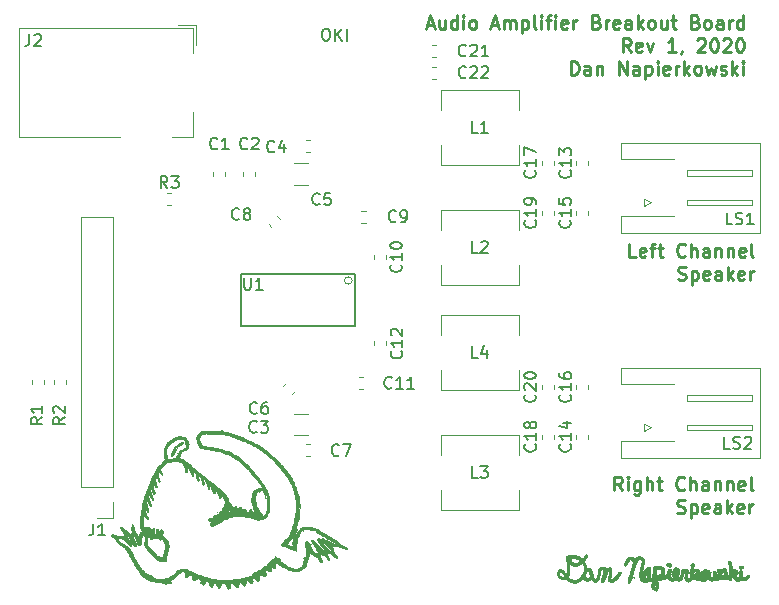
<source format=gbr>
G04 #@! TF.GenerationSoftware,KiCad,Pcbnew,(5.1.4)-1*
G04 #@! TF.CreationDate,2020-10-30T07:47:56-05:00*
G04 #@! TF.ProjectId,TAS5806M_Breakout_Hardware,54415335-3830-4364-9d5f-427265616b6f,rev?*
G04 #@! TF.SameCoordinates,Original*
G04 #@! TF.FileFunction,Legend,Top*
G04 #@! TF.FilePolarity,Positive*
%FSLAX46Y46*%
G04 Gerber Fmt 4.6, Leading zero omitted, Abs format (unit mm)*
G04 Created by KiCad (PCBNEW (5.1.4)-1) date 2020-10-30 07:47:56*
%MOMM*%
%LPD*%
G04 APERTURE LIST*
%ADD10C,0.228600*%
%ADD11C,0.120000*%
%ADD12C,0.010000*%
%ADD13C,0.150000*%
G04 APERTURE END LIST*
D10*
X181615624Y-114544021D02*
X181234624Y-113999735D01*
X180962481Y-114544021D02*
X180962481Y-113401021D01*
X181397910Y-113401021D01*
X181506767Y-113455450D01*
X181561195Y-113509878D01*
X181615624Y-113618735D01*
X181615624Y-113782021D01*
X181561195Y-113890878D01*
X181506767Y-113945307D01*
X181397910Y-113999735D01*
X180962481Y-113999735D01*
X182105481Y-114544021D02*
X182105481Y-113782021D01*
X182105481Y-113401021D02*
X182051052Y-113455450D01*
X182105481Y-113509878D01*
X182159910Y-113455450D01*
X182105481Y-113401021D01*
X182105481Y-113509878D01*
X183139624Y-113782021D02*
X183139624Y-114707307D01*
X183085195Y-114816164D01*
X183030767Y-114870592D01*
X182921910Y-114925021D01*
X182758624Y-114925021D01*
X182649767Y-114870592D01*
X183139624Y-114489592D02*
X183030767Y-114544021D01*
X182813052Y-114544021D01*
X182704195Y-114489592D01*
X182649767Y-114435164D01*
X182595338Y-114326307D01*
X182595338Y-113999735D01*
X182649767Y-113890878D01*
X182704195Y-113836450D01*
X182813052Y-113782021D01*
X183030767Y-113782021D01*
X183139624Y-113836450D01*
X183683910Y-114544021D02*
X183683910Y-113401021D01*
X184173767Y-114544021D02*
X184173767Y-113945307D01*
X184119338Y-113836450D01*
X184010481Y-113782021D01*
X183847195Y-113782021D01*
X183738338Y-113836450D01*
X183683910Y-113890878D01*
X184554767Y-113782021D02*
X184990195Y-113782021D01*
X184718052Y-113401021D02*
X184718052Y-114380735D01*
X184772481Y-114489592D01*
X184881338Y-114544021D01*
X184990195Y-114544021D01*
X186895195Y-114435164D02*
X186840767Y-114489592D01*
X186677481Y-114544021D01*
X186568624Y-114544021D01*
X186405338Y-114489592D01*
X186296481Y-114380735D01*
X186242052Y-114271878D01*
X186187624Y-114054164D01*
X186187624Y-113890878D01*
X186242052Y-113673164D01*
X186296481Y-113564307D01*
X186405338Y-113455450D01*
X186568624Y-113401021D01*
X186677481Y-113401021D01*
X186840767Y-113455450D01*
X186895195Y-113509878D01*
X187385052Y-114544021D02*
X187385052Y-113401021D01*
X187874910Y-114544021D02*
X187874910Y-113945307D01*
X187820481Y-113836450D01*
X187711624Y-113782021D01*
X187548338Y-113782021D01*
X187439481Y-113836450D01*
X187385052Y-113890878D01*
X188909052Y-114544021D02*
X188909052Y-113945307D01*
X188854624Y-113836450D01*
X188745767Y-113782021D01*
X188528052Y-113782021D01*
X188419195Y-113836450D01*
X188909052Y-114489592D02*
X188800195Y-114544021D01*
X188528052Y-114544021D01*
X188419195Y-114489592D01*
X188364767Y-114380735D01*
X188364767Y-114271878D01*
X188419195Y-114163021D01*
X188528052Y-114108592D01*
X188800195Y-114108592D01*
X188909052Y-114054164D01*
X189453338Y-113782021D02*
X189453338Y-114544021D01*
X189453338Y-113890878D02*
X189507767Y-113836450D01*
X189616624Y-113782021D01*
X189779910Y-113782021D01*
X189888767Y-113836450D01*
X189943195Y-113945307D01*
X189943195Y-114544021D01*
X190487481Y-113782021D02*
X190487481Y-114544021D01*
X190487481Y-113890878D02*
X190541910Y-113836450D01*
X190650767Y-113782021D01*
X190814052Y-113782021D01*
X190922910Y-113836450D01*
X190977338Y-113945307D01*
X190977338Y-114544021D01*
X191957052Y-114489592D02*
X191848195Y-114544021D01*
X191630481Y-114544021D01*
X191521624Y-114489592D01*
X191467195Y-114380735D01*
X191467195Y-113945307D01*
X191521624Y-113836450D01*
X191630481Y-113782021D01*
X191848195Y-113782021D01*
X191957052Y-113836450D01*
X192011481Y-113945307D01*
X192011481Y-114054164D01*
X191467195Y-114163021D01*
X192664624Y-114544021D02*
X192555767Y-114489592D01*
X192501338Y-114380735D01*
X192501338Y-113401021D01*
X186296481Y-116432692D02*
X186459767Y-116487121D01*
X186731910Y-116487121D01*
X186840767Y-116432692D01*
X186895195Y-116378264D01*
X186949624Y-116269407D01*
X186949624Y-116160550D01*
X186895195Y-116051692D01*
X186840767Y-115997264D01*
X186731910Y-115942835D01*
X186514195Y-115888407D01*
X186405338Y-115833978D01*
X186350910Y-115779550D01*
X186296481Y-115670692D01*
X186296481Y-115561835D01*
X186350910Y-115452978D01*
X186405338Y-115398550D01*
X186514195Y-115344121D01*
X186786338Y-115344121D01*
X186949624Y-115398550D01*
X187439481Y-115725121D02*
X187439481Y-116868121D01*
X187439481Y-115779550D02*
X187548338Y-115725121D01*
X187766052Y-115725121D01*
X187874910Y-115779550D01*
X187929338Y-115833978D01*
X187983767Y-115942835D01*
X187983767Y-116269407D01*
X187929338Y-116378264D01*
X187874910Y-116432692D01*
X187766052Y-116487121D01*
X187548338Y-116487121D01*
X187439481Y-116432692D01*
X188909052Y-116432692D02*
X188800195Y-116487121D01*
X188582481Y-116487121D01*
X188473624Y-116432692D01*
X188419195Y-116323835D01*
X188419195Y-115888407D01*
X188473624Y-115779550D01*
X188582481Y-115725121D01*
X188800195Y-115725121D01*
X188909052Y-115779550D01*
X188963481Y-115888407D01*
X188963481Y-115997264D01*
X188419195Y-116106121D01*
X189943195Y-116487121D02*
X189943195Y-115888407D01*
X189888767Y-115779550D01*
X189779910Y-115725121D01*
X189562195Y-115725121D01*
X189453338Y-115779550D01*
X189943195Y-116432692D02*
X189834338Y-116487121D01*
X189562195Y-116487121D01*
X189453338Y-116432692D01*
X189398910Y-116323835D01*
X189398910Y-116214978D01*
X189453338Y-116106121D01*
X189562195Y-116051692D01*
X189834338Y-116051692D01*
X189943195Y-115997264D01*
X190487481Y-116487121D02*
X190487481Y-115344121D01*
X190596338Y-116051692D02*
X190922910Y-116487121D01*
X190922910Y-115725121D02*
X190487481Y-116160550D01*
X191848195Y-116432692D02*
X191739338Y-116487121D01*
X191521624Y-116487121D01*
X191412767Y-116432692D01*
X191358338Y-116323835D01*
X191358338Y-115888407D01*
X191412767Y-115779550D01*
X191521624Y-115725121D01*
X191739338Y-115725121D01*
X191848195Y-115779550D01*
X191902624Y-115888407D01*
X191902624Y-115997264D01*
X191358338Y-116106121D01*
X192392481Y-116487121D02*
X192392481Y-115725121D01*
X192392481Y-115942835D02*
X192446910Y-115833978D01*
X192501338Y-115779550D01*
X192610195Y-115725121D01*
X192719052Y-115725121D01*
X182767695Y-94795521D02*
X182223410Y-94795521D01*
X182223410Y-93652521D01*
X183584124Y-94741092D02*
X183475267Y-94795521D01*
X183257552Y-94795521D01*
X183148695Y-94741092D01*
X183094267Y-94632235D01*
X183094267Y-94196807D01*
X183148695Y-94087950D01*
X183257552Y-94033521D01*
X183475267Y-94033521D01*
X183584124Y-94087950D01*
X183638552Y-94196807D01*
X183638552Y-94305664D01*
X183094267Y-94414521D01*
X183965124Y-94033521D02*
X184400552Y-94033521D01*
X184128410Y-94795521D02*
X184128410Y-93815807D01*
X184182838Y-93706950D01*
X184291695Y-93652521D01*
X184400552Y-93652521D01*
X184618267Y-94033521D02*
X185053695Y-94033521D01*
X184781552Y-93652521D02*
X184781552Y-94632235D01*
X184835981Y-94741092D01*
X184944838Y-94795521D01*
X185053695Y-94795521D01*
X186958695Y-94686664D02*
X186904267Y-94741092D01*
X186740981Y-94795521D01*
X186632124Y-94795521D01*
X186468838Y-94741092D01*
X186359981Y-94632235D01*
X186305552Y-94523378D01*
X186251124Y-94305664D01*
X186251124Y-94142378D01*
X186305552Y-93924664D01*
X186359981Y-93815807D01*
X186468838Y-93706950D01*
X186632124Y-93652521D01*
X186740981Y-93652521D01*
X186904267Y-93706950D01*
X186958695Y-93761378D01*
X187448552Y-94795521D02*
X187448552Y-93652521D01*
X187938410Y-94795521D02*
X187938410Y-94196807D01*
X187883981Y-94087950D01*
X187775124Y-94033521D01*
X187611838Y-94033521D01*
X187502981Y-94087950D01*
X187448552Y-94142378D01*
X188972552Y-94795521D02*
X188972552Y-94196807D01*
X188918124Y-94087950D01*
X188809267Y-94033521D01*
X188591552Y-94033521D01*
X188482695Y-94087950D01*
X188972552Y-94741092D02*
X188863695Y-94795521D01*
X188591552Y-94795521D01*
X188482695Y-94741092D01*
X188428267Y-94632235D01*
X188428267Y-94523378D01*
X188482695Y-94414521D01*
X188591552Y-94360092D01*
X188863695Y-94360092D01*
X188972552Y-94305664D01*
X189516838Y-94033521D02*
X189516838Y-94795521D01*
X189516838Y-94142378D02*
X189571267Y-94087950D01*
X189680124Y-94033521D01*
X189843410Y-94033521D01*
X189952267Y-94087950D01*
X190006695Y-94196807D01*
X190006695Y-94795521D01*
X190550981Y-94033521D02*
X190550981Y-94795521D01*
X190550981Y-94142378D02*
X190605410Y-94087950D01*
X190714267Y-94033521D01*
X190877552Y-94033521D01*
X190986410Y-94087950D01*
X191040838Y-94196807D01*
X191040838Y-94795521D01*
X192020552Y-94741092D02*
X191911695Y-94795521D01*
X191693981Y-94795521D01*
X191585124Y-94741092D01*
X191530695Y-94632235D01*
X191530695Y-94196807D01*
X191585124Y-94087950D01*
X191693981Y-94033521D01*
X191911695Y-94033521D01*
X192020552Y-94087950D01*
X192074981Y-94196807D01*
X192074981Y-94305664D01*
X191530695Y-94414521D01*
X192728124Y-94795521D02*
X192619267Y-94741092D01*
X192564838Y-94632235D01*
X192564838Y-93652521D01*
X186359981Y-96684192D02*
X186523267Y-96738621D01*
X186795410Y-96738621D01*
X186904267Y-96684192D01*
X186958695Y-96629764D01*
X187013124Y-96520907D01*
X187013124Y-96412050D01*
X186958695Y-96303192D01*
X186904267Y-96248764D01*
X186795410Y-96194335D01*
X186577695Y-96139907D01*
X186468838Y-96085478D01*
X186414410Y-96031050D01*
X186359981Y-95922192D01*
X186359981Y-95813335D01*
X186414410Y-95704478D01*
X186468838Y-95650050D01*
X186577695Y-95595621D01*
X186849838Y-95595621D01*
X187013124Y-95650050D01*
X187502981Y-95976621D02*
X187502981Y-97119621D01*
X187502981Y-96031050D02*
X187611838Y-95976621D01*
X187829552Y-95976621D01*
X187938410Y-96031050D01*
X187992838Y-96085478D01*
X188047267Y-96194335D01*
X188047267Y-96520907D01*
X187992838Y-96629764D01*
X187938410Y-96684192D01*
X187829552Y-96738621D01*
X187611838Y-96738621D01*
X187502981Y-96684192D01*
X188972552Y-96684192D02*
X188863695Y-96738621D01*
X188645981Y-96738621D01*
X188537124Y-96684192D01*
X188482695Y-96575335D01*
X188482695Y-96139907D01*
X188537124Y-96031050D01*
X188645981Y-95976621D01*
X188863695Y-95976621D01*
X188972552Y-96031050D01*
X189026981Y-96139907D01*
X189026981Y-96248764D01*
X188482695Y-96357621D01*
X190006695Y-96738621D02*
X190006695Y-96139907D01*
X189952267Y-96031050D01*
X189843410Y-95976621D01*
X189625695Y-95976621D01*
X189516838Y-96031050D01*
X190006695Y-96684192D02*
X189897838Y-96738621D01*
X189625695Y-96738621D01*
X189516838Y-96684192D01*
X189462410Y-96575335D01*
X189462410Y-96466478D01*
X189516838Y-96357621D01*
X189625695Y-96303192D01*
X189897838Y-96303192D01*
X190006695Y-96248764D01*
X190550981Y-96738621D02*
X190550981Y-95595621D01*
X190659838Y-96303192D02*
X190986410Y-96738621D01*
X190986410Y-95976621D02*
X190550981Y-96412050D01*
X191911695Y-96684192D02*
X191802838Y-96738621D01*
X191585124Y-96738621D01*
X191476267Y-96684192D01*
X191421838Y-96575335D01*
X191421838Y-96139907D01*
X191476267Y-96031050D01*
X191585124Y-95976621D01*
X191802838Y-95976621D01*
X191911695Y-96031050D01*
X191966124Y-96139907D01*
X191966124Y-96248764D01*
X191421838Y-96357621D01*
X192455981Y-96738621D02*
X192455981Y-95976621D01*
X192455981Y-96194335D02*
X192510410Y-96085478D01*
X192564838Y-96031050D01*
X192673695Y-95976621D01*
X192782552Y-95976621D01*
X165078410Y-75145900D02*
X165622695Y-75145900D01*
X164969552Y-75472471D02*
X165350552Y-74329471D01*
X165731552Y-75472471D01*
X166602410Y-74710471D02*
X166602410Y-75472471D01*
X166112552Y-74710471D02*
X166112552Y-75309185D01*
X166166981Y-75418042D01*
X166275838Y-75472471D01*
X166439124Y-75472471D01*
X166547981Y-75418042D01*
X166602410Y-75363614D01*
X167636552Y-75472471D02*
X167636552Y-74329471D01*
X167636552Y-75418042D02*
X167527695Y-75472471D01*
X167309981Y-75472471D01*
X167201124Y-75418042D01*
X167146695Y-75363614D01*
X167092267Y-75254757D01*
X167092267Y-74928185D01*
X167146695Y-74819328D01*
X167201124Y-74764900D01*
X167309981Y-74710471D01*
X167527695Y-74710471D01*
X167636552Y-74764900D01*
X168180838Y-75472471D02*
X168180838Y-74710471D01*
X168180838Y-74329471D02*
X168126410Y-74383900D01*
X168180838Y-74438328D01*
X168235267Y-74383900D01*
X168180838Y-74329471D01*
X168180838Y-74438328D01*
X168888410Y-75472471D02*
X168779552Y-75418042D01*
X168725124Y-75363614D01*
X168670695Y-75254757D01*
X168670695Y-74928185D01*
X168725124Y-74819328D01*
X168779552Y-74764900D01*
X168888410Y-74710471D01*
X169051695Y-74710471D01*
X169160552Y-74764900D01*
X169214981Y-74819328D01*
X169269410Y-74928185D01*
X169269410Y-75254757D01*
X169214981Y-75363614D01*
X169160552Y-75418042D01*
X169051695Y-75472471D01*
X168888410Y-75472471D01*
X170575695Y-75145900D02*
X171119981Y-75145900D01*
X170466838Y-75472471D02*
X170847838Y-74329471D01*
X171228838Y-75472471D01*
X171609838Y-75472471D02*
X171609838Y-74710471D01*
X171609838Y-74819328D02*
X171664267Y-74764900D01*
X171773124Y-74710471D01*
X171936410Y-74710471D01*
X172045267Y-74764900D01*
X172099695Y-74873757D01*
X172099695Y-75472471D01*
X172099695Y-74873757D02*
X172154124Y-74764900D01*
X172262981Y-74710471D01*
X172426267Y-74710471D01*
X172535124Y-74764900D01*
X172589552Y-74873757D01*
X172589552Y-75472471D01*
X173133838Y-74710471D02*
X173133838Y-75853471D01*
X173133838Y-74764900D02*
X173242695Y-74710471D01*
X173460410Y-74710471D01*
X173569267Y-74764900D01*
X173623695Y-74819328D01*
X173678124Y-74928185D01*
X173678124Y-75254757D01*
X173623695Y-75363614D01*
X173569267Y-75418042D01*
X173460410Y-75472471D01*
X173242695Y-75472471D01*
X173133838Y-75418042D01*
X174331267Y-75472471D02*
X174222410Y-75418042D01*
X174167981Y-75309185D01*
X174167981Y-74329471D01*
X174766695Y-75472471D02*
X174766695Y-74710471D01*
X174766695Y-74329471D02*
X174712267Y-74383900D01*
X174766695Y-74438328D01*
X174821124Y-74383900D01*
X174766695Y-74329471D01*
X174766695Y-74438328D01*
X175147695Y-74710471D02*
X175583124Y-74710471D01*
X175310981Y-75472471D02*
X175310981Y-74492757D01*
X175365410Y-74383900D01*
X175474267Y-74329471D01*
X175583124Y-74329471D01*
X175964124Y-75472471D02*
X175964124Y-74710471D01*
X175964124Y-74329471D02*
X175909695Y-74383900D01*
X175964124Y-74438328D01*
X176018552Y-74383900D01*
X175964124Y-74329471D01*
X175964124Y-74438328D01*
X176943838Y-75418042D02*
X176834981Y-75472471D01*
X176617267Y-75472471D01*
X176508410Y-75418042D01*
X176453981Y-75309185D01*
X176453981Y-74873757D01*
X176508410Y-74764900D01*
X176617267Y-74710471D01*
X176834981Y-74710471D01*
X176943838Y-74764900D01*
X176998267Y-74873757D01*
X176998267Y-74982614D01*
X176453981Y-75091471D01*
X177488124Y-75472471D02*
X177488124Y-74710471D01*
X177488124Y-74928185D02*
X177542552Y-74819328D01*
X177596981Y-74764900D01*
X177705838Y-74710471D01*
X177814695Y-74710471D01*
X179447552Y-74873757D02*
X179610838Y-74928185D01*
X179665267Y-74982614D01*
X179719695Y-75091471D01*
X179719695Y-75254757D01*
X179665267Y-75363614D01*
X179610838Y-75418042D01*
X179501981Y-75472471D01*
X179066552Y-75472471D01*
X179066552Y-74329471D01*
X179447552Y-74329471D01*
X179556410Y-74383900D01*
X179610838Y-74438328D01*
X179665267Y-74547185D01*
X179665267Y-74656042D01*
X179610838Y-74764900D01*
X179556410Y-74819328D01*
X179447552Y-74873757D01*
X179066552Y-74873757D01*
X180209552Y-75472471D02*
X180209552Y-74710471D01*
X180209552Y-74928185D02*
X180263981Y-74819328D01*
X180318410Y-74764900D01*
X180427267Y-74710471D01*
X180536124Y-74710471D01*
X181352552Y-75418042D02*
X181243695Y-75472471D01*
X181025981Y-75472471D01*
X180917124Y-75418042D01*
X180862695Y-75309185D01*
X180862695Y-74873757D01*
X180917124Y-74764900D01*
X181025981Y-74710471D01*
X181243695Y-74710471D01*
X181352552Y-74764900D01*
X181406981Y-74873757D01*
X181406981Y-74982614D01*
X180862695Y-75091471D01*
X182386695Y-75472471D02*
X182386695Y-74873757D01*
X182332267Y-74764900D01*
X182223410Y-74710471D01*
X182005695Y-74710471D01*
X181896838Y-74764900D01*
X182386695Y-75418042D02*
X182277838Y-75472471D01*
X182005695Y-75472471D01*
X181896838Y-75418042D01*
X181842410Y-75309185D01*
X181842410Y-75200328D01*
X181896838Y-75091471D01*
X182005695Y-75037042D01*
X182277838Y-75037042D01*
X182386695Y-74982614D01*
X182930981Y-75472471D02*
X182930981Y-74329471D01*
X183039838Y-75037042D02*
X183366410Y-75472471D01*
X183366410Y-74710471D02*
X182930981Y-75145900D01*
X184019552Y-75472471D02*
X183910695Y-75418042D01*
X183856267Y-75363614D01*
X183801838Y-75254757D01*
X183801838Y-74928185D01*
X183856267Y-74819328D01*
X183910695Y-74764900D01*
X184019552Y-74710471D01*
X184182838Y-74710471D01*
X184291695Y-74764900D01*
X184346124Y-74819328D01*
X184400552Y-74928185D01*
X184400552Y-75254757D01*
X184346124Y-75363614D01*
X184291695Y-75418042D01*
X184182838Y-75472471D01*
X184019552Y-75472471D01*
X185380267Y-74710471D02*
X185380267Y-75472471D01*
X184890410Y-74710471D02*
X184890410Y-75309185D01*
X184944838Y-75418042D01*
X185053695Y-75472471D01*
X185216981Y-75472471D01*
X185325838Y-75418042D01*
X185380267Y-75363614D01*
X185761267Y-74710471D02*
X186196695Y-74710471D01*
X185924552Y-74329471D02*
X185924552Y-75309185D01*
X185978981Y-75418042D01*
X186087838Y-75472471D01*
X186196695Y-75472471D01*
X187829552Y-74873757D02*
X187992838Y-74928185D01*
X188047267Y-74982614D01*
X188101695Y-75091471D01*
X188101695Y-75254757D01*
X188047267Y-75363614D01*
X187992838Y-75418042D01*
X187883981Y-75472471D01*
X187448552Y-75472471D01*
X187448552Y-74329471D01*
X187829552Y-74329471D01*
X187938410Y-74383900D01*
X187992838Y-74438328D01*
X188047267Y-74547185D01*
X188047267Y-74656042D01*
X187992838Y-74764900D01*
X187938410Y-74819328D01*
X187829552Y-74873757D01*
X187448552Y-74873757D01*
X188754838Y-75472471D02*
X188645981Y-75418042D01*
X188591552Y-75363614D01*
X188537124Y-75254757D01*
X188537124Y-74928185D01*
X188591552Y-74819328D01*
X188645981Y-74764900D01*
X188754838Y-74710471D01*
X188918124Y-74710471D01*
X189026981Y-74764900D01*
X189081410Y-74819328D01*
X189135838Y-74928185D01*
X189135838Y-75254757D01*
X189081410Y-75363614D01*
X189026981Y-75418042D01*
X188918124Y-75472471D01*
X188754838Y-75472471D01*
X190115552Y-75472471D02*
X190115552Y-74873757D01*
X190061124Y-74764900D01*
X189952267Y-74710471D01*
X189734552Y-74710471D01*
X189625695Y-74764900D01*
X190115552Y-75418042D02*
X190006695Y-75472471D01*
X189734552Y-75472471D01*
X189625695Y-75418042D01*
X189571267Y-75309185D01*
X189571267Y-75200328D01*
X189625695Y-75091471D01*
X189734552Y-75037042D01*
X190006695Y-75037042D01*
X190115552Y-74982614D01*
X190659838Y-75472471D02*
X190659838Y-74710471D01*
X190659838Y-74928185D02*
X190714267Y-74819328D01*
X190768695Y-74764900D01*
X190877552Y-74710471D01*
X190986410Y-74710471D01*
X191857267Y-75472471D02*
X191857267Y-74329471D01*
X191857267Y-75418042D02*
X191748410Y-75472471D01*
X191530695Y-75472471D01*
X191421838Y-75418042D01*
X191367410Y-75363614D01*
X191312981Y-75254757D01*
X191312981Y-74928185D01*
X191367410Y-74819328D01*
X191421838Y-74764900D01*
X191530695Y-74710471D01*
X191748410Y-74710471D01*
X191857267Y-74764900D01*
X182332267Y-77415571D02*
X181951267Y-76871285D01*
X181679124Y-77415571D02*
X181679124Y-76272571D01*
X182114552Y-76272571D01*
X182223410Y-76327000D01*
X182277838Y-76381428D01*
X182332267Y-76490285D01*
X182332267Y-76653571D01*
X182277838Y-76762428D01*
X182223410Y-76816857D01*
X182114552Y-76871285D01*
X181679124Y-76871285D01*
X183257552Y-77361142D02*
X183148695Y-77415571D01*
X182930981Y-77415571D01*
X182822124Y-77361142D01*
X182767695Y-77252285D01*
X182767695Y-76816857D01*
X182822124Y-76708000D01*
X182930981Y-76653571D01*
X183148695Y-76653571D01*
X183257552Y-76708000D01*
X183311981Y-76816857D01*
X183311981Y-76925714D01*
X182767695Y-77034571D01*
X183692981Y-76653571D02*
X183965124Y-77415571D01*
X184237267Y-76653571D01*
X186142267Y-77415571D02*
X185489124Y-77415571D01*
X185815695Y-77415571D02*
X185815695Y-76272571D01*
X185706838Y-76435857D01*
X185597981Y-76544714D01*
X185489124Y-76599142D01*
X186686552Y-77361142D02*
X186686552Y-77415571D01*
X186632124Y-77524428D01*
X186577695Y-77578857D01*
X187992838Y-76381428D02*
X188047267Y-76327000D01*
X188156124Y-76272571D01*
X188428267Y-76272571D01*
X188537124Y-76327000D01*
X188591552Y-76381428D01*
X188645981Y-76490285D01*
X188645981Y-76599142D01*
X188591552Y-76762428D01*
X187938410Y-77415571D01*
X188645981Y-77415571D01*
X189353552Y-76272571D02*
X189462410Y-76272571D01*
X189571267Y-76327000D01*
X189625695Y-76381428D01*
X189680124Y-76490285D01*
X189734552Y-76708000D01*
X189734552Y-76980142D01*
X189680124Y-77197857D01*
X189625695Y-77306714D01*
X189571267Y-77361142D01*
X189462410Y-77415571D01*
X189353552Y-77415571D01*
X189244695Y-77361142D01*
X189190267Y-77306714D01*
X189135838Y-77197857D01*
X189081410Y-76980142D01*
X189081410Y-76708000D01*
X189135838Y-76490285D01*
X189190267Y-76381428D01*
X189244695Y-76327000D01*
X189353552Y-76272571D01*
X190169981Y-76381428D02*
X190224410Y-76327000D01*
X190333267Y-76272571D01*
X190605410Y-76272571D01*
X190714267Y-76327000D01*
X190768695Y-76381428D01*
X190823124Y-76490285D01*
X190823124Y-76599142D01*
X190768695Y-76762428D01*
X190115552Y-77415571D01*
X190823124Y-77415571D01*
X191530695Y-76272571D02*
X191639552Y-76272571D01*
X191748410Y-76327000D01*
X191802838Y-76381428D01*
X191857267Y-76490285D01*
X191911695Y-76708000D01*
X191911695Y-76980142D01*
X191857267Y-77197857D01*
X191802838Y-77306714D01*
X191748410Y-77361142D01*
X191639552Y-77415571D01*
X191530695Y-77415571D01*
X191421838Y-77361142D01*
X191367410Y-77306714D01*
X191312981Y-77197857D01*
X191258552Y-76980142D01*
X191258552Y-76708000D01*
X191312981Y-76490285D01*
X191367410Y-76381428D01*
X191421838Y-76327000D01*
X191530695Y-76272571D01*
X177270410Y-79358671D02*
X177270410Y-78215671D01*
X177542552Y-78215671D01*
X177705838Y-78270100D01*
X177814695Y-78378957D01*
X177869124Y-78487814D01*
X177923552Y-78705528D01*
X177923552Y-78868814D01*
X177869124Y-79086528D01*
X177814695Y-79195385D01*
X177705838Y-79304242D01*
X177542552Y-79358671D01*
X177270410Y-79358671D01*
X178903267Y-79358671D02*
X178903267Y-78759957D01*
X178848838Y-78651100D01*
X178739981Y-78596671D01*
X178522267Y-78596671D01*
X178413410Y-78651100D01*
X178903267Y-79304242D02*
X178794410Y-79358671D01*
X178522267Y-79358671D01*
X178413410Y-79304242D01*
X178358981Y-79195385D01*
X178358981Y-79086528D01*
X178413410Y-78977671D01*
X178522267Y-78923242D01*
X178794410Y-78923242D01*
X178903267Y-78868814D01*
X179447552Y-78596671D02*
X179447552Y-79358671D01*
X179447552Y-78705528D02*
X179501981Y-78651100D01*
X179610838Y-78596671D01*
X179774124Y-78596671D01*
X179882981Y-78651100D01*
X179937410Y-78759957D01*
X179937410Y-79358671D01*
X181352552Y-79358671D02*
X181352552Y-78215671D01*
X182005695Y-79358671D01*
X182005695Y-78215671D01*
X183039838Y-79358671D02*
X183039838Y-78759957D01*
X182985410Y-78651100D01*
X182876552Y-78596671D01*
X182658838Y-78596671D01*
X182549981Y-78651100D01*
X183039838Y-79304242D02*
X182930981Y-79358671D01*
X182658838Y-79358671D01*
X182549981Y-79304242D01*
X182495552Y-79195385D01*
X182495552Y-79086528D01*
X182549981Y-78977671D01*
X182658838Y-78923242D01*
X182930981Y-78923242D01*
X183039838Y-78868814D01*
X183584124Y-78596671D02*
X183584124Y-79739671D01*
X183584124Y-78651100D02*
X183692981Y-78596671D01*
X183910695Y-78596671D01*
X184019552Y-78651100D01*
X184073981Y-78705528D01*
X184128410Y-78814385D01*
X184128410Y-79140957D01*
X184073981Y-79249814D01*
X184019552Y-79304242D01*
X183910695Y-79358671D01*
X183692981Y-79358671D01*
X183584124Y-79304242D01*
X184618267Y-79358671D02*
X184618267Y-78596671D01*
X184618267Y-78215671D02*
X184563838Y-78270100D01*
X184618267Y-78324528D01*
X184672695Y-78270100D01*
X184618267Y-78215671D01*
X184618267Y-78324528D01*
X185597981Y-79304242D02*
X185489124Y-79358671D01*
X185271410Y-79358671D01*
X185162552Y-79304242D01*
X185108124Y-79195385D01*
X185108124Y-78759957D01*
X185162552Y-78651100D01*
X185271410Y-78596671D01*
X185489124Y-78596671D01*
X185597981Y-78651100D01*
X185652410Y-78759957D01*
X185652410Y-78868814D01*
X185108124Y-78977671D01*
X186142267Y-79358671D02*
X186142267Y-78596671D01*
X186142267Y-78814385D02*
X186196695Y-78705528D01*
X186251124Y-78651100D01*
X186359981Y-78596671D01*
X186468838Y-78596671D01*
X186849838Y-79358671D02*
X186849838Y-78215671D01*
X186958695Y-78923242D02*
X187285267Y-79358671D01*
X187285267Y-78596671D02*
X186849838Y-79032100D01*
X187938410Y-79358671D02*
X187829552Y-79304242D01*
X187775124Y-79249814D01*
X187720695Y-79140957D01*
X187720695Y-78814385D01*
X187775124Y-78705528D01*
X187829552Y-78651100D01*
X187938410Y-78596671D01*
X188101695Y-78596671D01*
X188210552Y-78651100D01*
X188264981Y-78705528D01*
X188319410Y-78814385D01*
X188319410Y-79140957D01*
X188264981Y-79249814D01*
X188210552Y-79304242D01*
X188101695Y-79358671D01*
X187938410Y-79358671D01*
X188700410Y-78596671D02*
X188918124Y-79358671D01*
X189135838Y-78814385D01*
X189353552Y-79358671D01*
X189571267Y-78596671D01*
X189952267Y-79304242D02*
X190061124Y-79358671D01*
X190278838Y-79358671D01*
X190387695Y-79304242D01*
X190442124Y-79195385D01*
X190442124Y-79140957D01*
X190387695Y-79032100D01*
X190278838Y-78977671D01*
X190115552Y-78977671D01*
X190006695Y-78923242D01*
X189952267Y-78814385D01*
X189952267Y-78759957D01*
X190006695Y-78651100D01*
X190115552Y-78596671D01*
X190278838Y-78596671D01*
X190387695Y-78651100D01*
X190931981Y-79358671D02*
X190931981Y-78215671D01*
X191040838Y-78923242D02*
X191367410Y-79358671D01*
X191367410Y-78596671D02*
X190931981Y-79032100D01*
X191857267Y-79358671D02*
X191857267Y-78596671D01*
X191857267Y-78215671D02*
X191802838Y-78270100D01*
X191857267Y-78324528D01*
X191911695Y-78270100D01*
X191857267Y-78215671D01*
X191857267Y-78324528D01*
D11*
X155032464Y-86859700D02*
X153828336Y-86859700D01*
X155032464Y-88679700D02*
X153828336Y-88679700D01*
X155045164Y-108043300D02*
X153841036Y-108043300D01*
X155045164Y-109863300D02*
X153841036Y-109863300D01*
X145272000Y-75410000D02*
X145272000Y-77510000D01*
X145572000Y-75110000D02*
X143972000Y-75110000D01*
X145572000Y-76810000D02*
X145572000Y-75110000D01*
X145272000Y-84610000D02*
X143472000Y-84610000D01*
X145272000Y-82510000D02*
X145272000Y-84610000D01*
X130572000Y-75410000D02*
X145272000Y-75410000D01*
X130572000Y-84610000D02*
X130572000Y-75410000D01*
X139072000Y-84610000D02*
X130572000Y-84610000D01*
X165514233Y-79694500D02*
X165856767Y-79694500D01*
X165514233Y-78674500D02*
X165856767Y-78674500D01*
X165486233Y-77853000D02*
X165828767Y-77853000D01*
X165486233Y-76833000D02*
X165828767Y-76833000D01*
D12*
G36*
X183021111Y-120109421D02*
G01*
X183061874Y-120113683D01*
X183094168Y-120118088D01*
X183116270Y-120122350D01*
X183126459Y-120126181D01*
X183126944Y-120127085D01*
X183132782Y-120132383D01*
X183147111Y-120139632D01*
X183149875Y-120140783D01*
X183190253Y-120157739D01*
X183219102Y-120171209D01*
X183235750Y-120180857D01*
X183239833Y-120185540D01*
X183245315Y-120191140D01*
X183247536Y-120191389D01*
X183259517Y-120196151D01*
X183278900Y-120209248D01*
X183303247Y-120228904D01*
X183322433Y-120246070D01*
X183337978Y-120259567D01*
X183349473Y-120267808D01*
X183352465Y-120269000D01*
X183362314Y-120274202D01*
X183375417Y-120286648D01*
X183387574Y-120301602D01*
X183394584Y-120314326D01*
X183395055Y-120317032D01*
X183399476Y-120331041D01*
X183404923Y-120339000D01*
X183420656Y-120360914D01*
X183434131Y-120386831D01*
X183442722Y-120411157D01*
X183444444Y-120423180D01*
X183446461Y-120440365D01*
X183451576Y-120461821D01*
X183458383Y-120483230D01*
X183465476Y-120500275D01*
X183471448Y-120508638D01*
X183472351Y-120508889D01*
X183475330Y-120514743D01*
X183474551Y-120525701D01*
X183475049Y-120540513D01*
X183479480Y-120547545D01*
X183483161Y-120554211D01*
X183477354Y-120560719D01*
X183472282Y-120570802D01*
X183467933Y-120589920D01*
X183464648Y-120614035D01*
X183462770Y-120639109D01*
X183462642Y-120661103D01*
X183464604Y-120675977D01*
X183467252Y-120679945D01*
X183468635Y-120686734D01*
X183465371Y-120700541D01*
X183459271Y-120715837D01*
X183452147Y-120727094D01*
X183451632Y-120727612D01*
X183443091Y-120739860D01*
X183435912Y-120756315D01*
X183432466Y-120770768D01*
X183433177Y-120775894D01*
X183431769Y-120784718D01*
X183425753Y-120789866D01*
X183416264Y-120803086D01*
X183413257Y-120823814D01*
X183411671Y-120842285D01*
X183408447Y-120853832D01*
X183407517Y-120854957D01*
X183403568Y-120863865D01*
X183400178Y-120881200D01*
X183399531Y-120886707D01*
X183395885Y-120909921D01*
X183390644Y-120930148D01*
X183389887Y-120932223D01*
X183385624Y-120951859D01*
X183384934Y-120974412D01*
X183384944Y-120974535D01*
X183384375Y-120993536D01*
X183380456Y-121006810D01*
X183379917Y-121007544D01*
X183375762Y-121017941D01*
X183370572Y-121038598D01*
X183365229Y-121065792D01*
X183363175Y-121078121D01*
X183356248Y-121121640D01*
X183351009Y-121153310D01*
X183347031Y-121175230D01*
X183343887Y-121189504D01*
X183341149Y-121198231D01*
X183338392Y-121203513D01*
X183337414Y-121204847D01*
X183333412Y-121215112D01*
X183328148Y-121235588D01*
X183322537Y-121262543D01*
X183320462Y-121273948D01*
X183314805Y-121303999D01*
X183309070Y-121330582D01*
X183304250Y-121349198D01*
X183303041Y-121352797D01*
X183298175Y-121372909D01*
X183296277Y-121394404D01*
X183294373Y-121411816D01*
X183289737Y-121422202D01*
X183289222Y-121422584D01*
X183284612Y-121431885D01*
X183282249Y-121449268D01*
X183282166Y-121453339D01*
X183280019Y-121472979D01*
X183274744Y-121486945D01*
X183273671Y-121488229D01*
X183267877Y-121502226D01*
X183267252Y-121523076D01*
X183271287Y-121544714D01*
X183279470Y-121561076D01*
X183279835Y-121561489D01*
X183287499Y-121578475D01*
X183285890Y-121593434D01*
X183281937Y-121612981D01*
X183278249Y-121637838D01*
X183277359Y-121645483D01*
X183273899Y-121677882D01*
X183299406Y-121676996D01*
X183318733Y-121673780D01*
X183332014Y-121663193D01*
X183339123Y-121652744D01*
X183347904Y-121635047D01*
X183347794Y-121623596D01*
X183345359Y-121619770D01*
X183341512Y-121608945D01*
X183348240Y-121594669D01*
X183348582Y-121594178D01*
X183357069Y-121577677D01*
X183359777Y-121565653D01*
X183362359Y-121555059D01*
X183365312Y-121553112D01*
X183373393Y-121547161D01*
X183382746Y-121532654D01*
X183390784Y-121514607D01*
X183394923Y-121498040D01*
X183395055Y-121495384D01*
X183399125Y-121476591D01*
X183406047Y-121462947D01*
X183412736Y-121449009D01*
X183412657Y-121440162D01*
X183413374Y-121430169D01*
X183420978Y-121415275D01*
X183422102Y-121413651D01*
X183433074Y-121393783D01*
X183442466Y-121369593D01*
X183443812Y-121364957D01*
X183453200Y-121341985D01*
X183466425Y-121322272D01*
X183469449Y-121319161D01*
X183482615Y-121305068D01*
X183500099Y-121283970D01*
X183518127Y-121260422D01*
X183518212Y-121260306D01*
X183536068Y-121236529D01*
X183553093Y-121214858D01*
X183565607Y-121199978D01*
X183565624Y-121199960D01*
X183579369Y-121183408D01*
X183589506Y-121168767D01*
X183589554Y-121168681D01*
X183602709Y-121153472D01*
X183624260Y-121142849D01*
X183629652Y-121141092D01*
X183640298Y-121131865D01*
X183642300Y-121124708D01*
X183647687Y-121114014D01*
X183661425Y-121098649D01*
X183678154Y-121083917D01*
X183708674Y-121060334D01*
X183731255Y-121044725D01*
X183748458Y-121035639D01*
X183762847Y-121031620D01*
X183771369Y-121031038D01*
X183788868Y-121029198D01*
X183813843Y-121024463D01*
X183835431Y-121019262D01*
X183859995Y-121013137D01*
X183876380Y-121011074D01*
X183889961Y-121013200D01*
X183906111Y-121019644D01*
X183909164Y-121021026D01*
X183930652Y-121033671D01*
X183941320Y-121048262D01*
X183943049Y-121054184D01*
X183950376Y-121071852D01*
X183959508Y-121082423D01*
X183968749Y-121095824D01*
X183971845Y-121112156D01*
X183973157Y-121135814D01*
X183976675Y-121169266D01*
X183981605Y-121205934D01*
X183981878Y-121215868D01*
X183981527Y-121233008D01*
X183981502Y-121233713D01*
X183978347Y-121250933D01*
X183968449Y-121259280D01*
X183963317Y-121260864D01*
X183948520Y-121266800D01*
X183937865Y-121274694D01*
X183934034Y-121281703D01*
X183939711Y-121284984D01*
X183940537Y-121285000D01*
X183955315Y-121287433D01*
X183969549Y-121291853D01*
X183987572Y-121298705D01*
X183970008Y-121324587D01*
X183957599Y-121344075D01*
X183953324Y-121355515D01*
X183956653Y-121361997D01*
X183963027Y-121365163D01*
X183970961Y-121374897D01*
X183973611Y-121390612D01*
X183976688Y-121407467D01*
X183983973Y-121412000D01*
X183991091Y-121416675D01*
X183990273Y-121422584D01*
X183990481Y-121431651D01*
X183993801Y-121433167D01*
X183998444Y-121437604D01*
X183995267Y-121448180D01*
X183986157Y-121460793D01*
X183977603Y-121468390D01*
X183964990Y-121475852D01*
X183958493Y-121477462D01*
X183953384Y-121482054D01*
X183950151Y-121490562D01*
X183949459Y-121501078D01*
X183957843Y-121502030D01*
X183961374Y-121501188D01*
X183980012Y-121502058D01*
X183991911Y-121514200D01*
X183994777Y-121528865D01*
X183997404Y-121543386D01*
X184001570Y-121549421D01*
X184003089Y-121557891D01*
X183996982Y-121573798D01*
X183995590Y-121576360D01*
X183987168Y-121598853D01*
X183988016Y-121613148D01*
X183990569Y-121635552D01*
X183985767Y-121663649D01*
X183976305Y-121688243D01*
X183970652Y-121702061D01*
X183972842Y-121708710D01*
X183977060Y-121710855D01*
X183983258Y-121715317D01*
X183981928Y-121724109D01*
X183976929Y-121734473D01*
X183968224Y-121757143D01*
X183967622Y-121774415D01*
X183972591Y-121781787D01*
X183974929Y-121790283D01*
X183974403Y-121808134D01*
X183972507Y-121822773D01*
X183969359Y-121857843D01*
X183972509Y-121884060D01*
X183981696Y-121899507D01*
X183982990Y-121900419D01*
X183985275Y-121904708D01*
X183978138Y-121905781D01*
X183969237Y-121908332D01*
X183968323Y-121918361D01*
X183969808Y-121925292D01*
X183982531Y-121959510D01*
X184000264Y-121981032D01*
X184022278Y-121989534D01*
X184047841Y-121984692D01*
X184071311Y-121970243D01*
X184089349Y-121952705D01*
X184108551Y-121928926D01*
X184126497Y-121902599D01*
X184140769Y-121877414D01*
X184148948Y-121857064D01*
X184150000Y-121850145D01*
X184153178Y-121838311D01*
X184157937Y-121835334D01*
X184162766Y-121829223D01*
X184161526Y-121813589D01*
X184160475Y-121794024D01*
X184163930Y-121779226D01*
X184169801Y-121762877D01*
X184175883Y-121737614D01*
X184181217Y-121708590D01*
X184184844Y-121680953D01*
X184185856Y-121661402D01*
X184188964Y-121638335D01*
X184195876Y-121619069D01*
X184203391Y-121600812D01*
X184206401Y-121586210D01*
X184208598Y-121574227D01*
X184214460Y-121552591D01*
X184222954Y-121524955D01*
X184228333Y-121508639D01*
X184240723Y-121466384D01*
X184245383Y-121444195D01*
X184494281Y-121444195D01*
X184495118Y-121488389D01*
X184497172Y-121530282D01*
X184500490Y-121567145D01*
X184501851Y-121577610D01*
X184505196Y-121607501D01*
X184506657Y-121634835D01*
X184505980Y-121654350D01*
X184505667Y-121656340D01*
X184504341Y-121672765D01*
X184509708Y-121680457D01*
X184514460Y-121682176D01*
X184543815Y-121685949D01*
X184580392Y-121685220D01*
X184618135Y-121680264D01*
X184633874Y-121676732D01*
X184656458Y-121671719D01*
X184673565Y-121669514D01*
X184680172Y-121670150D01*
X184690594Y-121670549D01*
X184709369Y-121666882D01*
X184731843Y-121660551D01*
X184753360Y-121652962D01*
X184769268Y-121645517D01*
X184774088Y-121641821D01*
X184784633Y-121634466D01*
X184803509Y-121625340D01*
X184816750Y-121620082D01*
X184852268Y-121603524D01*
X184881409Y-121582994D01*
X184901446Y-121560745D01*
X184908949Y-121543885D01*
X184916983Y-121524499D01*
X184930746Y-121504253D01*
X184933826Y-121500770D01*
X184946912Y-121484252D01*
X184951151Y-121469062D01*
X184949726Y-121452704D01*
X184948844Y-121431412D01*
X184953054Y-121417091D01*
X184953376Y-121416681D01*
X184958326Y-121406824D01*
X184957562Y-121403470D01*
X184955071Y-121395160D01*
X184951818Y-121376496D01*
X184948427Y-121351168D01*
X184947754Y-121345337D01*
X184942964Y-121312868D01*
X184936757Y-121291554D01*
X184928247Y-121278451D01*
X184927376Y-121277609D01*
X184914762Y-121262202D01*
X184908548Y-121249961D01*
X184902167Y-121238019D01*
X184897413Y-121234730D01*
X184884192Y-121232974D01*
X184884130Y-121232966D01*
X184873750Y-121227666D01*
X184868608Y-121223264D01*
X184854093Y-121215485D01*
X184847089Y-121214445D01*
X184836402Y-121212003D01*
X184835635Y-121210917D01*
X184869666Y-121210917D01*
X184873194Y-121214445D01*
X184876722Y-121210917D01*
X184873194Y-121207389D01*
X184869666Y-121210917D01*
X184835635Y-121210917D01*
X184834389Y-121209153D01*
X184827683Y-121207596D01*
X184808955Y-121206290D01*
X184780294Y-121205303D01*
X184743788Y-121204700D01*
X184701527Y-121204548D01*
X184690094Y-121204589D01*
X184635155Y-121205100D01*
X184592724Y-121206297D01*
X184561203Y-121208608D01*
X184538991Y-121212461D01*
X184524489Y-121218286D01*
X184516097Y-121226509D01*
X184512216Y-121237560D01*
X184511245Y-121251868D01*
X184511244Y-121252483D01*
X184510035Y-121271147D01*
X184507091Y-121283662D01*
X184506759Y-121284267D01*
X184502193Y-121299014D01*
X184498617Y-121325110D01*
X184496076Y-121359826D01*
X184494615Y-121400431D01*
X184494281Y-121444195D01*
X184245383Y-121444195D01*
X184249225Y-121425907D01*
X184252403Y-121397930D01*
X184255759Y-121365674D01*
X184262097Y-121334846D01*
X184270316Y-121309689D01*
X184279220Y-121294540D01*
X184282827Y-121284510D01*
X184284055Y-121270577D01*
X184287749Y-121253021D01*
X184294639Y-121242667D01*
X184304262Y-121228147D01*
X184300752Y-121210970D01*
X184283932Y-121190550D01*
X184277000Y-121184332D01*
X184260940Y-121168498D01*
X184250718Y-121154406D01*
X184248777Y-121148504D01*
X184248645Y-121148123D01*
X184710057Y-121148123D01*
X184713270Y-121150567D01*
X184724322Y-121146533D01*
X184728351Y-121144165D01*
X184735328Y-121136830D01*
X184734891Y-121133762D01*
X184727107Y-121134499D01*
X184717457Y-121140210D01*
X184710057Y-121148123D01*
X184248645Y-121148123D01*
X184245280Y-121138437D01*
X184241722Y-121136834D01*
X184235365Y-121131162D01*
X184234666Y-121126838D01*
X184229395Y-121115918D01*
X184225847Y-121113875D01*
X184220665Y-121109214D01*
X184226141Y-121099862D01*
X184230646Y-121091354D01*
X184227579Y-121088278D01*
X184248777Y-121088278D01*
X184253125Y-121092103D01*
X184255833Y-121090973D01*
X184262625Y-121081626D01*
X184262889Y-121079556D01*
X184258541Y-121075731D01*
X184255833Y-121076862D01*
X184249041Y-121086208D01*
X184248777Y-121088278D01*
X184227579Y-121088278D01*
X184224681Y-121085372D01*
X184215558Y-121081632D01*
X184204699Y-121076486D01*
X184206837Y-121073991D01*
X184208208Y-121073891D01*
X184218678Y-121067591D01*
X184220555Y-121060634D01*
X184226549Y-121042744D01*
X184243327Y-121032679D01*
X184257395Y-121031000D01*
X184275513Y-121026346D01*
X184285277Y-121013497D01*
X184295634Y-120998888D01*
X184305703Y-120992042D01*
X184317136Y-120982911D01*
X184325103Y-120968976D01*
X184339627Y-120940562D01*
X184358486Y-120924602D01*
X184368722Y-120921131D01*
X184410801Y-120913934D01*
X184442476Y-120913689D01*
X184465859Y-120920826D01*
X184483058Y-120935772D01*
X184489653Y-120945698D01*
X184498046Y-120957377D01*
X184509320Y-120964401D01*
X184527776Y-120968754D01*
X184544364Y-120970941D01*
X184578416Y-120972540D01*
X184611117Y-120970173D01*
X184620989Y-120968371D01*
X184652719Y-120964092D01*
X184693832Y-120962682D01*
X184740136Y-120963870D01*
X184787440Y-120967386D01*
X184831552Y-120972959D01*
X184868283Y-120980320D01*
X184884793Y-120985390D01*
X184909684Y-120992758D01*
X184936807Y-120998143D01*
X184940105Y-120998577D01*
X184967116Y-121006204D01*
X184993830Y-121023797D01*
X184999780Y-121028920D01*
X185019727Y-121046651D01*
X185045336Y-121069376D01*
X185071697Y-121092739D01*
X185076760Y-121097222D01*
X185097737Y-121116715D01*
X185113870Y-121133461D01*
X185122714Y-121144843D01*
X185123666Y-121147423D01*
X185127737Y-121158461D01*
X185137674Y-121173871D01*
X185139046Y-121175649D01*
X185150269Y-121194136D01*
X185156196Y-121211866D01*
X185156260Y-121212407D01*
X185161126Y-121230249D01*
X185166596Y-121239858D01*
X185173671Y-121255901D01*
X185178941Y-121283314D01*
X185182053Y-121319428D01*
X185182663Y-121360848D01*
X185183250Y-121383686D01*
X185185500Y-121399622D01*
X185188554Y-121404945D01*
X185191848Y-121410253D01*
X185189516Y-121422912D01*
X185182935Y-121438019D01*
X185176662Y-121447278D01*
X185170580Y-121460121D01*
X185165652Y-121479991D01*
X185162499Y-121502074D01*
X185161747Y-121521558D01*
X185164017Y-121533631D01*
X185165292Y-121535035D01*
X185172252Y-121532995D01*
X185175231Y-121526740D01*
X185177897Y-121518420D01*
X185179056Y-121523885D01*
X185179292Y-121527399D01*
X185175499Y-121541111D01*
X185165096Y-121558177D01*
X185162472Y-121561454D01*
X185151020Y-121577275D01*
X185145070Y-121589814D01*
X185144833Y-121591594D01*
X185139877Y-121603448D01*
X185134163Y-121609628D01*
X185127636Y-121620498D01*
X185130384Y-121626787D01*
X185131784Y-121637207D01*
X185128125Y-121653802D01*
X185121381Y-121671169D01*
X185113530Y-121683902D01*
X185108307Y-121687167D01*
X185105699Y-121692401D01*
X185107023Y-121697802D01*
X185105031Y-121709569D01*
X185094433Y-121727096D01*
X185087399Y-121735840D01*
X185070265Y-121755632D01*
X185054450Y-121773876D01*
X185049232Y-121779886D01*
X185034113Y-121794735D01*
X185021010Y-121804520D01*
X185010532Y-121812635D01*
X185011334Y-121817046D01*
X185020974Y-121817351D01*
X185037013Y-121813148D01*
X185047451Y-121808874D01*
X185068630Y-121800723D01*
X185098196Y-121791355D01*
X185130726Y-121782451D01*
X185140251Y-121780121D01*
X185173087Y-121771305D01*
X185205006Y-121760982D01*
X185230344Y-121751029D01*
X185235501Y-121748557D01*
X185271865Y-121729637D01*
X185297608Y-121715377D01*
X185314905Y-121704484D01*
X185325927Y-121695665D01*
X185328172Y-121693405D01*
X185342300Y-121684125D01*
X185362102Y-121677044D01*
X185363562Y-121676716D01*
X185384008Y-121670299D01*
X185398003Y-121662333D01*
X185404209Y-121654813D01*
X185401291Y-121649737D01*
X185387910Y-121649101D01*
X185381362Y-121650130D01*
X185367295Y-121651137D01*
X185365142Y-121646167D01*
X185374974Y-121634705D01*
X185384666Y-121626159D01*
X185402190Y-121607147D01*
X185416625Y-121584603D01*
X185417619Y-121582517D01*
X185427140Y-121563323D01*
X185435633Y-121548745D01*
X185437002Y-121546827D01*
X185444805Y-121527757D01*
X185448632Y-121497410D01*
X185448294Y-121458101D01*
X185446270Y-121433557D01*
X185446794Y-121404110D01*
X185447582Y-121402030D01*
X185663020Y-121402030D01*
X185667549Y-121404777D01*
X185681756Y-121401497D01*
X185684006Y-121400662D01*
X185693124Y-121393866D01*
X185694867Y-121386476D01*
X185689459Y-121383778D01*
X185679934Y-121387630D01*
X185670056Y-121394137D01*
X185663020Y-121402030D01*
X185447582Y-121402030D01*
X185456634Y-121378157D01*
X185457222Y-121377113D01*
X185466616Y-121353823D01*
X185472605Y-121326387D01*
X185473344Y-121318543D01*
X185476458Y-121278922D01*
X185481103Y-121251268D01*
X185487905Y-121233468D01*
X185497493Y-121223408D01*
X185502292Y-121221062D01*
X185522201Y-121216268D01*
X185543067Y-121214445D01*
X185561890Y-121211422D01*
X185574998Y-121204123D01*
X185575222Y-121203862D01*
X185589603Y-121196397D01*
X185612506Y-121194704D01*
X185639900Y-121198108D01*
X185667754Y-121205930D01*
X185692039Y-121217493D01*
X185702444Y-121225229D01*
X185713302Y-121231648D01*
X185718580Y-121231013D01*
X185720395Y-121234772D01*
X185720430Y-121249218D01*
X185719054Y-121267179D01*
X185717570Y-121293560D01*
X185719965Y-121308614D01*
X185723981Y-121313589D01*
X185729257Y-121321376D01*
X185725324Y-121328560D01*
X185721362Y-121339442D01*
X185721091Y-121354000D01*
X185723809Y-121367007D01*
X185728815Y-121373240D01*
X185731251Y-121372696D01*
X185736618Y-121374764D01*
X185737500Y-121379834D01*
X185732034Y-121389453D01*
X185726916Y-121390834D01*
X185717537Y-121386404D01*
X185716333Y-121382602D01*
X185713561Y-121377793D01*
X185711800Y-121378904D01*
X185711776Y-121387257D01*
X185715536Y-121393401D01*
X185720105Y-121408572D01*
X185717115Y-121420030D01*
X185709537Y-121439203D01*
X185705049Y-121450806D01*
X185701299Y-121467848D01*
X185699058Y-121492646D01*
X185698277Y-121521308D01*
X185698910Y-121549943D01*
X185700908Y-121574658D01*
X185704222Y-121591562D01*
X185706845Y-121596354D01*
X185715562Y-121607574D01*
X185712873Y-121615131D01*
X185705750Y-121616612D01*
X185696420Y-121622433D01*
X185694412Y-121628959D01*
X185693745Y-121657825D01*
X185694743Y-121688999D01*
X185697081Y-121718408D01*
X185700431Y-121741980D01*
X185704466Y-121755640D01*
X185704595Y-121755854D01*
X185704982Y-121767443D01*
X185699099Y-121780808D01*
X185692190Y-121794316D01*
X185694463Y-121805360D01*
X185699400Y-121813034D01*
X185706640Y-121829789D01*
X185703522Y-121848749D01*
X185700301Y-121861818D01*
X185703750Y-121871073D01*
X185716291Y-121881043D01*
X185723205Y-121885492D01*
X185738611Y-121897172D01*
X185746588Y-121907123D01*
X185746861Y-121910057D01*
X185749416Y-121919568D01*
X185759388Y-121934071D01*
X185764134Y-121939467D01*
X185784377Y-121961137D01*
X185829730Y-121951255D01*
X185872078Y-121941891D01*
X185902652Y-121934492D01*
X185923487Y-121928122D01*
X185936621Y-121921845D01*
X185944087Y-121914726D01*
X185947922Y-121905826D01*
X185949872Y-121896009D01*
X185951560Y-121877788D01*
X185947526Y-121867890D01*
X185937670Y-121861856D01*
X185926566Y-121853452D01*
X185919901Y-121838250D01*
X185916519Y-121819482D01*
X185909477Y-121792458D01*
X185897479Y-121771253D01*
X185882750Y-121759221D01*
X185875516Y-121757688D01*
X185870748Y-121751339D01*
X185867118Y-121735257D01*
X185866107Y-121724709D01*
X185863370Y-121702918D01*
X185858705Y-121686396D01*
X185856455Y-121682448D01*
X185851894Y-121668638D01*
X185852788Y-121657586D01*
X185853313Y-121641847D01*
X185850075Y-121633873D01*
X185846367Y-121622572D01*
X185843539Y-121600992D01*
X185841861Y-121572952D01*
X185841603Y-121542273D01*
X185841855Y-121535255D01*
X186045322Y-121535255D01*
X186045419Y-121577142D01*
X186049476Y-121609430D01*
X186057150Y-121630923D01*
X186068099Y-121640428D01*
X186075418Y-121640104D01*
X186080061Y-121640675D01*
X186072931Y-121648837D01*
X186071143Y-121650448D01*
X186060677Y-121660747D01*
X186060437Y-121667741D01*
X186069379Y-121676827D01*
X186079940Y-121690626D01*
X186083222Y-121701293D01*
X186089396Y-121714062D01*
X186104518Y-121723625D01*
X186123491Y-121728116D01*
X186141213Y-121725664D01*
X186144723Y-121723829D01*
X186154618Y-121713464D01*
X186165626Y-121695874D01*
X186176343Y-121674410D01*
X186185366Y-121652425D01*
X186191292Y-121633268D01*
X186192716Y-121620292D01*
X186189632Y-121616612D01*
X186184376Y-121610645D01*
X186182957Y-121595760D01*
X186184917Y-121576479D01*
X186189797Y-121557327D01*
X186197115Y-121542854D01*
X186205858Y-121530388D01*
X186205310Y-121522066D01*
X186194924Y-121511134D01*
X186194518Y-121510754D01*
X186183644Y-121502401D01*
X186171323Y-121498739D01*
X186152795Y-121498939D01*
X186136310Y-121500614D01*
X186113384Y-121502949D01*
X186102018Y-121502822D01*
X186099801Y-121499744D01*
X186103660Y-121494017D01*
X186115833Y-121484569D01*
X186123113Y-121482556D01*
X186134106Y-121476863D01*
X186137115Y-121471973D01*
X186146627Y-121463486D01*
X186156649Y-121461389D01*
X186175245Y-121456377D01*
X186187109Y-121443874D01*
X186189055Y-121435284D01*
X186183272Y-121427481D01*
X186176902Y-121426112D01*
X186170090Y-121424790D01*
X186174530Y-121419441D01*
X186180430Y-121415128D01*
X186192081Y-121404587D01*
X186196111Y-121396985D01*
X186200634Y-121386624D01*
X186206804Y-121379132D01*
X186212723Y-121370915D01*
X186210880Y-121362066D01*
X186200241Y-121347930D01*
X186199749Y-121347345D01*
X186188324Y-121332153D01*
X186182284Y-121320973D01*
X186182000Y-121319417D01*
X186176219Y-121316028D01*
X186162311Y-121316472D01*
X186145425Y-121319799D01*
X186130708Y-121325061D01*
X186123899Y-121330115D01*
X186118795Y-121342478D01*
X186123405Y-121347196D01*
X186129083Y-121345949D01*
X186138510Y-121344582D01*
X186138445Y-121349904D01*
X186130008Y-121359299D01*
X186120264Y-121366548D01*
X186100149Y-121381280D01*
X186080837Y-121398120D01*
X186065401Y-121414053D01*
X186056917Y-121426063D01*
X186056188Y-121429391D01*
X186055373Y-121441352D01*
X186052675Y-121454334D01*
X186050277Y-121469281D01*
X186047878Y-121493897D01*
X186045880Y-121523745D01*
X186045322Y-121535255D01*
X185841855Y-121535255D01*
X185842274Y-121523629D01*
X185846989Y-121505176D01*
X185854053Y-121494011D01*
X185861144Y-121479902D01*
X185865358Y-121457410D01*
X185865854Y-121449409D01*
X185868504Y-121426698D01*
X185873946Y-121408621D01*
X185876863Y-121403768D01*
X185882968Y-121389029D01*
X185879914Y-121379073D01*
X185874449Y-121354864D01*
X185881491Y-121329707D01*
X185900090Y-121306908D01*
X185900806Y-121306304D01*
X185915131Y-121293067D01*
X185919911Y-121283148D01*
X185917139Y-121271743D01*
X185916109Y-121269418D01*
X185911894Y-121253601D01*
X185913277Y-121243656D01*
X185929093Y-121222039D01*
X185949715Y-121199033D01*
X185971375Y-121178394D01*
X185990309Y-121163876D01*
X185996791Y-121160400D01*
X186012064Y-121152054D01*
X186019564Y-121144185D01*
X186019722Y-121143238D01*
X186024565Y-121134166D01*
X186036796Y-121119494D01*
X186052970Y-121102663D01*
X186069639Y-121087114D01*
X186083357Y-121076287D01*
X186089746Y-121073334D01*
X186100452Y-121070219D01*
X186117486Y-121062488D01*
X186122245Y-121060009D01*
X186152702Y-121050930D01*
X186183775Y-121055877D01*
X186215203Y-121074793D01*
X186223486Y-121082073D01*
X186254524Y-121106167D01*
X186284347Y-121119971D01*
X186302095Y-121122723D01*
X186315217Y-121128876D01*
X186326577Y-121143770D01*
X186341001Y-121162382D01*
X186358508Y-121175701D01*
X186375080Y-121188861D01*
X186379555Y-121204043D01*
X186382986Y-121217683D01*
X186389355Y-121221500D01*
X186397719Y-121226483D01*
X186398353Y-121230320D01*
X186399592Y-121245654D01*
X186404262Y-121267757D01*
X186410975Y-121291812D01*
X186418345Y-121313001D01*
X186424984Y-121326504D01*
X186426558Y-121328281D01*
X186434095Y-121338980D01*
X186435684Y-121350061D01*
X186430558Y-121355536D01*
X186430044Y-121355556D01*
X186427023Y-121361785D01*
X186425443Y-121377323D01*
X186425246Y-121397448D01*
X186426377Y-121417439D01*
X186428779Y-121432573D01*
X186431025Y-121437600D01*
X186435984Y-121448944D01*
X186432289Y-121458885D01*
X186425736Y-121461389D01*
X186418568Y-121467464D01*
X186412179Y-121481820D01*
X186408238Y-121498657D01*
X186408411Y-121512173D01*
X186410177Y-121515529D01*
X186410136Y-121523929D01*
X186404425Y-121538651D01*
X186404018Y-121539448D01*
X186398012Y-121556818D01*
X186398033Y-121570393D01*
X186397600Y-121584780D01*
X186393799Y-121591757D01*
X186387900Y-121605228D01*
X186384190Y-121625401D01*
X186383871Y-121629773D01*
X186380912Y-121650338D01*
X186375428Y-121665687D01*
X186374127Y-121667568D01*
X186369192Y-121682890D01*
X186369604Y-121709321D01*
X186370043Y-121713329D01*
X186371631Y-121735895D01*
X186368654Y-121752698D01*
X186359339Y-121770463D01*
X186352137Y-121781248D01*
X186333206Y-121817921D01*
X186325970Y-121847311D01*
X186322023Y-121871997D01*
X186316877Y-121893863D01*
X186314917Y-121899869D01*
X186313660Y-121920238D01*
X186323661Y-121937213D01*
X186342073Y-121947085D01*
X186352039Y-121948223D01*
X186377711Y-121944393D01*
X186403973Y-121934364D01*
X186427206Y-121920321D01*
X186443792Y-121904451D01*
X186450111Y-121888962D01*
X186454395Y-121876758D01*
X186457323Y-121874043D01*
X186464937Y-121866415D01*
X186477937Y-121850725D01*
X186493342Y-121830590D01*
X186509121Y-121807808D01*
X186517094Y-121791533D01*
X186518871Y-121777763D01*
X186517798Y-121769839D01*
X186517701Y-121748874D01*
X186527387Y-121726733D01*
X186529793Y-121722916D01*
X186542043Y-121701647D01*
X186555472Y-121674807D01*
X186562507Y-121659114D01*
X186573351Y-121634997D01*
X186583856Y-121614005D01*
X186589379Y-121604447D01*
X186596605Y-121580846D01*
X186595157Y-121565472D01*
X186592050Y-121541777D01*
X186591288Y-121515888D01*
X186592710Y-121492507D01*
X186596159Y-121476333D01*
X186598299Y-121472689D01*
X186600936Y-121462840D01*
X186601352Y-121450806D01*
X187127444Y-121450806D01*
X187130972Y-121454334D01*
X187134500Y-121450806D01*
X187130972Y-121447278D01*
X187127444Y-121450806D01*
X186601352Y-121450806D01*
X186601609Y-121443373D01*
X186600341Y-121420669D01*
X186598559Y-121394951D01*
X186599541Y-121379677D01*
X186603779Y-121371363D01*
X186607759Y-121368449D01*
X186617946Y-121359139D01*
X186617516Y-121351176D01*
X186608861Y-121348500D01*
X186600569Y-121342948D01*
X186598649Y-121329240D01*
X186603079Y-121311798D01*
X186609115Y-121300890D01*
X186620636Y-121288896D01*
X186639728Y-121273225D01*
X186658838Y-121259606D01*
X186678914Y-121247218D01*
X186697590Y-121238631D01*
X186719168Y-121232482D01*
X186747951Y-121227410D01*
X186770258Y-121224345D01*
X186808169Y-121220249D01*
X186847903Y-121217327D01*
X186882989Y-121216007D01*
X186895159Y-121216043D01*
X186928571Y-121215834D01*
X186963317Y-121214144D01*
X186988470Y-121211735D01*
X187018033Y-121209472D01*
X187035712Y-121212306D01*
X187039253Y-121214448D01*
X187053094Y-121221384D01*
X187071186Y-121226097D01*
X187087056Y-121232483D01*
X187105441Y-121245058D01*
X187122058Y-121260182D01*
X187132620Y-121274214D01*
X187134293Y-121279709D01*
X187140145Y-121284590D01*
X187143708Y-121285000D01*
X187149192Y-121289897D01*
X187152289Y-121305675D01*
X187153321Y-121330862D01*
X187152921Y-121354237D01*
X187151479Y-121370796D01*
X187149405Y-121376831D01*
X187140322Y-121380253D01*
X187135331Y-121383115D01*
X187129492Y-121389425D01*
X187130678Y-121399797D01*
X187135289Y-121411229D01*
X187143257Y-121426023D01*
X187149845Y-121433071D01*
X187150393Y-121433167D01*
X187151451Y-121438085D01*
X187147220Y-121446883D01*
X187142544Y-121459607D01*
X187148596Y-121471509D01*
X187150688Y-121473897D01*
X187161081Y-121490117D01*
X187159542Y-121504971D01*
X187145514Y-121521361D01*
X187140770Y-121525400D01*
X187126313Y-121539689D01*
X187120127Y-121554917D01*
X187119119Y-121574574D01*
X187117872Y-121595559D01*
X187114234Y-121611028D01*
X187112521Y-121614062D01*
X187110665Y-121623336D01*
X187117900Y-121629470D01*
X187126198Y-121636883D01*
X187122018Y-121646383D01*
X187121236Y-121647340D01*
X187115770Y-121664327D01*
X187117750Y-121674481D01*
X187122336Y-121692538D01*
X187123791Y-121708346D01*
X187121995Y-121717605D01*
X187118976Y-121718044D01*
X187112515Y-121721133D01*
X187104823Y-121733403D01*
X187099965Y-121748040D01*
X187103790Y-121757208D01*
X187109095Y-121761604D01*
X187115750Y-121769094D01*
X187119898Y-121781768D01*
X187122185Y-121802746D01*
X187123151Y-121829623D01*
X187124308Y-121857738D01*
X187126315Y-121880764D01*
X187128794Y-121894770D01*
X187129563Y-121896608D01*
X187132939Y-121907893D01*
X187136148Y-121928142D01*
X187137841Y-121945090D01*
X187142572Y-121976303D01*
X187152175Y-121996349D01*
X187168298Y-122006057D01*
X187192591Y-122006255D01*
X187226703Y-121997774D01*
X187236305Y-121994617D01*
X187268275Y-121981418D01*
X187292847Y-121966612D01*
X187307645Y-121951859D01*
X187310915Y-121942451D01*
X187314433Y-121928493D01*
X187322941Y-121910680D01*
X187323690Y-121909417D01*
X187345421Y-121865183D01*
X187360203Y-121818203D01*
X187364925Y-121789620D01*
X187367270Y-121768972D01*
X187369621Y-121755108D01*
X187370701Y-121752003D01*
X187370027Y-121744512D01*
X187365099Y-121729463D01*
X187364191Y-121727161D01*
X187358909Y-121707413D01*
X187355023Y-121680756D01*
X187353795Y-121663002D01*
X187351945Y-121638131D01*
X187348633Y-121617707D01*
X187345754Y-121608785D01*
X187340043Y-121590962D01*
X187339273Y-121583390D01*
X187554186Y-121583390D01*
X187554219Y-121589295D01*
X187560421Y-121592533D01*
X187575894Y-121594287D01*
X187591465Y-121592262D01*
X187608558Y-121588780D01*
X187624389Y-121588126D01*
X187644560Y-121590412D01*
X187663666Y-121593713D01*
X187710331Y-121597444D01*
X187756532Y-121592607D01*
X187795632Y-121580174D01*
X187814305Y-121569339D01*
X187826827Y-121558207D01*
X187829110Y-121554252D01*
X187836059Y-121541817D01*
X187848955Y-121524932D01*
X187854544Y-121518557D01*
X187869261Y-121498501D01*
X187871414Y-121484206D01*
X187871107Y-121483431D01*
X187867969Y-121469310D01*
X187866424Y-121448383D01*
X187866391Y-121442278D01*
X187865623Y-121423128D01*
X187860447Y-121412860D01*
X187847427Y-121406281D01*
X187841157Y-121404144D01*
X187799727Y-121396323D01*
X187760522Y-121399982D01*
X187728374Y-121413892D01*
X187707868Y-121426097D01*
X187689006Y-121435182D01*
X187684926Y-121436665D01*
X187672361Y-121443809D01*
X187655174Y-121457322D01*
X187636744Y-121474017D01*
X187620451Y-121490705D01*
X187609674Y-121504200D01*
X187607222Y-121509955D01*
X187602513Y-121518451D01*
X187593111Y-121528417D01*
X187582564Y-121540415D01*
X187579000Y-121548459D01*
X187574563Y-121558307D01*
X187563891Y-121571813D01*
X187563832Y-121571875D01*
X187554186Y-121583390D01*
X187339273Y-121583390D01*
X187339111Y-121581798D01*
X187334306Y-121566020D01*
X187325126Y-121553238D01*
X187315453Y-121538698D01*
X187317225Y-121523252D01*
X187322786Y-121504299D01*
X187321341Y-121490205D01*
X187317274Y-121481303D01*
X187314085Y-121463468D01*
X187322954Y-121449568D01*
X187332543Y-121445106D01*
X187338921Y-121442884D01*
X187343126Y-121438493D01*
X187345623Y-121429372D01*
X187346872Y-121412960D01*
X187347338Y-121386695D01*
X187347441Y-121362612D01*
X187348526Y-121337579D01*
X187351223Y-121317760D01*
X187354532Y-121308240D01*
X187358049Y-121296299D01*
X187356592Y-121291801D01*
X187357918Y-121282411D01*
X187366568Y-121273453D01*
X187377926Y-121261872D01*
X187381444Y-121252850D01*
X187385832Y-121243728D01*
X187389322Y-121242667D01*
X187394223Y-121236736D01*
X187393707Y-121224394D01*
X187395518Y-121200388D01*
X187408297Y-121169641D01*
X187425130Y-121142467D01*
X187433302Y-121128599D01*
X187434254Y-121116653D01*
X187428412Y-121099594D01*
X187427805Y-121098137D01*
X187421170Y-121073382D01*
X187423842Y-121055524D01*
X187427468Y-121038514D01*
X187426464Y-121027825D01*
X187425857Y-121014438D01*
X187429700Y-120995695D01*
X187430292Y-120993833D01*
X187433457Y-120968029D01*
X187428141Y-120941737D01*
X187416211Y-120918662D01*
X187399535Y-120902509D01*
X187381444Y-120896945D01*
X187369299Y-120894231D01*
X187369516Y-120887444D01*
X187381734Y-120878616D01*
X187384972Y-120877062D01*
X187397271Y-120867796D01*
X187402561Y-120856931D01*
X187399544Y-120848857D01*
X187393791Y-120847192D01*
X187393910Y-120844701D01*
X187404568Y-120838853D01*
X187411430Y-120835854D01*
X187431419Y-120824055D01*
X187437889Y-120811524D01*
X187440224Y-120800442D01*
X187443180Y-120798122D01*
X187449903Y-120792583D01*
X187459232Y-120779132D01*
X187460225Y-120777419D01*
X187477705Y-120756498D01*
X187502751Y-120737866D01*
X187530056Y-120724814D01*
X187551900Y-120720556D01*
X187574973Y-120722935D01*
X187597043Y-120729012D01*
X187613885Y-120737199D01*
X187621276Y-120745908D01*
X187621333Y-120746668D01*
X187624591Y-120755176D01*
X187626625Y-120755915D01*
X187632594Y-120761740D01*
X187641451Y-120776329D01*
X187645399Y-120784137D01*
X187654833Y-120801181D01*
X187662821Y-120811180D01*
X187665050Y-120812278D01*
X187667192Y-120817332D01*
X187664163Y-120825462D01*
X187659907Y-120837467D01*
X187660584Y-120842122D01*
X187660978Y-120850528D01*
X187657536Y-120862762D01*
X187654630Y-120883918D01*
X187657662Y-120913483D01*
X187658155Y-120916057D01*
X187661753Y-120941329D01*
X187660091Y-120959612D01*
X187654579Y-120973676D01*
X187647485Y-120998039D01*
X187649725Y-121021171D01*
X187651854Y-121043914D01*
X187646809Y-121068385D01*
X187641990Y-121081683D01*
X187632076Y-121109908D01*
X187628435Y-121131135D01*
X187632338Y-121146297D01*
X187645055Y-121156326D01*
X187667858Y-121162154D01*
X187702017Y-121164714D01*
X187748803Y-121164936D01*
X187755389Y-121164849D01*
X187825184Y-121165725D01*
X187881593Y-121170580D01*
X187924772Y-121179430D01*
X187939871Y-121184698D01*
X187954613Y-121188984D01*
X187962610Y-121188316D01*
X187970104Y-121189692D01*
X187984226Y-121197921D01*
X187991087Y-121202878D01*
X188007786Y-121214357D01*
X188020514Y-121220912D01*
X188023205Y-121221500D01*
X188029826Y-121227607D01*
X188035073Y-121242329D01*
X188035141Y-121242667D01*
X188041929Y-121258954D01*
X188050840Y-121263834D01*
X188066563Y-121270446D01*
X188081992Y-121288605D01*
X188095641Y-121315800D01*
X188106025Y-121349516D01*
X188108412Y-121361247D01*
X188113808Y-121388231D01*
X188119012Y-121404353D01*
X188125483Y-121412762D01*
X188134019Y-121416449D01*
X188148057Y-121422948D01*
X188148233Y-121431474D01*
X188138152Y-121439372D01*
X188131505Y-121445799D01*
X188127691Y-121457935D01*
X188126039Y-121478970D01*
X188125805Y-121497930D01*
X188125332Y-121525240D01*
X188123309Y-121541997D01*
X188118835Y-121551746D01*
X188111008Y-121558032D01*
X188110415Y-121558375D01*
X188095441Y-121572392D01*
X188089199Y-121589683D01*
X188093429Y-121605253D01*
X188093877Y-121605814D01*
X188097098Y-121620257D01*
X188087498Y-121640155D01*
X188065183Y-121665304D01*
X188060541Y-121669707D01*
X188046558Y-121684409D01*
X188038438Y-121696205D01*
X188037611Y-121699118D01*
X188032071Y-121707402D01*
X188018139Y-121718710D01*
X188011152Y-121723236D01*
X187985260Y-121739986D01*
X187959486Y-121758394D01*
X187937038Y-121775983D01*
X187921128Y-121790276D01*
X187915638Y-121796926D01*
X187915197Y-121810282D01*
X187921846Y-121824755D01*
X187935529Y-121838385D01*
X187954676Y-121841460D01*
X187955624Y-121841409D01*
X187979202Y-121842144D01*
X188000554Y-121845335D01*
X188016881Y-121847216D01*
X188029940Y-121842275D01*
X188045194Y-121828836D01*
X188060337Y-121815450D01*
X188072422Y-121807775D01*
X188075195Y-121807067D01*
X188084688Y-121801005D01*
X188095099Y-121786138D01*
X188103775Y-121767314D01*
X188108064Y-121749380D01*
X188108166Y-121746816D01*
X188112296Y-121734869D01*
X188583949Y-121734869D01*
X188590884Y-121735999D01*
X188600035Y-121734702D01*
X188600144Y-121732293D01*
X188590701Y-121730609D01*
X188586621Y-121731736D01*
X188583949Y-121734869D01*
X188112296Y-121734869D01*
X188114021Y-121729882D01*
X188122475Y-121722339D01*
X188131877Y-121713768D01*
X188132293Y-121707416D01*
X188133988Y-121698580D01*
X188143244Y-121689335D01*
X188154777Y-121675593D01*
X188154845Y-121663216D01*
X188156553Y-121647048D01*
X188164282Y-121639621D01*
X188173410Y-121628037D01*
X188532955Y-121628037D01*
X188534232Y-121631661D01*
X188546353Y-121653520D01*
X188559259Y-121673583D01*
X188570499Y-121688325D01*
X188577622Y-121694219D01*
X188577721Y-121694223D01*
X188583756Y-121689896D01*
X188590968Y-121683135D01*
X188598946Y-121666820D01*
X188602043Y-121640452D01*
X188602055Y-121638504D01*
X188600203Y-121614531D01*
X188593185Y-121598201D01*
X188584099Y-121588091D01*
X188569752Y-121577164D01*
X188558764Y-121576433D01*
X188554113Y-121578773D01*
X188541823Y-121592175D01*
X188533939Y-121610808D01*
X188532955Y-121628037D01*
X188173410Y-121628037D01*
X188174096Y-121627167D01*
X188173571Y-121615151D01*
X188172509Y-121604851D01*
X188175283Y-121604219D01*
X188183303Y-121604383D01*
X188191816Y-121592181D01*
X188200022Y-121569300D01*
X188207122Y-121537424D01*
X188207208Y-121536932D01*
X188212783Y-121511837D01*
X188219398Y-121491937D01*
X188225254Y-121481999D01*
X188233838Y-121470000D01*
X188235166Y-121464053D01*
X188238260Y-121455191D01*
X188240458Y-121454289D01*
X188247188Y-121448751D01*
X188256503Y-121435314D01*
X188257437Y-121433700D01*
X188270716Y-121418254D01*
X188285660Y-121410810D01*
X188298977Y-121404426D01*
X188301106Y-121395474D01*
X188306456Y-121385219D01*
X188321104Y-121373724D01*
X188340730Y-121363451D01*
X188361017Y-121356866D01*
X188370785Y-121355711D01*
X188390572Y-121351825D01*
X188414630Y-121342191D01*
X188438502Y-121329230D01*
X188457732Y-121315361D01*
X188467857Y-121303013D01*
X188475451Y-121289749D01*
X188482547Y-121285000D01*
X188492392Y-121281149D01*
X188508937Y-121271305D01*
X188520072Y-121263683D01*
X188535736Y-121253311D01*
X188551172Y-121245848D01*
X188569578Y-121240479D01*
X188594152Y-121236388D01*
X188628091Y-121232762D01*
X188648537Y-121230956D01*
X188675663Y-121229160D01*
X188692760Y-121229879D01*
X188703777Y-121233712D01*
X188712037Y-121240605D01*
X188726132Y-121252496D01*
X188743233Y-121260305D01*
X188767571Y-121265564D01*
X188788324Y-121268236D01*
X188811569Y-121271785D01*
X188830254Y-121276306D01*
X188836143Y-121278616D01*
X188849966Y-121282359D01*
X188871610Y-121284656D01*
X188883805Y-121285000D01*
X188906163Y-121286163D01*
X188922250Y-121291432D01*
X188938301Y-121303477D01*
X188947769Y-121312397D01*
X188965147Y-121331255D01*
X188973657Y-121347178D01*
X188975996Y-121365315D01*
X188976000Y-121366264D01*
X188977245Y-121388622D01*
X188980502Y-121414694D01*
X188985053Y-121440787D01*
X188990182Y-121463213D01*
X188995169Y-121478280D01*
X188998612Y-121482556D01*
X189008477Y-121479989D01*
X189025525Y-121473603D01*
X189030907Y-121471358D01*
X189057992Y-121460020D01*
X189075275Y-121453653D01*
X189085826Y-121451455D01*
X189092718Y-121452621D01*
X189095975Y-121454353D01*
X189101076Y-121460743D01*
X189097706Y-121471398D01*
X189092540Y-121479829D01*
X189084829Y-121494853D01*
X189087118Y-121501883D01*
X189088087Y-121502280D01*
X189089852Y-121508460D01*
X189080560Y-121520996D01*
X189078866Y-121522725D01*
X189062064Y-121535488D01*
X189050474Y-121535186D01*
X189044345Y-121521904D01*
X189043404Y-121510316D01*
X189041778Y-121493979D01*
X189036072Y-121488151D01*
X189028916Y-121488372D01*
X189011371Y-121490829D01*
X189003846Y-121491648D01*
X188994744Y-121498116D01*
X188991808Y-121510395D01*
X188996620Y-121520951D01*
X188997552Y-121521600D01*
X188999554Y-121530345D01*
X188995131Y-121547016D01*
X188994158Y-121549430D01*
X188988287Y-121565577D01*
X188988907Y-121573552D01*
X188995026Y-121577362D01*
X189002866Y-121587205D01*
X189002487Y-121599016D01*
X189003441Y-121615831D01*
X189008737Y-121624486D01*
X189017150Y-121636834D01*
X189018333Y-121642758D01*
X189022911Y-121650145D01*
X189027152Y-121649903D01*
X189040800Y-121650003D01*
X189053067Y-121656874D01*
X189058467Y-121666921D01*
X189057907Y-121670069D01*
X189058261Y-121678808D01*
X189061339Y-121680112D01*
X189065686Y-121686215D01*
X189066571Y-121701104D01*
X189066409Y-121703042D01*
X189066934Y-121719919D01*
X189073014Y-121724209D01*
X189081110Y-121725665D01*
X189078192Y-121734849D01*
X189070871Y-121744030D01*
X189061837Y-121761556D01*
X189059459Y-121783156D01*
X189063173Y-121803968D01*
X189072417Y-121819130D01*
X189080074Y-121823416D01*
X189088762Y-121826096D01*
X189083742Y-121827202D01*
X189080069Y-121827460D01*
X189069630Y-121832532D01*
X189068936Y-121842204D01*
X189077624Y-121851230D01*
X189081833Y-121852973D01*
X189093274Y-121860813D01*
X189095944Y-121867559D01*
X189101398Y-121876612D01*
X189105743Y-121877667D01*
X189113540Y-121883368D01*
X189114563Y-121890011D01*
X189119680Y-121900939D01*
X189131222Y-121904740D01*
X189149455Y-121911330D01*
X189164748Y-121921860D01*
X189177930Y-121931344D01*
X189192188Y-121932940D01*
X189206675Y-121930061D01*
X189225179Y-121923170D01*
X189234896Y-121911450D01*
X189239014Y-121898834D01*
X189245733Y-121879086D01*
X189253589Y-121864333D01*
X189254208Y-121863556D01*
X189263345Y-121849661D01*
X189274125Y-121829228D01*
X189284251Y-121807186D01*
X189291427Y-121788470D01*
X189293500Y-121779203D01*
X189298667Y-121767603D01*
X189304858Y-121761556D01*
X189314172Y-121747636D01*
X189320680Y-121723712D01*
X189323364Y-121693782D01*
X189323373Y-121688931D01*
X189326846Y-121676546D01*
X189332803Y-121673056D01*
X189342899Y-121667909D01*
X189350990Y-121656574D01*
X189353346Y-121645213D01*
X189351685Y-121641871D01*
X189348343Y-121632800D01*
X189344479Y-121614028D01*
X189341424Y-121593318D01*
X189338243Y-121566727D01*
X189336627Y-121548952D01*
X189336251Y-121534828D01*
X189336767Y-121519598D01*
X189336706Y-121505010D01*
X189335829Y-121483568D01*
X189335403Y-121476280D01*
X189336055Y-121452850D01*
X189342319Y-121439239D01*
X189345221Y-121436696D01*
X189354287Y-121425496D01*
X189356689Y-121413342D01*
X189351886Y-121405611D01*
X189348432Y-121404945D01*
X189344610Y-121401916D01*
X189350196Y-121394956D01*
X189363699Y-121388660D01*
X189386867Y-121383937D01*
X189415312Y-121381128D01*
X189444640Y-121380578D01*
X189470462Y-121382629D01*
X189480740Y-121384753D01*
X189498343Y-121392343D01*
X189508993Y-121401995D01*
X189509706Y-121403620D01*
X189515337Y-121417401D01*
X189524552Y-121436541D01*
X189526954Y-121441183D01*
X189535856Y-121463505D01*
X189540322Y-121485266D01*
X189540444Y-121488392D01*
X189542126Y-121504681D01*
X189546145Y-121513469D01*
X189548324Y-121521733D01*
X189548596Y-121540056D01*
X189546906Y-121564506D01*
X189546851Y-121565038D01*
X189544957Y-121590248D01*
X189544805Y-121610059D01*
X189546414Y-121620139D01*
X189552936Y-121636910D01*
X189558101Y-121661745D01*
X189561101Y-121688605D01*
X189561131Y-121711455D01*
X189559715Y-121719714D01*
X189556247Y-121737034D01*
X189552931Y-121762863D01*
X189550487Y-121791611D01*
X189550486Y-121791625D01*
X189549440Y-121821090D01*
X189551042Y-121839866D01*
X189555682Y-121851190D01*
X189557974Y-121853872D01*
X189565384Y-121870525D01*
X189564432Y-121881497D01*
X189565470Y-121900884D01*
X189570978Y-121909208D01*
X189582706Y-121917771D01*
X189596560Y-121919108D01*
X189617343Y-121913492D01*
X189621365Y-121912063D01*
X189634370Y-121905530D01*
X189643618Y-121894812D01*
X189651709Y-121876143D01*
X189656672Y-121860910D01*
X189664637Y-121836975D01*
X189671987Y-121817977D01*
X189676498Y-121809066D01*
X189681354Y-121794301D01*
X189682752Y-121770787D01*
X189681333Y-121752912D01*
X189959781Y-121752912D01*
X189967660Y-121771079D01*
X189981950Y-121778748D01*
X190001037Y-121774511D01*
X190009758Y-121769091D01*
X190023940Y-121762755D01*
X190032518Y-121762884D01*
X190046001Y-121763448D01*
X190057343Y-121761250D01*
X190104889Y-121761250D01*
X190108416Y-121764778D01*
X190111944Y-121761250D01*
X190108416Y-121757723D01*
X190104889Y-121761250D01*
X190057343Y-121761250D01*
X190065745Y-121759622D01*
X190086501Y-121753029D01*
X190103016Y-121745291D01*
X190109813Y-121738987D01*
X190119129Y-121730650D01*
X190125118Y-121729500D01*
X190137492Y-121724960D01*
X190153628Y-121713693D01*
X190157708Y-121710098D01*
X190171193Y-121698376D01*
X190179563Y-121692573D01*
X190180566Y-121692459D01*
X190190157Y-121693695D01*
X190205321Y-121684006D01*
X190223769Y-121666267D01*
X190239244Y-121648800D01*
X190246777Y-121634726D01*
X190248699Y-121617760D01*
X190247966Y-121601003D01*
X190246144Y-121570482D01*
X190245557Y-121549565D01*
X190246435Y-121533783D01*
X190249005Y-121518666D01*
X190253039Y-121501587D01*
X190257522Y-121480628D01*
X190257307Y-121468248D01*
X190251828Y-121459531D01*
X190247759Y-121455726D01*
X190235827Y-121442567D01*
X190221427Y-121423130D01*
X190215270Y-121413764D01*
X190200798Y-121394865D01*
X190187499Y-121384714D01*
X190183363Y-121383778D01*
X190168539Y-121388116D01*
X190151853Y-121398565D01*
X190138361Y-121411276D01*
X190133111Y-121422002D01*
X190128287Y-121432978D01*
X190118277Y-121444404D01*
X190104203Y-121460682D01*
X190092638Y-121479012D01*
X190081576Y-121496449D01*
X190065131Y-121517824D01*
X190054555Y-121530023D01*
X190039628Y-121547892D01*
X190029720Y-121562713D01*
X190027277Y-121569266D01*
X190022035Y-121579262D01*
X190009079Y-121592012D01*
X190005586Y-121594717D01*
X189992459Y-121607178D01*
X189987114Y-121617963D01*
X189987389Y-121619861D01*
X189986900Y-121632240D01*
X189981163Y-121647702D01*
X189975287Y-121664249D01*
X189975147Y-121676088D01*
X189974449Y-121687266D01*
X189971722Y-121690146D01*
X189966413Y-121699294D01*
X189961445Y-121717133D01*
X189959928Y-121725655D01*
X189959781Y-121752912D01*
X189681333Y-121752912D01*
X189680583Y-121743482D01*
X189678194Y-121730258D01*
X189673421Y-121708529D01*
X189651829Y-121719695D01*
X189630237Y-121730860D01*
X189644983Y-121710151D01*
X189658132Y-121693414D01*
X189670016Y-121680918D01*
X189670642Y-121680385D01*
X189678323Y-121666824D01*
X189681546Y-121645772D01*
X189681555Y-121644558D01*
X189683224Y-121626733D01*
X189687357Y-121616259D01*
X189688586Y-121615436D01*
X189691641Y-121607712D01*
X189694102Y-121588427D01*
X189695725Y-121560123D01*
X189696235Y-121535812D01*
X189696073Y-121499282D01*
X189694727Y-121474590D01*
X189691945Y-121459491D01*
X189687475Y-121451742D01*
X189686717Y-121451128D01*
X189681552Y-121439994D01*
X189678938Y-121418344D01*
X189678618Y-121389492D01*
X189680334Y-121356752D01*
X189683828Y-121323437D01*
X189688841Y-121292860D01*
X189695115Y-121268335D01*
X189702103Y-121253539D01*
X189707085Y-121241805D01*
X189711106Y-121223806D01*
X189713274Y-121205434D01*
X189712699Y-121192585D01*
X189711645Y-121190442D01*
X189703684Y-121190862D01*
X189696932Y-121195103D01*
X189689221Y-121200154D01*
X189689352Y-121194627D01*
X189689780Y-121193278D01*
X189698766Y-121184195D01*
X189710330Y-121180288D01*
X189728322Y-121174608D01*
X189738000Y-121168622D01*
X189752021Y-121163124D01*
X189778123Y-121161111D01*
X189800229Y-121161536D01*
X189831918Y-121164158D01*
X189852637Y-121170138D01*
X189865462Y-121181466D01*
X189873470Y-121200134D01*
X189876146Y-121210685D01*
X189882144Y-121231151D01*
X189888160Y-121245963D01*
X189896314Y-121262463D01*
X189900331Y-121270889D01*
X189908515Y-121278799D01*
X189920927Y-121283680D01*
X189931809Y-121284070D01*
X189935555Y-121279829D01*
X189941619Y-121274210D01*
X189957195Y-121266376D01*
X189970833Y-121260991D01*
X189990551Y-121252809D01*
X190003355Y-121245402D01*
X190006111Y-121241958D01*
X190011414Y-121235713D01*
X190012567Y-121235612D01*
X190023473Y-121230560D01*
X190042696Y-121216037D01*
X190069035Y-121192990D01*
X190082293Y-121180653D01*
X190101530Y-121163463D01*
X190118424Y-121151793D01*
X190138593Y-121142339D01*
X190161977Y-121133760D01*
X190192196Y-121125072D01*
X190214047Y-121123789D01*
X190231155Y-121129877D01*
X190235832Y-121133082D01*
X190252858Y-121140711D01*
X190271646Y-121143665D01*
X190286804Y-121146545D01*
X190303923Y-121156090D01*
X190325978Y-121174122D01*
X190335146Y-121182526D01*
X190356235Y-121201332D01*
X190374750Y-121216278D01*
X190387292Y-121224654D01*
X190388875Y-121225334D01*
X190398829Y-121235194D01*
X190401222Y-121246211D01*
X190405021Y-121271769D01*
X190414993Y-121292004D01*
X190428232Y-121302255D01*
X190435947Y-121307102D01*
X190440812Y-121317770D01*
X190443888Y-121337482D01*
X190445247Y-121354011D01*
X190446186Y-121383887D01*
X190443711Y-121402962D01*
X190438485Y-121413125D01*
X190432039Y-121423076D01*
X190436166Y-121429386D01*
X190438348Y-121430764D01*
X190446372Y-121442321D01*
X190453163Y-121464734D01*
X190458175Y-121494765D01*
X190460862Y-121529175D01*
X190460738Y-121563499D01*
X190460569Y-121595628D01*
X190463795Y-121614094D01*
X190466843Y-121618309D01*
X190470618Y-121624734D01*
X190463614Y-121630835D01*
X190455293Y-121642222D01*
X190455162Y-121650131D01*
X190454741Y-121663998D01*
X190449645Y-121682404D01*
X190441911Y-121700314D01*
X190433572Y-121712693D01*
X190428789Y-121715389D01*
X190424429Y-121721387D01*
X190425720Y-121735661D01*
X190426572Y-121752657D01*
X190420108Y-121759796D01*
X190413126Y-121767556D01*
X190407936Y-121781441D01*
X190405685Y-121795990D01*
X190407520Y-121805740D01*
X190410175Y-121807112D01*
X190420631Y-121804097D01*
X190435411Y-121797323D01*
X190456981Y-121786944D01*
X190473939Y-121779655D01*
X190486604Y-121772342D01*
X190489881Y-121765547D01*
X190489774Y-121765357D01*
X190492691Y-121758551D01*
X190505080Y-121750445D01*
X190507015Y-121749554D01*
X190521511Y-121741688D01*
X190528174Y-121735214D01*
X190528222Y-121734834D01*
X190534162Y-121730539D01*
X190542749Y-121729500D01*
X190552719Y-121726659D01*
X190552449Y-121721689D01*
X190553002Y-121716816D01*
X190561820Y-121718384D01*
X190576966Y-121716247D01*
X190594520Y-121702814D01*
X190612777Y-121680290D01*
X190630037Y-121650879D01*
X190644595Y-121616785D01*
X190647859Y-121607008D01*
X190656257Y-121578038D01*
X190659731Y-121559296D01*
X190658661Y-121547931D01*
X190656273Y-121543795D01*
X190652031Y-121533439D01*
X190658585Y-121525026D01*
X190665545Y-121514934D01*
X190665120Y-121509670D01*
X190665509Y-121499373D01*
X190668992Y-121493550D01*
X190677211Y-121478225D01*
X190679252Y-121470929D01*
X190683550Y-121446285D01*
X190918205Y-121446285D01*
X190925681Y-121451330D01*
X190936278Y-121459067D01*
X190933755Y-121470080D01*
X190927280Y-121477601D01*
X190921616Y-121489585D01*
X190921407Y-121504236D01*
X190926050Y-121515385D01*
X190931211Y-121517834D01*
X190935332Y-121524039D01*
X190937390Y-121539295D01*
X190937444Y-121542528D01*
X190939070Y-121559618D01*
X190945297Y-121566483D01*
X190951139Y-121567223D01*
X190964654Y-121570474D01*
X190969209Y-121574303D01*
X190979132Y-121578203D01*
X190998279Y-121577113D01*
X191022857Y-121571496D01*
X191039750Y-121565714D01*
X191059860Y-121555644D01*
X191075027Y-121545052D01*
X191090104Y-121532178D01*
X191108562Y-121516901D01*
X191111123Y-121514819D01*
X191126026Y-121499867D01*
X191130413Y-121485895D01*
X191129703Y-121479197D01*
X191123815Y-121465772D01*
X191110622Y-121460010D01*
X191094430Y-121459494D01*
X191086265Y-121454418D01*
X191085611Y-121451186D01*
X191081285Y-121447049D01*
X191067261Y-121444551D01*
X191041972Y-121443529D01*
X191013291Y-121443654D01*
X190977967Y-121443455D01*
X190952237Y-121441757D01*
X190937981Y-121438717D01*
X190935974Y-121437257D01*
X190928263Y-121434058D01*
X190922447Y-121438286D01*
X190918205Y-121446285D01*
X190683550Y-121446285D01*
X190685013Y-121437900D01*
X190688891Y-121413254D01*
X190691675Y-121391515D01*
X190694118Y-121367574D01*
X190695328Y-121343922D01*
X190694422Y-121325507D01*
X190692476Y-121318185D01*
X190690300Y-121308243D01*
X190688288Y-121287142D01*
X190686648Y-121257837D01*
X190685584Y-121223280D01*
X190685490Y-121217973D01*
X190683808Y-121150733D01*
X190681036Y-121096350D01*
X190676989Y-121053596D01*
X190671485Y-121021245D01*
X190664340Y-120998071D01*
X190655371Y-120982848D01*
X190649527Y-120977372D01*
X190642171Y-120968174D01*
X190646149Y-120959347D01*
X190649590Y-120948232D01*
X190651190Y-120928326D01*
X190651141Y-120903794D01*
X190649634Y-120878803D01*
X190646857Y-120857521D01*
X190643003Y-120844112D01*
X190640772Y-120841676D01*
X190634634Y-120833581D01*
X190634055Y-120829329D01*
X190630421Y-120820318D01*
X190627662Y-120819334D01*
X190623243Y-120812993D01*
X190618732Y-120796700D01*
X190616288Y-120782292D01*
X190612374Y-120759879D01*
X190607801Y-120743020D01*
X190605254Y-120737726D01*
X190600902Y-120725613D01*
X190599433Y-120709504D01*
X190599769Y-120673610D01*
X190599787Y-120647920D01*
X190599433Y-120628530D01*
X190598654Y-120611535D01*
X190597943Y-120600612D01*
X190594231Y-120578926D01*
X190587566Y-120563228D01*
X190584902Y-120560266D01*
X190580378Y-120554894D01*
X190585886Y-120552263D01*
X190603426Y-120551452D01*
X190604069Y-120551447D01*
X190622389Y-120550128D01*
X190632997Y-120547075D01*
X190634055Y-120545584D01*
X190640271Y-120539138D01*
X190655836Y-120532242D01*
X190676129Y-120526427D01*
X190696528Y-120523224D01*
X190702264Y-120523000D01*
X190724593Y-120526450D01*
X190746889Y-120535404D01*
X190766336Y-120547773D01*
X190780120Y-120561468D01*
X190785428Y-120574398D01*
X190782156Y-120582332D01*
X190775491Y-120593580D01*
X190780484Y-120600033D01*
X190785174Y-120600612D01*
X190791845Y-120606778D01*
X190800402Y-120622570D01*
X190809297Y-120643923D01*
X190816986Y-120666777D01*
X190821920Y-120687068D01*
X190822779Y-120699389D01*
X190824169Y-120718996D01*
X190830825Y-120741523D01*
X190840623Y-120761798D01*
X190851439Y-120774644D01*
X190854280Y-120776175D01*
X190864082Y-120780877D01*
X190861138Y-120784637D01*
X190857437Y-120786173D01*
X190850335Y-120795344D01*
X190846135Y-120812428D01*
X190845351Y-120831430D01*
X190848499Y-120846356D01*
X190851910Y-120850547D01*
X190858934Y-120861257D01*
X190865760Y-120882532D01*
X190871638Y-120910840D01*
X190875820Y-120942646D01*
X190877511Y-120971272D01*
X190879964Y-121004450D01*
X190885435Y-121032005D01*
X190889736Y-121043528D01*
X190896176Y-121061302D01*
X190894002Y-121070491D01*
X190893981Y-121070504D01*
X190890174Y-121080057D01*
X190890200Y-121098063D01*
X190893280Y-121119640D01*
X190898634Y-121139906D01*
X190905482Y-121153979D01*
X190907676Y-121156237D01*
X190922652Y-121162572D01*
X190941386Y-121165056D01*
X190958098Y-121167236D01*
X190983651Y-121173063D01*
X191013588Y-121181463D01*
X191026468Y-121185524D01*
X191062740Y-121196671D01*
X191102096Y-121207672D01*
X191137106Y-121216471D01*
X191143105Y-121217823D01*
X191179049Y-121227525D01*
X191203000Y-121238511D01*
X191213127Y-121246744D01*
X191228272Y-121258688D01*
X191242573Y-121263830D01*
X191242880Y-121263834D01*
X191257384Y-121266134D01*
X191278773Y-121271980D01*
X191290501Y-121275882D01*
X191310333Y-121284075D01*
X191323323Y-121293966D01*
X191333717Y-121309803D01*
X191342080Y-121327503D01*
X191353397Y-121350311D01*
X191364496Y-121368569D01*
X191371174Y-121376568D01*
X191378366Y-121385297D01*
X191373685Y-121391578D01*
X191370133Y-121398082D01*
X191377802Y-121408278D01*
X191381568Y-121411675D01*
X191392596Y-121423500D01*
X191394616Y-121435706D01*
X191391175Y-121449728D01*
X191387600Y-121468760D01*
X191392330Y-121483961D01*
X191397766Y-121492139D01*
X191407192Y-121511282D01*
X191404811Y-121525007D01*
X191391147Y-121531606D01*
X191385542Y-121531945D01*
X191369015Y-121536985D01*
X191358948Y-121551348D01*
X191349992Y-121567798D01*
X191341995Y-121577806D01*
X191334307Y-121587183D01*
X191322242Y-121604940D01*
X191308605Y-121626918D01*
X191286291Y-121658525D01*
X191264621Y-121677696D01*
X191260445Y-121679936D01*
X191242666Y-121692277D01*
X191237129Y-121707266D01*
X191232160Y-121723001D01*
X191224782Y-121730446D01*
X191214600Y-121740788D01*
X191212611Y-121747490D01*
X191208688Y-121756652D01*
X191205555Y-121757723D01*
X191199185Y-121763549D01*
X191197609Y-121778242D01*
X191200247Y-121797619D01*
X191206520Y-121817498D01*
X191215848Y-121833697D01*
X191216139Y-121834047D01*
X191227550Y-121849474D01*
X191233522Y-121861186D01*
X191233777Y-121862811D01*
X191239454Y-121869790D01*
X191244010Y-121870612D01*
X191256801Y-121875931D01*
X191259885Y-121879431D01*
X191268978Y-121888823D01*
X191284759Y-121901465D01*
X191290222Y-121905367D01*
X191307106Y-121918338D01*
X191318930Y-121929691D01*
X191320732Y-121932135D01*
X191331544Y-121938425D01*
X191339541Y-121937662D01*
X191352379Y-121937552D01*
X191357143Y-121940995D01*
X191365775Y-121945240D01*
X191368630Y-121944203D01*
X191379075Y-121944550D01*
X191385890Y-121948569D01*
X191395391Y-121952803D01*
X191405341Y-121946493D01*
X191409339Y-121942121D01*
X191422197Y-121930893D01*
X191432161Y-121926769D01*
X191443910Y-121922310D01*
X191458862Y-121911773D01*
X191473196Y-121898637D01*
X191483091Y-121886380D01*
X191484919Y-121878750D01*
X191485447Y-121869145D01*
X191487662Y-121867155D01*
X191494344Y-121868345D01*
X191495280Y-121871959D01*
X191497655Y-121873629D01*
X191502108Y-121865320D01*
X191509602Y-121853100D01*
X191515591Y-121849445D01*
X191524108Y-121843378D01*
X191533305Y-121828456D01*
X191540797Y-121809600D01*
X191544198Y-121791729D01*
X191544222Y-121790411D01*
X191546710Y-121776282D01*
X191551204Y-121770658D01*
X191554000Y-121763200D01*
X191552380Y-121747798D01*
X191547584Y-121729440D01*
X191540849Y-121713109D01*
X191534842Y-121704806D01*
X191527991Y-121694275D01*
X191525572Y-121681847D01*
X191528399Y-121673731D01*
X191530673Y-121673056D01*
X191534072Y-121670937D01*
X191533191Y-121662531D01*
X191527581Y-121644760D01*
X191525757Y-121639542D01*
X191522957Y-121625274D01*
X191520926Y-121603534D01*
X191520465Y-121593108D01*
X191517531Y-121567571D01*
X191509780Y-121552406D01*
X191506295Y-121549350D01*
X191497034Y-121536945D01*
X191498525Y-121526992D01*
X191502334Y-121509518D01*
X191502398Y-121498165D01*
X191504881Y-121481754D01*
X191513034Y-121461569D01*
X191515460Y-121457192D01*
X191525095Y-121435824D01*
X191529966Y-121415164D01*
X191530111Y-121412073D01*
X191534134Y-121394530D01*
X191544449Y-121387234D01*
X191559965Y-121379137D01*
X191576307Y-121366193D01*
X191589001Y-121352463D01*
X191593611Y-121342621D01*
X191598739Y-121337909D01*
X191604135Y-121338871D01*
X191615134Y-121337541D01*
X191618325Y-121333354D01*
X191627343Y-121327593D01*
X191645986Y-121325056D01*
X191670169Y-121325623D01*
X191695807Y-121329178D01*
X191718814Y-121335601D01*
X191720611Y-121336314D01*
X191740414Y-121344232D01*
X191756271Y-121350271D01*
X191757652Y-121350765D01*
X191768740Y-121358743D01*
X191766436Y-121368845D01*
X191755889Y-121376723D01*
X191743496Y-121386556D01*
X191745003Y-121394886D01*
X191757049Y-121400237D01*
X191767443Y-121404809D01*
X191765506Y-121412295D01*
X191763315Y-121415081D01*
X191758054Y-121430772D01*
X191759747Y-121438369D01*
X191763617Y-121452085D01*
X191763607Y-121457469D01*
X191759678Y-121486724D01*
X191759339Y-121521039D01*
X191762396Y-121553604D01*
X191766912Y-121573116D01*
X191772456Y-121594736D01*
X191774016Y-121612648D01*
X191773277Y-121617400D01*
X191772362Y-121632767D01*
X191774683Y-121639479D01*
X191777405Y-121651073D01*
X191778479Y-121671500D01*
X191778063Y-121688141D01*
X191777985Y-121710584D01*
X191780103Y-121726840D01*
X191782767Y-121732198D01*
X191786101Y-121742366D01*
X191782722Y-121763909D01*
X191782569Y-121764514D01*
X191779175Y-121782893D01*
X191781023Y-121797992D01*
X191789334Y-121816032D01*
X191794419Y-121824918D01*
X191808954Y-121845248D01*
X191824782Y-121860866D01*
X191832262Y-121865563D01*
X191848002Y-121874580D01*
X191856781Y-121882810D01*
X191867997Y-121890499D01*
X191875523Y-121891778D01*
X191884955Y-121895075D01*
X191884681Y-121906852D01*
X191883397Y-121915415D01*
X191887432Y-121919476D01*
X191899857Y-121920101D01*
X191918966Y-121918756D01*
X191949003Y-121913411D01*
X191980548Y-121903588D01*
X191992361Y-121898513D01*
X192019913Y-121882806D01*
X192048950Y-121862493D01*
X192075855Y-121840497D01*
X192097010Y-121819742D01*
X192099403Y-121816519D01*
X192118074Y-121816519D01*
X192119042Y-121820713D01*
X192122777Y-121821223D01*
X192128585Y-121818641D01*
X192127481Y-121816519D01*
X192119108Y-121815674D01*
X192118074Y-121816519D01*
X192099403Y-121816519D01*
X192107780Y-121805240D01*
X192118358Y-121791491D01*
X192135743Y-121774402D01*
X192147710Y-121764373D01*
X192152658Y-121760074D01*
X192336796Y-121760074D01*
X192337764Y-121764269D01*
X192341500Y-121764778D01*
X192347307Y-121762197D01*
X192346203Y-121760074D01*
X192337830Y-121759230D01*
X192336796Y-121760074D01*
X192152658Y-121760074D01*
X192165808Y-121748651D01*
X192178964Y-121734334D01*
X192183031Y-121727634D01*
X192189705Y-121719361D01*
X192194630Y-121719719D01*
X192204210Y-121719018D01*
X192207161Y-121715847D01*
X192216574Y-121710858D01*
X192235429Y-121706781D01*
X192252569Y-121705015D01*
X192277260Y-121704470D01*
X192292747Y-121707280D01*
X192303753Y-121714529D01*
X192306557Y-121717375D01*
X192316598Y-121730085D01*
X192320333Y-121738253D01*
X192326262Y-121744538D01*
X192340618Y-121751412D01*
X192341500Y-121751724D01*
X192358093Y-121760169D01*
X192361959Y-121768755D01*
X192352523Y-121776168D01*
X192352226Y-121776283D01*
X192341992Y-121784557D01*
X192329702Y-121800052D01*
X192326833Y-121804483D01*
X192317706Y-121821800D01*
X192316885Y-121832909D01*
X192320498Y-121839061D01*
X192324618Y-121847434D01*
X192322220Y-121849445D01*
X192314878Y-121854942D01*
X192303457Y-121869053D01*
X192295255Y-121881195D01*
X192282369Y-121899050D01*
X192270987Y-121910567D01*
X192266009Y-121912945D01*
X192257553Y-121916596D01*
X192256833Y-121918903D01*
X192252273Y-121928806D01*
X192241517Y-121942546D01*
X192228951Y-121955265D01*
X192218960Y-121962100D01*
X192217643Y-121962334D01*
X192210315Y-121968018D01*
X192200323Y-121982268D01*
X192196701Y-121988713D01*
X192186410Y-122003652D01*
X192168321Y-122025508D01*
X192144874Y-122051488D01*
X192118507Y-122078796D01*
X192115091Y-122082199D01*
X192084962Y-122111376D01*
X192062400Y-122131373D01*
X192045614Y-122143573D01*
X192032815Y-122149357D01*
X192026896Y-122150302D01*
X192009427Y-122151985D01*
X191983777Y-122155414D01*
X191956972Y-122159608D01*
X191919351Y-122165816D01*
X191893184Y-122169642D01*
X191876033Y-122171177D01*
X191865458Y-122170512D01*
X191859021Y-122167740D01*
X191854693Y-122163449D01*
X191840433Y-122156236D01*
X191830121Y-122156955D01*
X191815144Y-122156266D01*
X191809983Y-122149831D01*
X191799992Y-122141287D01*
X191785562Y-122138723D01*
X191763415Y-122132437D01*
X191748833Y-122121084D01*
X191732996Y-122108866D01*
X191717363Y-122103459D01*
X191716717Y-122103445D01*
X191700190Y-122098896D01*
X191692389Y-122092862D01*
X191679207Y-122085023D01*
X191663367Y-122082278D01*
X191646942Y-122085841D01*
X191633141Y-122098607D01*
X191627189Y-122107228D01*
X191604087Y-122131458D01*
X191570680Y-122151029D01*
X191549629Y-122162074D01*
X191534963Y-122172181D01*
X191530111Y-122178521D01*
X191523741Y-122186534D01*
X191507323Y-122193156D01*
X191484891Y-122197860D01*
X191460482Y-122200123D01*
X191438131Y-122199420D01*
X191421874Y-122195227D01*
X191418572Y-122193021D01*
X191403131Y-122186058D01*
X191376724Y-122181564D01*
X191360777Y-122180466D01*
X191334180Y-122178017D01*
X191311311Y-122173585D01*
X191299041Y-122169057D01*
X191287449Y-122163862D01*
X191283166Y-122165018D01*
X191276970Y-122168659D01*
X191261781Y-122170438D01*
X191259060Y-122170473D01*
X191243852Y-122169750D01*
X191237662Y-122167973D01*
X191237832Y-122167594D01*
X191237263Y-122160439D01*
X191228502Y-122151991D01*
X191216399Y-122146341D01*
X191211968Y-122145778D01*
X191202532Y-122142060D01*
X191203004Y-122135195D01*
X191201823Y-122126175D01*
X191195648Y-122124612D01*
X191176813Y-122120247D01*
X191154020Y-122109245D01*
X191132378Y-122094740D01*
X191116996Y-122079867D01*
X191113640Y-122074284D01*
X191102276Y-122055782D01*
X191088624Y-122040817D01*
X191076613Y-122027439D01*
X191071501Y-122015922D01*
X191071500Y-122015773D01*
X191065623Y-122005674D01*
X191057389Y-122001139D01*
X191045073Y-121993792D01*
X191045496Y-121985205D01*
X191052097Y-121980561D01*
X191057286Y-121975927D01*
X191052097Y-121972329D01*
X191044823Y-121962677D01*
X191043277Y-121953868D01*
X191040641Y-121943720D01*
X191030113Y-121942181D01*
X191025042Y-121943008D01*
X191012139Y-121943901D01*
X191009323Y-121937908D01*
X191010270Y-121933247D01*
X191009247Y-121922107D01*
X191003590Y-121920000D01*
X190992413Y-121914304D01*
X190989384Y-121909417D01*
X190980782Y-121900045D01*
X190975999Y-121898834D01*
X190963171Y-121894318D01*
X190957351Y-121889923D01*
X190930994Y-121870282D01*
X190902473Y-121857754D01*
X190891150Y-121855408D01*
X190880902Y-121854748D01*
X190874012Y-121857486D01*
X190868843Y-121866280D01*
X190863755Y-121883787D01*
X190857840Y-121909417D01*
X190850597Y-121944646D01*
X190843830Y-121982650D01*
X190839024Y-122015060D01*
X190835930Y-122038515D01*
X190832163Y-122054583D01*
X190825392Y-122067035D01*
X190813283Y-122079643D01*
X190793502Y-122096179D01*
X190784173Y-122103724D01*
X190761265Y-122115370D01*
X190730155Y-122122269D01*
X190696165Y-122123698D01*
X190667198Y-122119628D01*
X190658707Y-122114934D01*
X190662770Y-122106379D01*
X190666742Y-122098217D01*
X190664472Y-122096389D01*
X190655031Y-122091999D01*
X190642441Y-122082003D01*
X190631004Y-122073709D01*
X190626897Y-122076641D01*
X190626896Y-122076712D01*
X190624279Y-122078036D01*
X190618106Y-122068637D01*
X190617899Y-122068230D01*
X190606600Y-122054191D01*
X190595248Y-122048004D01*
X190579662Y-122040543D01*
X190573687Y-122034683D01*
X190561464Y-122027356D01*
X190541761Y-122027918D01*
X190496471Y-122036426D01*
X190457754Y-122046004D01*
X190429046Y-122055780D01*
X190425065Y-122057560D01*
X190407140Y-122063131D01*
X190380598Y-122068042D01*
X190350927Y-122071297D01*
X190348514Y-122071460D01*
X190321125Y-122072908D01*
X190305237Y-122072623D01*
X190298305Y-122070204D01*
X190297781Y-122065246D01*
X190298367Y-122063526D01*
X190299217Y-122056813D01*
X190292797Y-122054469D01*
X190276176Y-122055766D01*
X190270279Y-122056547D01*
X190248114Y-122057975D01*
X190230451Y-122056344D01*
X190226027Y-122054839D01*
X190211941Y-122050144D01*
X190190707Y-122045738D01*
X190182500Y-122044519D01*
X190158803Y-122040830D01*
X190138318Y-122036688D01*
X190133771Y-122035512D01*
X190122019Y-122033722D01*
X190121773Y-122038723D01*
X190121840Y-122038833D01*
X190121436Y-122046058D01*
X190117585Y-122047000D01*
X190106894Y-122041589D01*
X190099470Y-122032889D01*
X190089145Y-122023467D01*
X190076086Y-122018922D01*
X190065580Y-122020266D01*
X190062555Y-122025834D01*
X190057049Y-122032003D01*
X190043261Y-122031544D01*
X190025289Y-122024606D01*
X190025050Y-122024476D01*
X190011782Y-122020760D01*
X189988119Y-122017369D01*
X189957777Y-122014745D01*
X189933808Y-122013578D01*
X189900088Y-122012633D01*
X189877138Y-122012811D01*
X189861632Y-122014683D01*
X189850238Y-122018820D01*
X189839628Y-122025791D01*
X189833207Y-122030811D01*
X189817081Y-122045622D01*
X189806246Y-122059197D01*
X189804493Y-122062875D01*
X189794810Y-122072869D01*
X189783927Y-122075223D01*
X189767338Y-122079640D01*
X189749074Y-122090411D01*
X189747360Y-122091787D01*
X189732399Y-122102262D01*
X189708735Y-122116680D01*
X189680299Y-122132700D01*
X189664377Y-122141176D01*
X189630948Y-122157712D01*
X189605588Y-122167843D01*
X189584526Y-122172840D01*
X189566960Y-122174000D01*
X189537986Y-122172265D01*
X189508335Y-122167688D01*
X189482258Y-122161211D01*
X189464009Y-122153773D01*
X189459305Y-122150170D01*
X189441034Y-122136472D01*
X189417149Y-122126548D01*
X189395035Y-122123369D01*
X189393119Y-122123546D01*
X189377101Y-122127753D01*
X189353942Y-122136386D01*
X189332305Y-122145900D01*
X189299844Y-122160412D01*
X189269373Y-122172501D01*
X189243642Y-122181227D01*
X189225398Y-122185649D01*
X189217633Y-122185152D01*
X189209717Y-122185525D01*
X189204190Y-122189037D01*
X189196096Y-122192972D01*
X189194722Y-122189414D01*
X189188889Y-122182935D01*
X189182375Y-122181654D01*
X189157635Y-122179008D01*
X189134896Y-122170844D01*
X189111462Y-122157387D01*
X189089931Y-122144317D01*
X189070391Y-122133457D01*
X189063837Y-122130220D01*
X189051050Y-122122445D01*
X189046555Y-122116423D01*
X189040445Y-122112179D01*
X189026473Y-122110500D01*
X188994082Y-122103547D01*
X188961047Y-122082956D01*
X188941542Y-122064558D01*
X188926095Y-122050482D01*
X188913327Y-122042904D01*
X188908905Y-122042522D01*
X188901617Y-122040329D01*
X188901029Y-122036272D01*
X188898489Y-122027519D01*
X188896162Y-122026611D01*
X188888221Y-122021562D01*
X188876928Y-122009419D01*
X188876439Y-122008802D01*
X188859959Y-121994777D01*
X188838601Y-121984489D01*
X188836672Y-121983919D01*
X188819707Y-121980360D01*
X188807825Y-121982888D01*
X188794986Y-121993485D01*
X188789069Y-121999551D01*
X188771410Y-122017033D01*
X188754627Y-122032195D01*
X188751099Y-122035088D01*
X188740198Y-122048094D01*
X188738982Y-122058416D01*
X188736624Y-122069502D01*
X188725701Y-122083830D01*
X188709871Y-122097594D01*
X188692793Y-122106990D01*
X188692014Y-122107263D01*
X188681569Y-122114944D01*
X188679666Y-122120289D01*
X188675364Y-122130361D01*
X188664367Y-122146409D01*
X188655799Y-122157011D01*
X188641476Y-122175775D01*
X188631618Y-122192465D01*
X188629312Y-122198850D01*
X188620793Y-122209908D01*
X188601619Y-122220501D01*
X188575232Y-122229460D01*
X188545072Y-122235617D01*
X188514652Y-122237803D01*
X188487446Y-122237741D01*
X188454495Y-122237805D01*
X188430692Y-122237930D01*
X188410095Y-122237638D01*
X188392155Y-122235821D01*
X188373977Y-122231563D01*
X188352661Y-122223945D01*
X188325313Y-122212050D01*
X188289034Y-122194962D01*
X188277500Y-122189420D01*
X188255084Y-122176957D01*
X188231746Y-122161611D01*
X188228111Y-122158938D01*
X188191499Y-122138288D01*
X188151524Y-122129977D01*
X188116744Y-122131472D01*
X188090555Y-122133292D01*
X188072943Y-122130139D01*
X188063870Y-122125195D01*
X188048686Y-122118576D01*
X188025002Y-122112497D01*
X188002333Y-122108858D01*
X187958462Y-122103729D01*
X187926706Y-122099778D01*
X187905151Y-122096674D01*
X187891882Y-122094082D01*
X187884985Y-122091670D01*
X187882545Y-122089105D01*
X187882389Y-122087985D01*
X187876875Y-122084458D01*
X187868322Y-122085792D01*
X187858245Y-122087034D01*
X187858279Y-122079782D01*
X187858493Y-122079212D01*
X187857841Y-122070275D01*
X187848454Y-122068167D01*
X187835147Y-122072000D01*
X187830617Y-122076987D01*
X187827429Y-122082186D01*
X187826501Y-122076987D01*
X187820382Y-122068701D01*
X187817125Y-122068045D01*
X187806339Y-122063231D01*
X187793304Y-122052170D01*
X187777969Y-122040502D01*
X187755568Y-122028283D01*
X187742338Y-122022589D01*
X187721655Y-122013305D01*
X187707061Y-122004273D01*
X187702880Y-121999658D01*
X187701507Y-121998532D01*
X188413764Y-121998532D01*
X188421447Y-122006355D01*
X188430388Y-122009875D01*
X188457426Y-122011865D01*
X188485900Y-122001142D01*
X188494039Y-121995717D01*
X188499793Y-121985307D01*
X188493356Y-121973888D01*
X188476230Y-121963855D01*
X188473437Y-121962827D01*
X188447178Y-121956334D01*
X188429783Y-121959350D01*
X188418975Y-121972721D01*
X188415073Y-121984557D01*
X188413764Y-121998532D01*
X187701507Y-121998532D01*
X187693825Y-121992236D01*
X187684714Y-121990556D01*
X187669474Y-121987553D01*
X187648697Y-121980013D01*
X187640834Y-121976445D01*
X187621836Y-121967947D01*
X187607874Y-121962919D01*
X187604688Y-121962334D01*
X187594419Y-121958027D01*
X187585671Y-121951403D01*
X187577061Y-121945462D01*
X187569542Y-121947787D01*
X187558992Y-121960011D01*
X187556893Y-121962799D01*
X187541356Y-121981795D01*
X187522005Y-122003197D01*
X187514661Y-122010771D01*
X187497173Y-122032053D01*
X187479657Y-122059193D01*
X187470460Y-122076770D01*
X187455096Y-122106307D01*
X187438004Y-122129698D01*
X187415237Y-122151670D01*
X187393374Y-122169068D01*
X187377757Y-122182975D01*
X187368462Y-122195224D01*
X187367333Y-122199054D01*
X187362371Y-122208749D01*
X187358514Y-122210179D01*
X187344530Y-122211631D01*
X187334069Y-122212731D01*
X187316475Y-122217851D01*
X187300804Y-122225942D01*
X187285143Y-122234350D01*
X187274095Y-122237544D01*
X187261955Y-122240693D01*
X187244894Y-122248268D01*
X187243861Y-122248810D01*
X187219453Y-122257558D01*
X187191317Y-122261635D01*
X187164942Y-122260740D01*
X187145816Y-122254574D01*
X187145277Y-122254212D01*
X187127564Y-122246843D01*
X187111413Y-122244556D01*
X187080970Y-122238099D01*
X187053102Y-122220607D01*
X187040125Y-122206422D01*
X187029570Y-122194886D01*
X187021971Y-122191452D01*
X187021679Y-122191597D01*
X187012988Y-122190520D01*
X187006303Y-122188112D01*
X187046305Y-122188112D01*
X187046865Y-122194613D01*
X187049417Y-122195167D01*
X187056601Y-122190045D01*
X187056889Y-122188112D01*
X187054481Y-122181239D01*
X187053777Y-122181056D01*
X187047753Y-122186000D01*
X187046305Y-122188112D01*
X187006303Y-122188112D01*
X186995957Y-122184386D01*
X186980235Y-122177336D01*
X186956368Y-122163678D01*
X186945199Y-122151559D01*
X186944000Y-122146178D01*
X186940756Y-122132678D01*
X186936944Y-122128139D01*
X186931786Y-122118564D01*
X186929889Y-122103783D01*
X186926750Y-122088014D01*
X186919975Y-122079984D01*
X186912855Y-122069939D01*
X186912287Y-122052770D01*
X186912363Y-122031399D01*
X186909847Y-122004564D01*
X186905498Y-121976903D01*
X186900077Y-121953053D01*
X186894343Y-121937654D01*
X186893128Y-121935875D01*
X186889969Y-121928389D01*
X186892251Y-121927056D01*
X186894084Y-121920267D01*
X186895729Y-121900962D01*
X186897127Y-121870739D01*
X186897130Y-121870612D01*
X186901666Y-121870612D01*
X186904248Y-121876419D01*
X186906370Y-121875315D01*
X186907214Y-121866942D01*
X186906370Y-121865908D01*
X186902175Y-121866876D01*
X186901666Y-121870612D01*
X186897130Y-121870612D01*
X186898218Y-121831191D01*
X186898941Y-121783915D01*
X186899214Y-121741848D01*
X186899583Y-121680531D01*
X186900352Y-121631548D01*
X186901612Y-121593123D01*
X186903455Y-121563483D01*
X186905971Y-121540853D01*
X186909251Y-121523458D01*
X186910679Y-121517984D01*
X186917050Y-121487875D01*
X186915883Y-121469012D01*
X186914914Y-121466832D01*
X186902440Y-121456674D01*
X186883204Y-121454417D01*
X186861127Y-121458743D01*
X186840131Y-121468332D01*
X186824136Y-121481868D01*
X186817065Y-121498033D01*
X186817000Y-121499741D01*
X186812518Y-121515773D01*
X186804986Y-121523856D01*
X186796990Y-121530889D01*
X186800868Y-121540043D01*
X186802420Y-121541964D01*
X186809868Y-121560501D01*
X186810872Y-121587893D01*
X186805524Y-121620487D01*
X186799983Y-121639097D01*
X186792517Y-121665825D01*
X186787610Y-121692983D01*
X186786885Y-121700796D01*
X186784449Y-121718640D01*
X186780331Y-121728669D01*
X186778782Y-121729464D01*
X186775912Y-121732857D01*
X186776912Y-121734098D01*
X186775559Y-121741745D01*
X186767432Y-121757038D01*
X186756326Y-121773747D01*
X186733444Y-121806634D01*
X186718360Y-121831524D01*
X186709865Y-121851281D01*
X186706749Y-121868771D01*
X186707804Y-121886857D01*
X186707999Y-121888193D01*
X186709369Y-121910568D01*
X186705599Y-121922485D01*
X186704787Y-121923110D01*
X186698680Y-121933250D01*
X186697055Y-121944274D01*
X186690514Y-121961429D01*
X186672361Y-121979494D01*
X186653367Y-121998721D01*
X186647666Y-122015355D01*
X186641333Y-122032668D01*
X186622673Y-122049364D01*
X186603470Y-122066025D01*
X186584385Y-122088098D01*
X186578017Y-122097243D01*
X186564730Y-122116708D01*
X186552864Y-122131756D01*
X186548330Y-122136334D01*
X186534703Y-122144627D01*
X186515161Y-122153349D01*
X186493750Y-122161125D01*
X186474518Y-122166578D01*
X186461512Y-122168332D01*
X186458342Y-122166938D01*
X186449989Y-122160693D01*
X186435032Y-122162214D01*
X186418776Y-122170697D01*
X186403889Y-122177152D01*
X186383837Y-122180510D01*
X186364181Y-122180474D01*
X186350483Y-122176748D01*
X186348092Y-122174465D01*
X186339073Y-122171035D01*
X186322449Y-122171405D01*
X186320230Y-122171734D01*
X186298328Y-122171070D01*
X186269966Y-122164819D01*
X186240706Y-122154786D01*
X186216107Y-122142771D01*
X186204819Y-122134328D01*
X186187912Y-122126330D01*
X186170318Y-122126951D01*
X186153352Y-122127753D01*
X186143284Y-122124632D01*
X186142897Y-122124132D01*
X186134205Y-122121321D01*
X186117238Y-122121423D01*
X186097397Y-122123868D01*
X186080080Y-122128082D01*
X186072639Y-122131569D01*
X186063400Y-122136140D01*
X186044154Y-122144430D01*
X186018065Y-122155102D01*
X185998555Y-122162834D01*
X185969113Y-122174501D01*
X185943846Y-122184779D01*
X185926159Y-122192266D01*
X185920398Y-122194945D01*
X185905697Y-122197980D01*
X185881147Y-122198346D01*
X185850409Y-122196489D01*
X185817143Y-122192851D01*
X185785010Y-122187878D01*
X185757671Y-122182014D01*
X185738786Y-122175704D01*
X185733362Y-122172237D01*
X185723433Y-122168803D01*
X185705558Y-122167017D01*
X185701046Y-122166945D01*
X185683813Y-122165317D01*
X185674522Y-122161269D01*
X185674000Y-122159889D01*
X185669029Y-122153035D01*
X185667487Y-122152834D01*
X185659099Y-122148512D01*
X185646611Y-122138070D01*
X185633823Y-122125293D01*
X185624534Y-122113966D01*
X185622447Y-122107961D01*
X185618614Y-122104598D01*
X185605074Y-122100468D01*
X185602185Y-122099827D01*
X185583525Y-122093127D01*
X185566210Y-122082598D01*
X185553957Y-122071109D01*
X185550483Y-122061527D01*
X185551002Y-122060343D01*
X185548375Y-122052663D01*
X185537884Y-122038781D01*
X185526090Y-122026091D01*
X185507997Y-122004773D01*
X185498505Y-121986475D01*
X185497611Y-121980834D01*
X185495097Y-121963723D01*
X185488851Y-121943838D01*
X185480818Y-121925897D01*
X185472941Y-121914615D01*
X185469626Y-121912945D01*
X185454248Y-121916779D01*
X185433754Y-121926293D01*
X185414164Y-121938507D01*
X185407935Y-121943478D01*
X185390571Y-121954951D01*
X185364429Y-121967990D01*
X185334364Y-121980520D01*
X185305231Y-121990469D01*
X185287630Y-121994856D01*
X185270728Y-121999581D01*
X185260996Y-122005124D01*
X185260755Y-122005467D01*
X185251474Y-122010252D01*
X185239203Y-122011723D01*
X185220042Y-122014422D01*
X185208891Y-122018480D01*
X185195695Y-122022999D01*
X185173426Y-122028263D01*
X185147901Y-122032963D01*
X185119120Y-122038673D01*
X185092413Y-122045838D01*
X185075655Y-122052021D01*
X185053905Y-122058694D01*
X185024737Y-122062932D01*
X185006582Y-122063833D01*
X184981078Y-122065218D01*
X184965329Y-122068451D01*
X184961389Y-122071906D01*
X184955110Y-122077643D01*
X184938729Y-122085222D01*
X184915926Y-122093460D01*
X184890380Y-122101174D01*
X184865774Y-122107183D01*
X184845788Y-122110304D01*
X184841214Y-122110500D01*
X184824850Y-122108354D01*
X184821109Y-122103221D01*
X184829396Y-122097063D01*
X184846736Y-122092251D01*
X184868232Y-122088129D01*
X184885795Y-122084372D01*
X184887305Y-122084009D01*
X184906516Y-122080680D01*
X184917291Y-122079648D01*
X184930348Y-122074732D01*
X184932325Y-122065043D01*
X184924511Y-122056595D01*
X184909052Y-122051620D01*
X184885384Y-122048622D01*
X184859323Y-122048037D01*
X184837737Y-122050096D01*
X184823280Y-122054724D01*
X184815046Y-122064505D01*
X184809324Y-122083871D01*
X184809271Y-122084110D01*
X184802639Y-122114028D01*
X184743867Y-122114208D01*
X184711175Y-122113395D01*
X184689691Y-122110879D01*
X184680254Y-122106890D01*
X184683704Y-122101663D01*
X184689302Y-122099112D01*
X184699823Y-122091116D01*
X184698631Y-122083200D01*
X184687372Y-122079988D01*
X184682694Y-122080551D01*
X184668211Y-122087989D01*
X184665055Y-122096990D01*
X184661277Y-122106477D01*
X184655211Y-122106280D01*
X184640048Y-122105558D01*
X184618702Y-122109877D01*
X184597332Y-122117430D01*
X184582094Y-122126409D01*
X184580273Y-122128279D01*
X184575802Y-122137517D01*
X184576382Y-122151273D01*
X184582239Y-122173620D01*
X184582928Y-122175853D01*
X184588709Y-122199464D01*
X184591017Y-122219668D01*
X184590328Y-122227800D01*
X184591120Y-122244179D01*
X184598855Y-122266668D01*
X184602243Y-122273661D01*
X184616264Y-122315956D01*
X184618729Y-122343334D01*
X184620113Y-122366844D01*
X184623122Y-122385324D01*
X184625571Y-122392011D01*
X184629698Y-122405700D01*
X184632313Y-122428237D01*
X184633279Y-122454424D01*
X184632459Y-122479065D01*
X184629716Y-122496962D01*
X184628418Y-122500402D01*
X184626918Y-122518591D01*
X184632748Y-122535680D01*
X184637532Y-122551608D01*
X184641822Y-122575662D01*
X184645300Y-122604065D01*
X184647646Y-122633041D01*
X184648544Y-122658817D01*
X184647673Y-122677616D01*
X184645353Y-122685246D01*
X184641948Y-122694890D01*
X184639511Y-122712909D01*
X184639101Y-122719636D01*
X184636971Y-122742596D01*
X184632868Y-122769392D01*
X184627720Y-122795194D01*
X184622456Y-122815171D01*
X184619204Y-122823095D01*
X184620466Y-122831673D01*
X184623066Y-122833908D01*
X184625829Y-122841833D01*
X184620145Y-122850283D01*
X184607833Y-122868276D01*
X184600124Y-122887835D01*
X184598548Y-122904088D01*
X184601293Y-122910338D01*
X184607131Y-122921477D01*
X184608268Y-122934352D01*
X184604490Y-122942500D01*
X184602378Y-122943056D01*
X184595762Y-122949335D01*
X184588809Y-122965346D01*
X184583157Y-122986848D01*
X184581463Y-122997261D01*
X184574279Y-123006495D01*
X184560071Y-123010993D01*
X184545581Y-123009110D01*
X184541987Y-123006891D01*
X184534585Y-123003244D01*
X184533506Y-123011082D01*
X184528073Y-123019503D01*
X184512113Y-123024067D01*
X184488746Y-123024520D01*
X184461088Y-123020610D01*
X184449861Y-123017861D01*
X184430381Y-123011894D01*
X184416638Y-123006615D01*
X184414583Y-123005507D01*
X184403932Y-123000931D01*
X184385222Y-122994686D01*
X184375777Y-122991887D01*
X184354404Y-122985791D01*
X184342273Y-122982194D01*
X184335064Y-122979691D01*
X184328460Y-122976876D01*
X184325176Y-122975417D01*
X184308144Y-122969792D01*
X184301681Y-122968474D01*
X184288624Y-122962652D01*
X184285101Y-122958859D01*
X184274997Y-122948724D01*
X184257272Y-122935536D01*
X184236893Y-122922611D01*
X184218830Y-122913268D01*
X184214227Y-122911537D01*
X184202406Y-122903768D01*
X184199389Y-122896719D01*
X184193884Y-122887667D01*
X184189495Y-122886612D01*
X184180275Y-122880663D01*
X184172725Y-122867209D01*
X184163058Y-122848674D01*
X184148745Y-122829574D01*
X184147340Y-122828040D01*
X184135337Y-122813490D01*
X184129087Y-122802536D01*
X184128833Y-122801077D01*
X184124310Y-122790661D01*
X184118260Y-122783309D01*
X184108822Y-122768308D01*
X184104098Y-122753826D01*
X184100649Y-122737012D01*
X184095283Y-122712261D01*
X184090093Y-122689056D01*
X184084014Y-122646306D01*
X184082456Y-122595470D01*
X184082784Y-122589147D01*
X184267559Y-122589147D01*
X184269356Y-122606394D01*
X184277251Y-122627018D01*
X184280816Y-122634566D01*
X184290739Y-122658188D01*
X184293242Y-122673939D01*
X184290645Y-122682870D01*
X184288229Y-122700734D01*
X184295576Y-122720680D01*
X184309776Y-122738579D01*
X184327920Y-122750305D01*
X184339829Y-122752664D01*
X184357577Y-122754994D01*
X184367701Y-122758831D01*
X184382778Y-122761319D01*
X184403055Y-122756643D01*
X184423008Y-122746808D01*
X184437113Y-122733823D01*
X184437293Y-122733552D01*
X184443758Y-122717623D01*
X184443691Y-122713750D01*
X184622722Y-122713750D01*
X184626250Y-122717278D01*
X184629777Y-122713750D01*
X184626250Y-122710223D01*
X184622722Y-122713750D01*
X184443691Y-122713750D01*
X184443558Y-122706113D01*
X184442342Y-122691972D01*
X184444140Y-122686896D01*
X184448940Y-122670604D01*
X184450445Y-122646971D01*
X184448790Y-122622344D01*
X184444113Y-122603072D01*
X184442260Y-122599467D01*
X184436113Y-122584051D01*
X184436280Y-122573800D01*
X184433294Y-122563435D01*
X184418562Y-122554069D01*
X184402190Y-122544879D01*
X184397527Y-122537741D01*
X184405176Y-122534056D01*
X184409863Y-122533834D01*
X184422767Y-122528142D01*
X184431350Y-122517824D01*
X184436029Y-122503851D01*
X184433634Y-122487960D01*
X184429015Y-122475717D01*
X184421596Y-122450252D01*
X184418142Y-122423211D01*
X184418111Y-122420945D01*
X184415574Y-122395567D01*
X184409372Y-122371489D01*
X184408435Y-122369112D01*
X184400575Y-122353875D01*
X184390753Y-122348263D01*
X184373085Y-122348953D01*
X184372797Y-122348986D01*
X184343527Y-122359219D01*
X184321677Y-122375744D01*
X184306062Y-122392363D01*
X184299585Y-122406031D01*
X184299785Y-122421720D01*
X184297741Y-122448124D01*
X184286920Y-122477409D01*
X184278304Y-122499035D01*
X184274099Y-122517364D01*
X184274294Y-122524248D01*
X184274961Y-122539250D01*
X184272421Y-122560729D01*
X184270850Y-122568576D01*
X184267559Y-122589147D01*
X184082784Y-122589147D01*
X184085249Y-122541769D01*
X184092223Y-122490427D01*
X184097286Y-122467031D01*
X184102624Y-122443026D01*
X184104943Y-122428000D01*
X184118250Y-122428000D01*
X184118572Y-122434512D01*
X184120945Y-122435056D01*
X184130919Y-122429907D01*
X184132361Y-122428000D01*
X184132038Y-122421488D01*
X184129666Y-122420945D01*
X184119691Y-122426094D01*
X184118250Y-122428000D01*
X184104943Y-122428000D01*
X184105480Y-122424523D01*
X184105273Y-122415724D01*
X184103655Y-122404631D01*
X184104604Y-122384232D01*
X184107489Y-122358752D01*
X184111683Y-122332416D01*
X184116557Y-122309448D01*
X184121481Y-122294074D01*
X184123922Y-122290429D01*
X184132483Y-122278949D01*
X184141367Y-122259920D01*
X184148014Y-122239611D01*
X184150000Y-122226619D01*
X184144367Y-122216506D01*
X184140255Y-122214104D01*
X184127228Y-122214033D01*
X184107385Y-122218624D01*
X184086538Y-122226237D01*
X184073923Y-122232824D01*
X184044525Y-122244748D01*
X184014118Y-122245417D01*
X183999574Y-122241070D01*
X183976370Y-122232994D01*
X183951364Y-122227101D01*
X183950680Y-122226990D01*
X183933698Y-122222799D01*
X183924670Y-122217708D01*
X183924222Y-122216489D01*
X183918350Y-122209800D01*
X183908347Y-122205260D01*
X183892030Y-122197306D01*
X183873826Y-122184687D01*
X183872528Y-122183618D01*
X183845561Y-122169299D01*
X183815647Y-122168409D01*
X183783563Y-122180769D01*
X183750090Y-122206200D01*
X183742541Y-122213608D01*
X183731553Y-122226051D01*
X183726680Y-122233972D01*
X183726666Y-122234169D01*
X183722853Y-122241394D01*
X183710422Y-122252800D01*
X183687886Y-122269683D01*
X183677183Y-122277233D01*
X183630526Y-122307414D01*
X183592392Y-122326828D01*
X183562403Y-122335656D01*
X183553840Y-122336278D01*
X183534453Y-122334663D01*
X183506517Y-122330469D01*
X183475140Y-122324671D01*
X183445427Y-122318244D01*
X183422486Y-122312164D01*
X183416222Y-122309997D01*
X183403348Y-122307011D01*
X183399604Y-122307183D01*
X183387968Y-122303716D01*
X183377689Y-122292212D01*
X183373889Y-122279725D01*
X183368054Y-122266755D01*
X183350196Y-122259932D01*
X183331490Y-122258667D01*
X183320341Y-122255139D01*
X183373889Y-122255139D01*
X183377416Y-122258667D01*
X183380944Y-122255139D01*
X183377416Y-122251612D01*
X183373889Y-122255139D01*
X183320341Y-122255139D01*
X183311334Y-122252289D01*
X183292751Y-122235517D01*
X183279525Y-122211894D01*
X183278609Y-122209187D01*
X183269259Y-122198429D01*
X183253566Y-122191556D01*
X183236137Y-122184040D01*
X183225556Y-122173690D01*
X183215951Y-122164600D01*
X183208612Y-122164190D01*
X183193399Y-122163556D01*
X183174089Y-122154538D01*
X183155317Y-122139836D01*
X183144397Y-122126736D01*
X183132766Y-122110807D01*
X183122691Y-122099999D01*
X183122587Y-122099917D01*
X183115640Y-122088534D01*
X183110655Y-122070208D01*
X183110356Y-122068167D01*
X183108666Y-122057048D01*
X183485511Y-122057048D01*
X183489800Y-122078888D01*
X183491931Y-122082458D01*
X183504156Y-122092488D01*
X183521144Y-122092730D01*
X183544506Y-122082874D01*
X183567862Y-122068167D01*
X184717972Y-122068167D01*
X184718294Y-122074679D01*
X184720667Y-122075223D01*
X184730641Y-122070074D01*
X184732083Y-122068167D01*
X184731760Y-122061655D01*
X184729388Y-122061112D01*
X184719414Y-122066260D01*
X184717972Y-122068167D01*
X183567862Y-122068167D01*
X183568507Y-122067761D01*
X183587502Y-122055786D01*
X183602744Y-122048095D01*
X183607993Y-122046611D01*
X183617103Y-122040806D01*
X183631342Y-122025817D01*
X183648563Y-122004556D01*
X183666623Y-121979930D01*
X183683377Y-121954850D01*
X183696680Y-121932226D01*
X183703875Y-121916528D01*
X183711465Y-121897057D01*
X183718390Y-121883041D01*
X183719950Y-121880786D01*
X183724977Y-121868221D01*
X183729088Y-121846840D01*
X183731751Y-121821932D01*
X183732432Y-121798785D01*
X183730595Y-121782689D01*
X183730017Y-121781085D01*
X183723593Y-121755446D01*
X183722765Y-121726200D01*
X183727235Y-121703310D01*
X183730240Y-121686268D01*
X183722813Y-121672696D01*
X183716089Y-121661428D01*
X183714751Y-121645603D01*
X183717215Y-121626058D01*
X183720309Y-121603781D01*
X183721629Y-121586294D01*
X183721455Y-121581334D01*
X183720549Y-121569049D01*
X183719655Y-121547589D01*
X183719043Y-121524889D01*
X183717621Y-121499163D01*
X183714858Y-121477994D01*
X183711834Y-121467206D01*
X183706244Y-121459837D01*
X183697951Y-121459891D01*
X183684058Y-121466112D01*
X183669767Y-121475667D01*
X183668574Y-121483974D01*
X183669331Y-121485010D01*
X183671165Y-121497496D01*
X183666111Y-121506855D01*
X183658176Y-121521602D01*
X183656111Y-121530440D01*
X183652361Y-121542954D01*
X183643367Y-121559078D01*
X183634463Y-121576781D01*
X183625700Y-121601461D01*
X183621628Y-121616612D01*
X183609659Y-121664271D01*
X183597748Y-121704317D01*
X183586692Y-121734192D01*
X183581890Y-121744228D01*
X183575567Y-121765950D01*
X183573876Y-121797200D01*
X183574136Y-121804183D01*
X183572393Y-121839541D01*
X183564842Y-121878935D01*
X183552882Y-121917790D01*
X183537911Y-121951533D01*
X183521881Y-121975006D01*
X183502596Y-122001360D01*
X183490125Y-122029956D01*
X183485511Y-122057048D01*
X183108666Y-122057048D01*
X183107880Y-122051880D01*
X183106033Y-122043699D01*
X183105836Y-122043473D01*
X183104506Y-122040014D01*
X183102786Y-122028453D01*
X183100470Y-122007015D01*
X183097351Y-121973924D01*
X183095992Y-121958806D01*
X183092784Y-121929590D01*
X183088900Y-121903875D01*
X183085093Y-121886526D01*
X183084495Y-121884723D01*
X183081699Y-121870192D01*
X183078965Y-121842642D01*
X183076359Y-121803164D01*
X183073946Y-121752849D01*
X183071791Y-121692790D01*
X183070688Y-121654003D01*
X183067922Y-121640035D01*
X183064256Y-121634752D01*
X183061990Y-121626246D01*
X183063368Y-121609206D01*
X183064971Y-121600888D01*
X183069194Y-121575637D01*
X183071080Y-121551443D01*
X183071064Y-121547216D01*
X183072064Y-121528534D01*
X183075378Y-121515754D01*
X183075550Y-121515466D01*
X183078294Y-121510886D01*
X183080224Y-121505711D01*
X183081857Y-121496833D01*
X183083716Y-121481143D01*
X183086320Y-121455530D01*
X183087408Y-121444603D01*
X183091367Y-121416685D01*
X183096916Y-121391799D01*
X183102287Y-121376650D01*
X183108766Y-121349972D01*
X183106941Y-121336991D01*
X183102865Y-121303847D01*
X183110418Y-121278541D01*
X183115389Y-121271963D01*
X183124282Y-121256774D01*
X183132245Y-121233968D01*
X183138579Y-121207444D01*
X183142584Y-121181098D01*
X183143560Y-121158827D01*
X183140810Y-121144528D01*
X183138707Y-121142037D01*
X183136393Y-121134743D01*
X183146466Y-121123159D01*
X183147587Y-121122208D01*
X183156873Y-121112522D01*
X183162395Y-121100146D01*
X183165348Y-121081031D01*
X183166690Y-121057509D01*
X183168852Y-121029103D01*
X183172579Y-121003696D01*
X183176891Y-120987319D01*
X183181557Y-120970239D01*
X183177549Y-120958439D01*
X183176584Y-120957220D01*
X183171971Y-120944404D01*
X183173628Y-120937947D01*
X183179725Y-120922590D01*
X183180570Y-120918236D01*
X183183839Y-120904119D01*
X183189445Y-120886362D01*
X183194778Y-120868017D01*
X183200948Y-120842070D01*
X183205501Y-120819874D01*
X183213358Y-120789426D01*
X183223392Y-120766893D01*
X183228710Y-120759902D01*
X183238601Y-120747584D01*
X183241367Y-120739269D01*
X183241153Y-120726058D01*
X183244687Y-120703974D01*
X183250925Y-120677412D01*
X183258822Y-120650771D01*
X183267333Y-120628448D01*
X183268058Y-120626877D01*
X183278765Y-120600989D01*
X183282383Y-120580186D01*
X183279443Y-120557673D01*
X183274788Y-120540639D01*
X183268955Y-120516431D01*
X183265546Y-120493470D01*
X183265343Y-120490346D01*
X183261404Y-120474085D01*
X183249805Y-120455695D01*
X183228666Y-120432230D01*
X183227391Y-120430938D01*
X183209380Y-120411191D01*
X183196229Y-120393824D01*
X183190509Y-120382278D01*
X183190444Y-120381491D01*
X183186166Y-120372813D01*
X183171662Y-120367018D01*
X183158694Y-120364619D01*
X183139792Y-120360474D01*
X183128426Y-120355453D01*
X183126944Y-120353235D01*
X183120654Y-120348646D01*
X183104393Y-120346373D01*
X183082079Y-120346222D01*
X183057628Y-120347999D01*
X183034956Y-120351511D01*
X183017979Y-120356564D01*
X183013866Y-120358827D01*
X182998589Y-120368337D01*
X182975784Y-120381201D01*
X182952197Y-120393692D01*
X182926856Y-120407375D01*
X182904186Y-120420825D01*
X182890102Y-120430396D01*
X182874973Y-120441253D01*
X182863771Y-120447565D01*
X182858938Y-120452603D01*
X182863548Y-120459453D01*
X182866976Y-120468150D01*
X182859804Y-120479040D01*
X182855424Y-120483265D01*
X182843408Y-120500328D01*
X182835713Y-120522628D01*
X182833276Y-120545053D01*
X182837033Y-120562494D01*
X182840151Y-120566633D01*
X182844246Y-120573254D01*
X182838309Y-120578880D01*
X182824309Y-120584428D01*
X182804809Y-120589391D01*
X182789652Y-120590227D01*
X182787918Y-120589844D01*
X182779270Y-120592103D01*
X182770663Y-120605648D01*
X182764953Y-120619985D01*
X182756870Y-120643497D01*
X182753785Y-120656751D01*
X182755610Y-120662650D01*
X182762253Y-120664099D01*
X182763583Y-120664112D01*
X182772797Y-120668611D01*
X182772135Y-120680472D01*
X182761857Y-120697239D01*
X182759819Y-120699662D01*
X182750836Y-120714372D01*
X182749406Y-120726456D01*
X182748544Y-120739750D01*
X182743840Y-120748035D01*
X182736051Y-120761562D01*
X182727658Y-120782240D01*
X182724760Y-120791112D01*
X182718155Y-120811565D01*
X182712558Y-120826482D01*
X182710893Y-120829917D01*
X182707112Y-120841608D01*
X182704423Y-120858139D01*
X182700252Y-120876774D01*
X182694220Y-120889073D01*
X182689999Y-120900316D01*
X182685808Y-120921657D01*
X182682377Y-120949099D01*
X182681573Y-120958341D01*
X182678452Y-120989954D01*
X182673969Y-121012460D01*
X182666622Y-121030863D01*
X182654907Y-121050164D01*
X182653237Y-121052630D01*
X182638354Y-121071589D01*
X182624675Y-121084163D01*
X182617180Y-121087431D01*
X182606729Y-121091843D01*
X182604833Y-121096824D01*
X182610773Y-121103937D01*
X182620708Y-121105644D01*
X182632714Y-121108442D01*
X182633801Y-121115667D01*
X182630559Y-121128111D01*
X182625181Y-121148853D01*
X182620989Y-121165056D01*
X182612787Y-121194606D01*
X182602727Y-121227937D01*
X182596843Y-121246195D01*
X182588193Y-121272558D01*
X182580493Y-121296734D01*
X182576539Y-121309695D01*
X182567426Y-121340963D01*
X182559788Y-121367469D01*
X182552259Y-121394032D01*
X182543469Y-121425474D01*
X182534477Y-121457862D01*
X182525304Y-121491711D01*
X182517199Y-121523008D01*
X182511166Y-121547801D01*
X182508526Y-121560167D01*
X182503529Y-121581031D01*
X182497518Y-121597646D01*
X182497249Y-121598181D01*
X182491111Y-121614996D01*
X182486993Y-121633160D01*
X182481144Y-121651231D01*
X182472552Y-121662882D01*
X182464791Y-121676553D01*
X182465797Y-121687284D01*
X182464370Y-121707943D01*
X182456986Y-121721996D01*
X182447835Y-121742702D01*
X182441620Y-121773231D01*
X182440291Y-121786088D01*
X182438017Y-121813008D01*
X182435773Y-121836588D01*
X182434325Y-121849445D01*
X182435394Y-121863357D01*
X182445763Y-121869001D01*
X182447859Y-121869340D01*
X182458645Y-121872234D01*
X182456932Y-121878210D01*
X182453654Y-121881687D01*
X182439004Y-121890306D01*
X182430712Y-121891886D01*
X182422280Y-121893070D01*
X182427109Y-121897832D01*
X182428320Y-121898608D01*
X182433703Y-121904586D01*
X182430482Y-121913167D01*
X182420417Y-121924958D01*
X182406735Y-121945579D01*
X182398434Y-121968860D01*
X182398185Y-121970351D01*
X182393016Y-121991126D01*
X182383790Y-122017542D01*
X182376101Y-122035824D01*
X182366566Y-122057189D01*
X182359974Y-122072958D01*
X182357889Y-122079134D01*
X182363664Y-122083892D01*
X182375830Y-122089449D01*
X182393771Y-122096270D01*
X182356427Y-122129280D01*
X182337495Y-122147003D01*
X182323309Y-122162138D01*
X182316849Y-122171496D01*
X182316802Y-122171673D01*
X182311193Y-122180282D01*
X182308695Y-122181056D01*
X182302224Y-122186816D01*
X182292939Y-122200992D01*
X182283343Y-122218932D01*
X182275942Y-122235982D01*
X182273222Y-122246981D01*
X182270319Y-122257953D01*
X182262832Y-122276759D01*
X182255583Y-122292590D01*
X182245964Y-122313658D01*
X182239557Y-122329851D01*
X182237944Y-122336079D01*
X182232066Y-122342887D01*
X182217250Y-122352529D01*
X182197719Y-122362756D01*
X182177699Y-122371317D01*
X182163898Y-122375513D01*
X182145158Y-122375966D01*
X182136507Y-122374240D01*
X182127853Y-122369775D01*
X182132211Y-122364309D01*
X182132942Y-122363837D01*
X182138664Y-122358721D01*
X182133580Y-122357553D01*
X182119565Y-122351653D01*
X182105018Y-122337426D01*
X182101976Y-122332212D01*
X182118525Y-122332212D01*
X182119398Y-122339126D01*
X182129883Y-122346882D01*
X182137402Y-122349832D01*
X182138967Y-122344619D01*
X182139020Y-122343334D01*
X182146222Y-122343334D01*
X182148629Y-122350206D01*
X182149333Y-122350389D01*
X182155357Y-122345445D01*
X182156805Y-122343334D01*
X182156246Y-122336832D01*
X182153694Y-122336278D01*
X182146509Y-122341400D01*
X182146222Y-122343334D01*
X182139020Y-122343334D01*
X182139166Y-122339806D01*
X182133519Y-122330452D01*
X182128583Y-122329223D01*
X182118525Y-122332212D01*
X182101976Y-122332212D01*
X182094644Y-122319649D01*
X182093804Y-122317187D01*
X182093031Y-122301294D01*
X182096210Y-122278636D01*
X182102003Y-122255529D01*
X182109070Y-122238291D01*
X182111160Y-122235299D01*
X182113196Y-122225798D01*
X182113779Y-122206488D01*
X182112829Y-122182382D01*
X182112415Y-122148957D01*
X182115741Y-122122423D01*
X182118342Y-122114028D01*
X182122780Y-122096745D01*
X182126462Y-122070583D01*
X182128679Y-122040774D01*
X182128839Y-122036417D01*
X182132521Y-121993507D01*
X182140426Y-121944648D01*
X182151410Y-121895151D01*
X182164329Y-121850325D01*
X182174984Y-121822090D01*
X182183044Y-121802170D01*
X182187906Y-121787104D01*
X182188555Y-121783180D01*
X182191680Y-121772327D01*
X182199488Y-121754961D01*
X182202672Y-121748814D01*
X182211152Y-121731341D01*
X182215433Y-121719222D01*
X182215551Y-121717169D01*
X182217607Y-121706774D01*
X182224386Y-121690576D01*
X182232978Y-121674640D01*
X182240476Y-121665033D01*
X182240589Y-121664951D01*
X182243868Y-121655529D01*
X182242806Y-121639163D01*
X182242727Y-121638760D01*
X182242477Y-121618909D01*
X182252288Y-121600551D01*
X182254765Y-121597477D01*
X182273482Y-121571500D01*
X182283215Y-121547451D01*
X182286347Y-121524889D01*
X182289166Y-121505080D01*
X182295050Y-121478146D01*
X182301681Y-121453573D01*
X182308808Y-121427160D01*
X182313814Y-121403902D01*
X182315555Y-121389720D01*
X182317999Y-121373682D01*
X182321990Y-121365786D01*
X182326153Y-121355438D01*
X182329980Y-121335996D01*
X182331827Y-121320278D01*
X182341072Y-121259059D01*
X182356998Y-121206615D01*
X182378991Y-121164715D01*
X182391071Y-121149364D01*
X182401405Y-121132934D01*
X182405151Y-121120221D01*
X182408793Y-121093278D01*
X182414693Y-121061967D01*
X182421696Y-121031551D01*
X182428647Y-121007292D01*
X182431683Y-120999250D01*
X182445028Y-120966007D01*
X182454603Y-120936227D01*
X182459696Y-120912676D01*
X182459599Y-120898121D01*
X182458258Y-120895714D01*
X182456563Y-120885330D01*
X182465459Y-120867259D01*
X182467947Y-120863496D01*
X182478714Y-120843904D01*
X182484547Y-120826041D01*
X182484889Y-120822293D01*
X182487781Y-120807648D01*
X182492287Y-120801483D01*
X182495614Y-120793268D01*
X182492914Y-120788719D01*
X182491374Y-120776239D01*
X182497870Y-120752471D01*
X182502883Y-120739428D01*
X182512077Y-120714414D01*
X182515116Y-120698198D01*
X182512595Y-120687184D01*
X182511738Y-120685703D01*
X182507373Y-120669073D01*
X182510855Y-120645494D01*
X182514929Y-120621675D01*
X182515736Y-120599447D01*
X182515517Y-120596914D01*
X182513730Y-120575350D01*
X182513116Y-120559431D01*
X182509291Y-120544846D01*
X182499448Y-120524011D01*
X182488964Y-120506514D01*
X182474399Y-120483499D01*
X182462013Y-120462215D01*
X182456252Y-120450992D01*
X182443211Y-120434732D01*
X182421027Y-120419242D01*
X182415106Y-120416194D01*
X182394047Y-120406306D01*
X182380094Y-120400930D01*
X182367771Y-120398191D01*
X182359236Y-120397075D01*
X182352853Y-120392925D01*
X182353426Y-120390457D01*
X182350802Y-120385412D01*
X182345023Y-120384138D01*
X182331059Y-120382819D01*
X182309757Y-120380407D01*
X182300303Y-120379252D01*
X182273510Y-120378540D01*
X182248353Y-120382307D01*
X182228272Y-120389486D01*
X182216703Y-120399007D01*
X182215323Y-120405668D01*
X182212698Y-120415593D01*
X182208267Y-120417382D01*
X182205405Y-120420074D01*
X182211584Y-120424843D01*
X182219771Y-120432103D01*
X182215484Y-120439882D01*
X182214814Y-120440503D01*
X182194799Y-120455861D01*
X182173494Y-120468087D01*
X182167039Y-120470742D01*
X182154883Y-120479419D01*
X182146798Y-120489422D01*
X182141316Y-120501831D01*
X182146186Y-120510466D01*
X182150260Y-120513663D01*
X182158201Y-120520457D01*
X182154264Y-120522775D01*
X182144906Y-120523000D01*
X182127523Y-120527049D01*
X182115861Y-120536851D01*
X182113548Y-120548893D01*
X182114955Y-120552004D01*
X182116098Y-120557152D01*
X182112034Y-120555424D01*
X182104775Y-120554978D01*
X182103889Y-120557767D01*
X182098003Y-120564993D01*
X182083432Y-120573582D01*
X182079194Y-120575462D01*
X182063663Y-120584933D01*
X182055285Y-120595614D01*
X182055480Y-120604269D01*
X182065083Y-120607667D01*
X182074472Y-120611477D01*
X182075666Y-120614723D01*
X182070646Y-120621577D01*
X182069086Y-120621778D01*
X182062196Y-120627666D01*
X182057693Y-120637653D01*
X182049357Y-120653042D01*
X182035242Y-120669933D01*
X182032999Y-120672099D01*
X182018189Y-120691477D01*
X182008839Y-120713711D01*
X182008444Y-120715585D01*
X182001343Y-120737050D01*
X181990616Y-120754610D01*
X181990182Y-120755086D01*
X181980349Y-120766846D01*
X181976741Y-120773336D01*
X181976872Y-120782292D01*
X181972564Y-120790298D01*
X181961674Y-120804508D01*
X181955028Y-120812278D01*
X181937762Y-120835129D01*
X181922492Y-120860620D01*
X181919849Y-120866027D01*
X181907461Y-120889666D01*
X181894665Y-120903789D01*
X181877026Y-120912405D01*
X181864489Y-120916033D01*
X181841064Y-120917569D01*
X181816861Y-120912190D01*
X181795932Y-120901719D01*
X181782330Y-120887974D01*
X181779333Y-120877780D01*
X181773359Y-120861888D01*
X181761410Y-120854504D01*
X181749124Y-120847550D01*
X181748565Y-120838495D01*
X181750084Y-120835275D01*
X181754714Y-120820712D01*
X181758388Y-120799139D01*
X181759188Y-120791112D01*
X181763057Y-120768411D01*
X181769718Y-120749903D01*
X181772277Y-120745826D01*
X181793390Y-120720305D01*
X181814016Y-120697916D01*
X181831772Y-120681034D01*
X181844273Y-120672031D01*
X181847259Y-120671167D01*
X181855521Y-120665110D01*
X181858438Y-120649825D01*
X181857485Y-120640298D01*
X181860639Y-120630474D01*
X181866071Y-120622659D01*
X181875145Y-120608339D01*
X181884340Y-120588672D01*
X181885187Y-120586500D01*
X181893392Y-120567469D01*
X181901095Y-120553409D01*
X181901915Y-120552275D01*
X181909412Y-120537670D01*
X181910782Y-120532253D01*
X181916539Y-120518829D01*
X181923438Y-120509479D01*
X181932282Y-120496045D01*
X181934555Y-120487945D01*
X181939729Y-120476585D01*
X181946636Y-120469861D01*
X181954705Y-120461359D01*
X181951133Y-120451996D01*
X181948854Y-120449143D01*
X181943288Y-120437280D01*
X181946160Y-120432504D01*
X181953174Y-120423846D01*
X181963310Y-120406867D01*
X181969888Y-120394237D01*
X181980780Y-120375394D01*
X181981243Y-120374834D01*
X182389639Y-120374834D01*
X182391238Y-120380874D01*
X182396278Y-120381889D01*
X182405931Y-120378206D01*
X182407277Y-120374834D01*
X182402213Y-120367980D01*
X182400638Y-120367778D01*
X182391083Y-120372907D01*
X182389639Y-120374834D01*
X181981243Y-120374834D01*
X181990845Y-120363236D01*
X181995530Y-120360723D01*
X182005415Y-120355116D01*
X182013027Y-120344848D01*
X182024799Y-120328255D01*
X182037969Y-120314637D01*
X182049762Y-120301102D01*
X182054500Y-120289311D01*
X182060169Y-120277959D01*
X182070375Y-120270058D01*
X182087570Y-120260264D01*
X182107008Y-120248110D01*
X182107416Y-120247842D01*
X182125048Y-120236808D01*
X182139258Y-120228873D01*
X182140005Y-120228514D01*
X182151907Y-120219732D01*
X182166529Y-120205017D01*
X182169146Y-120201973D01*
X182188577Y-120184784D01*
X182214870Y-120172612D01*
X182249863Y-120165008D01*
X182295398Y-120161523D01*
X182335839Y-120161313D01*
X182373699Y-120162382D01*
X182399903Y-120164408D01*
X182416895Y-120167721D01*
X182427116Y-120172649D01*
X182428491Y-120173793D01*
X182443566Y-120183166D01*
X182464236Y-120191410D01*
X182467221Y-120192282D01*
X182487420Y-120201263D01*
X182497100Y-120213110D01*
X182505128Y-120224286D01*
X182512362Y-120226667D01*
X182524619Y-120231538D01*
X182539591Y-120243517D01*
X182542058Y-120246070D01*
X182570313Y-120275063D01*
X182593129Y-120294329D01*
X182613301Y-120305602D01*
X182633627Y-120310612D01*
X182647404Y-120311334D01*
X182667452Y-120310211D01*
X182680132Y-120307343D01*
X182682444Y-120305134D01*
X182688273Y-120298466D01*
X182696933Y-120293695D01*
X182992889Y-120293695D01*
X182996416Y-120297223D01*
X182999944Y-120293695D01*
X182996416Y-120290167D01*
X182992889Y-120293695D01*
X182696933Y-120293695D01*
X182702432Y-120290666D01*
X182703704Y-120290128D01*
X182722928Y-120276285D01*
X182736374Y-120257278D01*
X182747411Y-120239374D01*
X182759465Y-120227090D01*
X182760975Y-120226175D01*
X182771723Y-120216352D01*
X182774166Y-120209470D01*
X182779947Y-120201467D01*
X182793261Y-120193478D01*
X182808064Y-120188267D01*
X182818312Y-120188596D01*
X182818855Y-120189041D01*
X182826947Y-120188785D01*
X182842359Y-120183607D01*
X182845913Y-120182074D01*
X182867627Y-120172949D01*
X182893533Y-120162840D01*
X182901675Y-120159826D01*
X182927467Y-120147669D01*
X182952233Y-120131735D01*
X182958119Y-120126971D01*
X182973667Y-120114720D01*
X182987475Y-120109034D01*
X183005562Y-120108237D01*
X183021111Y-120109421D01*
X183021111Y-120109421D01*
G37*
X183021111Y-120109421D02*
X183061874Y-120113683D01*
X183094168Y-120118088D01*
X183116270Y-120122350D01*
X183126459Y-120126181D01*
X183126944Y-120127085D01*
X183132782Y-120132383D01*
X183147111Y-120139632D01*
X183149875Y-120140783D01*
X183190253Y-120157739D01*
X183219102Y-120171209D01*
X183235750Y-120180857D01*
X183239833Y-120185540D01*
X183245315Y-120191140D01*
X183247536Y-120191389D01*
X183259517Y-120196151D01*
X183278900Y-120209248D01*
X183303247Y-120228904D01*
X183322433Y-120246070D01*
X183337978Y-120259567D01*
X183349473Y-120267808D01*
X183352465Y-120269000D01*
X183362314Y-120274202D01*
X183375417Y-120286648D01*
X183387574Y-120301602D01*
X183394584Y-120314326D01*
X183395055Y-120317032D01*
X183399476Y-120331041D01*
X183404923Y-120339000D01*
X183420656Y-120360914D01*
X183434131Y-120386831D01*
X183442722Y-120411157D01*
X183444444Y-120423180D01*
X183446461Y-120440365D01*
X183451576Y-120461821D01*
X183458383Y-120483230D01*
X183465476Y-120500275D01*
X183471448Y-120508638D01*
X183472351Y-120508889D01*
X183475330Y-120514743D01*
X183474551Y-120525701D01*
X183475049Y-120540513D01*
X183479480Y-120547545D01*
X183483161Y-120554211D01*
X183477354Y-120560719D01*
X183472282Y-120570802D01*
X183467933Y-120589920D01*
X183464648Y-120614035D01*
X183462770Y-120639109D01*
X183462642Y-120661103D01*
X183464604Y-120675977D01*
X183467252Y-120679945D01*
X183468635Y-120686734D01*
X183465371Y-120700541D01*
X183459271Y-120715837D01*
X183452147Y-120727094D01*
X183451632Y-120727612D01*
X183443091Y-120739860D01*
X183435912Y-120756315D01*
X183432466Y-120770768D01*
X183433177Y-120775894D01*
X183431769Y-120784718D01*
X183425753Y-120789866D01*
X183416264Y-120803086D01*
X183413257Y-120823814D01*
X183411671Y-120842285D01*
X183408447Y-120853832D01*
X183407517Y-120854957D01*
X183403568Y-120863865D01*
X183400178Y-120881200D01*
X183399531Y-120886707D01*
X183395885Y-120909921D01*
X183390644Y-120930148D01*
X183389887Y-120932223D01*
X183385624Y-120951859D01*
X183384934Y-120974412D01*
X183384944Y-120974535D01*
X183384375Y-120993536D01*
X183380456Y-121006810D01*
X183379917Y-121007544D01*
X183375762Y-121017941D01*
X183370572Y-121038598D01*
X183365229Y-121065792D01*
X183363175Y-121078121D01*
X183356248Y-121121640D01*
X183351009Y-121153310D01*
X183347031Y-121175230D01*
X183343887Y-121189504D01*
X183341149Y-121198231D01*
X183338392Y-121203513D01*
X183337414Y-121204847D01*
X183333412Y-121215112D01*
X183328148Y-121235588D01*
X183322537Y-121262543D01*
X183320462Y-121273948D01*
X183314805Y-121303999D01*
X183309070Y-121330582D01*
X183304250Y-121349198D01*
X183303041Y-121352797D01*
X183298175Y-121372909D01*
X183296277Y-121394404D01*
X183294373Y-121411816D01*
X183289737Y-121422202D01*
X183289222Y-121422584D01*
X183284612Y-121431885D01*
X183282249Y-121449268D01*
X183282166Y-121453339D01*
X183280019Y-121472979D01*
X183274744Y-121486945D01*
X183273671Y-121488229D01*
X183267877Y-121502226D01*
X183267252Y-121523076D01*
X183271287Y-121544714D01*
X183279470Y-121561076D01*
X183279835Y-121561489D01*
X183287499Y-121578475D01*
X183285890Y-121593434D01*
X183281937Y-121612981D01*
X183278249Y-121637838D01*
X183277359Y-121645483D01*
X183273899Y-121677882D01*
X183299406Y-121676996D01*
X183318733Y-121673780D01*
X183332014Y-121663193D01*
X183339123Y-121652744D01*
X183347904Y-121635047D01*
X183347794Y-121623596D01*
X183345359Y-121619770D01*
X183341512Y-121608945D01*
X183348240Y-121594669D01*
X183348582Y-121594178D01*
X183357069Y-121577677D01*
X183359777Y-121565653D01*
X183362359Y-121555059D01*
X183365312Y-121553112D01*
X183373393Y-121547161D01*
X183382746Y-121532654D01*
X183390784Y-121514607D01*
X183394923Y-121498040D01*
X183395055Y-121495384D01*
X183399125Y-121476591D01*
X183406047Y-121462947D01*
X183412736Y-121449009D01*
X183412657Y-121440162D01*
X183413374Y-121430169D01*
X183420978Y-121415275D01*
X183422102Y-121413651D01*
X183433074Y-121393783D01*
X183442466Y-121369593D01*
X183443812Y-121364957D01*
X183453200Y-121341985D01*
X183466425Y-121322272D01*
X183469449Y-121319161D01*
X183482615Y-121305068D01*
X183500099Y-121283970D01*
X183518127Y-121260422D01*
X183518212Y-121260306D01*
X183536068Y-121236529D01*
X183553093Y-121214858D01*
X183565607Y-121199978D01*
X183565624Y-121199960D01*
X183579369Y-121183408D01*
X183589506Y-121168767D01*
X183589554Y-121168681D01*
X183602709Y-121153472D01*
X183624260Y-121142849D01*
X183629652Y-121141092D01*
X183640298Y-121131865D01*
X183642300Y-121124708D01*
X183647687Y-121114014D01*
X183661425Y-121098649D01*
X183678154Y-121083917D01*
X183708674Y-121060334D01*
X183731255Y-121044725D01*
X183748458Y-121035639D01*
X183762847Y-121031620D01*
X183771369Y-121031038D01*
X183788868Y-121029198D01*
X183813843Y-121024463D01*
X183835431Y-121019262D01*
X183859995Y-121013137D01*
X183876380Y-121011074D01*
X183889961Y-121013200D01*
X183906111Y-121019644D01*
X183909164Y-121021026D01*
X183930652Y-121033671D01*
X183941320Y-121048262D01*
X183943049Y-121054184D01*
X183950376Y-121071852D01*
X183959508Y-121082423D01*
X183968749Y-121095824D01*
X183971845Y-121112156D01*
X183973157Y-121135814D01*
X183976675Y-121169266D01*
X183981605Y-121205934D01*
X183981878Y-121215868D01*
X183981527Y-121233008D01*
X183981502Y-121233713D01*
X183978347Y-121250933D01*
X183968449Y-121259280D01*
X183963317Y-121260864D01*
X183948520Y-121266800D01*
X183937865Y-121274694D01*
X183934034Y-121281703D01*
X183939711Y-121284984D01*
X183940537Y-121285000D01*
X183955315Y-121287433D01*
X183969549Y-121291853D01*
X183987572Y-121298705D01*
X183970008Y-121324587D01*
X183957599Y-121344075D01*
X183953324Y-121355515D01*
X183956653Y-121361997D01*
X183963027Y-121365163D01*
X183970961Y-121374897D01*
X183973611Y-121390612D01*
X183976688Y-121407467D01*
X183983973Y-121412000D01*
X183991091Y-121416675D01*
X183990273Y-121422584D01*
X183990481Y-121431651D01*
X183993801Y-121433167D01*
X183998444Y-121437604D01*
X183995267Y-121448180D01*
X183986157Y-121460793D01*
X183977603Y-121468390D01*
X183964990Y-121475852D01*
X183958493Y-121477462D01*
X183953384Y-121482054D01*
X183950151Y-121490562D01*
X183949459Y-121501078D01*
X183957843Y-121502030D01*
X183961374Y-121501188D01*
X183980012Y-121502058D01*
X183991911Y-121514200D01*
X183994777Y-121528865D01*
X183997404Y-121543386D01*
X184001570Y-121549421D01*
X184003089Y-121557891D01*
X183996982Y-121573798D01*
X183995590Y-121576360D01*
X183987168Y-121598853D01*
X183988016Y-121613148D01*
X183990569Y-121635552D01*
X183985767Y-121663649D01*
X183976305Y-121688243D01*
X183970652Y-121702061D01*
X183972842Y-121708710D01*
X183977060Y-121710855D01*
X183983258Y-121715317D01*
X183981928Y-121724109D01*
X183976929Y-121734473D01*
X183968224Y-121757143D01*
X183967622Y-121774415D01*
X183972591Y-121781787D01*
X183974929Y-121790283D01*
X183974403Y-121808134D01*
X183972507Y-121822773D01*
X183969359Y-121857843D01*
X183972509Y-121884060D01*
X183981696Y-121899507D01*
X183982990Y-121900419D01*
X183985275Y-121904708D01*
X183978138Y-121905781D01*
X183969237Y-121908332D01*
X183968323Y-121918361D01*
X183969808Y-121925292D01*
X183982531Y-121959510D01*
X184000264Y-121981032D01*
X184022278Y-121989534D01*
X184047841Y-121984692D01*
X184071311Y-121970243D01*
X184089349Y-121952705D01*
X184108551Y-121928926D01*
X184126497Y-121902599D01*
X184140769Y-121877414D01*
X184148948Y-121857064D01*
X184150000Y-121850145D01*
X184153178Y-121838311D01*
X184157937Y-121835334D01*
X184162766Y-121829223D01*
X184161526Y-121813589D01*
X184160475Y-121794024D01*
X184163930Y-121779226D01*
X184169801Y-121762877D01*
X184175883Y-121737614D01*
X184181217Y-121708590D01*
X184184844Y-121680953D01*
X184185856Y-121661402D01*
X184188964Y-121638335D01*
X184195876Y-121619069D01*
X184203391Y-121600812D01*
X184206401Y-121586210D01*
X184208598Y-121574227D01*
X184214460Y-121552591D01*
X184222954Y-121524955D01*
X184228333Y-121508639D01*
X184240723Y-121466384D01*
X184245383Y-121444195D01*
X184494281Y-121444195D01*
X184495118Y-121488389D01*
X184497172Y-121530282D01*
X184500490Y-121567145D01*
X184501851Y-121577610D01*
X184505196Y-121607501D01*
X184506657Y-121634835D01*
X184505980Y-121654350D01*
X184505667Y-121656340D01*
X184504341Y-121672765D01*
X184509708Y-121680457D01*
X184514460Y-121682176D01*
X184543815Y-121685949D01*
X184580392Y-121685220D01*
X184618135Y-121680264D01*
X184633874Y-121676732D01*
X184656458Y-121671719D01*
X184673565Y-121669514D01*
X184680172Y-121670150D01*
X184690594Y-121670549D01*
X184709369Y-121666882D01*
X184731843Y-121660551D01*
X184753360Y-121652962D01*
X184769268Y-121645517D01*
X184774088Y-121641821D01*
X184784633Y-121634466D01*
X184803509Y-121625340D01*
X184816750Y-121620082D01*
X184852268Y-121603524D01*
X184881409Y-121582994D01*
X184901446Y-121560745D01*
X184908949Y-121543885D01*
X184916983Y-121524499D01*
X184930746Y-121504253D01*
X184933826Y-121500770D01*
X184946912Y-121484252D01*
X184951151Y-121469062D01*
X184949726Y-121452704D01*
X184948844Y-121431412D01*
X184953054Y-121417091D01*
X184953376Y-121416681D01*
X184958326Y-121406824D01*
X184957562Y-121403470D01*
X184955071Y-121395160D01*
X184951818Y-121376496D01*
X184948427Y-121351168D01*
X184947754Y-121345337D01*
X184942964Y-121312868D01*
X184936757Y-121291554D01*
X184928247Y-121278451D01*
X184927376Y-121277609D01*
X184914762Y-121262202D01*
X184908548Y-121249961D01*
X184902167Y-121238019D01*
X184897413Y-121234730D01*
X184884192Y-121232974D01*
X184884130Y-121232966D01*
X184873750Y-121227666D01*
X184868608Y-121223264D01*
X184854093Y-121215485D01*
X184847089Y-121214445D01*
X184836402Y-121212003D01*
X184835635Y-121210917D01*
X184869666Y-121210917D01*
X184873194Y-121214445D01*
X184876722Y-121210917D01*
X184873194Y-121207389D01*
X184869666Y-121210917D01*
X184835635Y-121210917D01*
X184834389Y-121209153D01*
X184827683Y-121207596D01*
X184808955Y-121206290D01*
X184780294Y-121205303D01*
X184743788Y-121204700D01*
X184701527Y-121204548D01*
X184690094Y-121204589D01*
X184635155Y-121205100D01*
X184592724Y-121206297D01*
X184561203Y-121208608D01*
X184538991Y-121212461D01*
X184524489Y-121218286D01*
X184516097Y-121226509D01*
X184512216Y-121237560D01*
X184511245Y-121251868D01*
X184511244Y-121252483D01*
X184510035Y-121271147D01*
X184507091Y-121283662D01*
X184506759Y-121284267D01*
X184502193Y-121299014D01*
X184498617Y-121325110D01*
X184496076Y-121359826D01*
X184494615Y-121400431D01*
X184494281Y-121444195D01*
X184245383Y-121444195D01*
X184249225Y-121425907D01*
X184252403Y-121397930D01*
X184255759Y-121365674D01*
X184262097Y-121334846D01*
X184270316Y-121309689D01*
X184279220Y-121294540D01*
X184282827Y-121284510D01*
X184284055Y-121270577D01*
X184287749Y-121253021D01*
X184294639Y-121242667D01*
X184304262Y-121228147D01*
X184300752Y-121210970D01*
X184283932Y-121190550D01*
X184277000Y-121184332D01*
X184260940Y-121168498D01*
X184250718Y-121154406D01*
X184248777Y-121148504D01*
X184248645Y-121148123D01*
X184710057Y-121148123D01*
X184713270Y-121150567D01*
X184724322Y-121146533D01*
X184728351Y-121144165D01*
X184735328Y-121136830D01*
X184734891Y-121133762D01*
X184727107Y-121134499D01*
X184717457Y-121140210D01*
X184710057Y-121148123D01*
X184248645Y-121148123D01*
X184245280Y-121138437D01*
X184241722Y-121136834D01*
X184235365Y-121131162D01*
X184234666Y-121126838D01*
X184229395Y-121115918D01*
X184225847Y-121113875D01*
X184220665Y-121109214D01*
X184226141Y-121099862D01*
X184230646Y-121091354D01*
X184227579Y-121088278D01*
X184248777Y-121088278D01*
X184253125Y-121092103D01*
X184255833Y-121090973D01*
X184262625Y-121081626D01*
X184262889Y-121079556D01*
X184258541Y-121075731D01*
X184255833Y-121076862D01*
X184249041Y-121086208D01*
X184248777Y-121088278D01*
X184227579Y-121088278D01*
X184224681Y-121085372D01*
X184215558Y-121081632D01*
X184204699Y-121076486D01*
X184206837Y-121073991D01*
X184208208Y-121073891D01*
X184218678Y-121067591D01*
X184220555Y-121060634D01*
X184226549Y-121042744D01*
X184243327Y-121032679D01*
X184257395Y-121031000D01*
X184275513Y-121026346D01*
X184285277Y-121013497D01*
X184295634Y-120998888D01*
X184305703Y-120992042D01*
X184317136Y-120982911D01*
X184325103Y-120968976D01*
X184339627Y-120940562D01*
X184358486Y-120924602D01*
X184368722Y-120921131D01*
X184410801Y-120913934D01*
X184442476Y-120913689D01*
X184465859Y-120920826D01*
X184483058Y-120935772D01*
X184489653Y-120945698D01*
X184498046Y-120957377D01*
X184509320Y-120964401D01*
X184527776Y-120968754D01*
X184544364Y-120970941D01*
X184578416Y-120972540D01*
X184611117Y-120970173D01*
X184620989Y-120968371D01*
X184652719Y-120964092D01*
X184693832Y-120962682D01*
X184740136Y-120963870D01*
X184787440Y-120967386D01*
X184831552Y-120972959D01*
X184868283Y-120980320D01*
X184884793Y-120985390D01*
X184909684Y-120992758D01*
X184936807Y-120998143D01*
X184940105Y-120998577D01*
X184967116Y-121006204D01*
X184993830Y-121023797D01*
X184999780Y-121028920D01*
X185019727Y-121046651D01*
X185045336Y-121069376D01*
X185071697Y-121092739D01*
X185076760Y-121097222D01*
X185097737Y-121116715D01*
X185113870Y-121133461D01*
X185122714Y-121144843D01*
X185123666Y-121147423D01*
X185127737Y-121158461D01*
X185137674Y-121173871D01*
X185139046Y-121175649D01*
X185150269Y-121194136D01*
X185156196Y-121211866D01*
X185156260Y-121212407D01*
X185161126Y-121230249D01*
X185166596Y-121239858D01*
X185173671Y-121255901D01*
X185178941Y-121283314D01*
X185182053Y-121319428D01*
X185182663Y-121360848D01*
X185183250Y-121383686D01*
X185185500Y-121399622D01*
X185188554Y-121404945D01*
X185191848Y-121410253D01*
X185189516Y-121422912D01*
X185182935Y-121438019D01*
X185176662Y-121447278D01*
X185170580Y-121460121D01*
X185165652Y-121479991D01*
X185162499Y-121502074D01*
X185161747Y-121521558D01*
X185164017Y-121533631D01*
X185165292Y-121535035D01*
X185172252Y-121532995D01*
X185175231Y-121526740D01*
X185177897Y-121518420D01*
X185179056Y-121523885D01*
X185179292Y-121527399D01*
X185175499Y-121541111D01*
X185165096Y-121558177D01*
X185162472Y-121561454D01*
X185151020Y-121577275D01*
X185145070Y-121589814D01*
X185144833Y-121591594D01*
X185139877Y-121603448D01*
X185134163Y-121609628D01*
X185127636Y-121620498D01*
X185130384Y-121626787D01*
X185131784Y-121637207D01*
X185128125Y-121653802D01*
X185121381Y-121671169D01*
X185113530Y-121683902D01*
X185108307Y-121687167D01*
X185105699Y-121692401D01*
X185107023Y-121697802D01*
X185105031Y-121709569D01*
X185094433Y-121727096D01*
X185087399Y-121735840D01*
X185070265Y-121755632D01*
X185054450Y-121773876D01*
X185049232Y-121779886D01*
X185034113Y-121794735D01*
X185021010Y-121804520D01*
X185010532Y-121812635D01*
X185011334Y-121817046D01*
X185020974Y-121817351D01*
X185037013Y-121813148D01*
X185047451Y-121808874D01*
X185068630Y-121800723D01*
X185098196Y-121791355D01*
X185130726Y-121782451D01*
X185140251Y-121780121D01*
X185173087Y-121771305D01*
X185205006Y-121760982D01*
X185230344Y-121751029D01*
X185235501Y-121748557D01*
X185271865Y-121729637D01*
X185297608Y-121715377D01*
X185314905Y-121704484D01*
X185325927Y-121695665D01*
X185328172Y-121693405D01*
X185342300Y-121684125D01*
X185362102Y-121677044D01*
X185363562Y-121676716D01*
X185384008Y-121670299D01*
X185398003Y-121662333D01*
X185404209Y-121654813D01*
X185401291Y-121649737D01*
X185387910Y-121649101D01*
X185381362Y-121650130D01*
X185367295Y-121651137D01*
X185365142Y-121646167D01*
X185374974Y-121634705D01*
X185384666Y-121626159D01*
X185402190Y-121607147D01*
X185416625Y-121584603D01*
X185417619Y-121582517D01*
X185427140Y-121563323D01*
X185435633Y-121548745D01*
X185437002Y-121546827D01*
X185444805Y-121527757D01*
X185448632Y-121497410D01*
X185448294Y-121458101D01*
X185446270Y-121433557D01*
X185446794Y-121404110D01*
X185447582Y-121402030D01*
X185663020Y-121402030D01*
X185667549Y-121404777D01*
X185681756Y-121401497D01*
X185684006Y-121400662D01*
X185693124Y-121393866D01*
X185694867Y-121386476D01*
X185689459Y-121383778D01*
X185679934Y-121387630D01*
X185670056Y-121394137D01*
X185663020Y-121402030D01*
X185447582Y-121402030D01*
X185456634Y-121378157D01*
X185457222Y-121377113D01*
X185466616Y-121353823D01*
X185472605Y-121326387D01*
X185473344Y-121318543D01*
X185476458Y-121278922D01*
X185481103Y-121251268D01*
X185487905Y-121233468D01*
X185497493Y-121223408D01*
X185502292Y-121221062D01*
X185522201Y-121216268D01*
X185543067Y-121214445D01*
X185561890Y-121211422D01*
X185574998Y-121204123D01*
X185575222Y-121203862D01*
X185589603Y-121196397D01*
X185612506Y-121194704D01*
X185639900Y-121198108D01*
X185667754Y-121205930D01*
X185692039Y-121217493D01*
X185702444Y-121225229D01*
X185713302Y-121231648D01*
X185718580Y-121231013D01*
X185720395Y-121234772D01*
X185720430Y-121249218D01*
X185719054Y-121267179D01*
X185717570Y-121293560D01*
X185719965Y-121308614D01*
X185723981Y-121313589D01*
X185729257Y-121321376D01*
X185725324Y-121328560D01*
X185721362Y-121339442D01*
X185721091Y-121354000D01*
X185723809Y-121367007D01*
X185728815Y-121373240D01*
X185731251Y-121372696D01*
X185736618Y-121374764D01*
X185737500Y-121379834D01*
X185732034Y-121389453D01*
X185726916Y-121390834D01*
X185717537Y-121386404D01*
X185716333Y-121382602D01*
X185713561Y-121377793D01*
X185711800Y-121378904D01*
X185711776Y-121387257D01*
X185715536Y-121393401D01*
X185720105Y-121408572D01*
X185717115Y-121420030D01*
X185709537Y-121439203D01*
X185705049Y-121450806D01*
X185701299Y-121467848D01*
X185699058Y-121492646D01*
X185698277Y-121521308D01*
X185698910Y-121549943D01*
X185700908Y-121574658D01*
X185704222Y-121591562D01*
X185706845Y-121596354D01*
X185715562Y-121607574D01*
X185712873Y-121615131D01*
X185705750Y-121616612D01*
X185696420Y-121622433D01*
X185694412Y-121628959D01*
X185693745Y-121657825D01*
X185694743Y-121688999D01*
X185697081Y-121718408D01*
X185700431Y-121741980D01*
X185704466Y-121755640D01*
X185704595Y-121755854D01*
X185704982Y-121767443D01*
X185699099Y-121780808D01*
X185692190Y-121794316D01*
X185694463Y-121805360D01*
X185699400Y-121813034D01*
X185706640Y-121829789D01*
X185703522Y-121848749D01*
X185700301Y-121861818D01*
X185703750Y-121871073D01*
X185716291Y-121881043D01*
X185723205Y-121885492D01*
X185738611Y-121897172D01*
X185746588Y-121907123D01*
X185746861Y-121910057D01*
X185749416Y-121919568D01*
X185759388Y-121934071D01*
X185764134Y-121939467D01*
X185784377Y-121961137D01*
X185829730Y-121951255D01*
X185872078Y-121941891D01*
X185902652Y-121934492D01*
X185923487Y-121928122D01*
X185936621Y-121921845D01*
X185944087Y-121914726D01*
X185947922Y-121905826D01*
X185949872Y-121896009D01*
X185951560Y-121877788D01*
X185947526Y-121867890D01*
X185937670Y-121861856D01*
X185926566Y-121853452D01*
X185919901Y-121838250D01*
X185916519Y-121819482D01*
X185909477Y-121792458D01*
X185897479Y-121771253D01*
X185882750Y-121759221D01*
X185875516Y-121757688D01*
X185870748Y-121751339D01*
X185867118Y-121735257D01*
X185866107Y-121724709D01*
X185863370Y-121702918D01*
X185858705Y-121686396D01*
X185856455Y-121682448D01*
X185851894Y-121668638D01*
X185852788Y-121657586D01*
X185853313Y-121641847D01*
X185850075Y-121633873D01*
X185846367Y-121622572D01*
X185843539Y-121600992D01*
X185841861Y-121572952D01*
X185841603Y-121542273D01*
X185841855Y-121535255D01*
X186045322Y-121535255D01*
X186045419Y-121577142D01*
X186049476Y-121609430D01*
X186057150Y-121630923D01*
X186068099Y-121640428D01*
X186075418Y-121640104D01*
X186080061Y-121640675D01*
X186072931Y-121648837D01*
X186071143Y-121650448D01*
X186060677Y-121660747D01*
X186060437Y-121667741D01*
X186069379Y-121676827D01*
X186079940Y-121690626D01*
X186083222Y-121701293D01*
X186089396Y-121714062D01*
X186104518Y-121723625D01*
X186123491Y-121728116D01*
X186141213Y-121725664D01*
X186144723Y-121723829D01*
X186154618Y-121713464D01*
X186165626Y-121695874D01*
X186176343Y-121674410D01*
X186185366Y-121652425D01*
X186191292Y-121633268D01*
X186192716Y-121620292D01*
X186189632Y-121616612D01*
X186184376Y-121610645D01*
X186182957Y-121595760D01*
X186184917Y-121576479D01*
X186189797Y-121557327D01*
X186197115Y-121542854D01*
X186205858Y-121530388D01*
X186205310Y-121522066D01*
X186194924Y-121511134D01*
X186194518Y-121510754D01*
X186183644Y-121502401D01*
X186171323Y-121498739D01*
X186152795Y-121498939D01*
X186136310Y-121500614D01*
X186113384Y-121502949D01*
X186102018Y-121502822D01*
X186099801Y-121499744D01*
X186103660Y-121494017D01*
X186115833Y-121484569D01*
X186123113Y-121482556D01*
X186134106Y-121476863D01*
X186137115Y-121471973D01*
X186146627Y-121463486D01*
X186156649Y-121461389D01*
X186175245Y-121456377D01*
X186187109Y-121443874D01*
X186189055Y-121435284D01*
X186183272Y-121427481D01*
X186176902Y-121426112D01*
X186170090Y-121424790D01*
X186174530Y-121419441D01*
X186180430Y-121415128D01*
X186192081Y-121404587D01*
X186196111Y-121396985D01*
X186200634Y-121386624D01*
X186206804Y-121379132D01*
X186212723Y-121370915D01*
X186210880Y-121362066D01*
X186200241Y-121347930D01*
X186199749Y-121347345D01*
X186188324Y-121332153D01*
X186182284Y-121320973D01*
X186182000Y-121319417D01*
X186176219Y-121316028D01*
X186162311Y-121316472D01*
X186145425Y-121319799D01*
X186130708Y-121325061D01*
X186123899Y-121330115D01*
X186118795Y-121342478D01*
X186123405Y-121347196D01*
X186129083Y-121345949D01*
X186138510Y-121344582D01*
X186138445Y-121349904D01*
X186130008Y-121359299D01*
X186120264Y-121366548D01*
X186100149Y-121381280D01*
X186080837Y-121398120D01*
X186065401Y-121414053D01*
X186056917Y-121426063D01*
X186056188Y-121429391D01*
X186055373Y-121441352D01*
X186052675Y-121454334D01*
X186050277Y-121469281D01*
X186047878Y-121493897D01*
X186045880Y-121523745D01*
X186045322Y-121535255D01*
X185841855Y-121535255D01*
X185842274Y-121523629D01*
X185846989Y-121505176D01*
X185854053Y-121494011D01*
X185861144Y-121479902D01*
X185865358Y-121457410D01*
X185865854Y-121449409D01*
X185868504Y-121426698D01*
X185873946Y-121408621D01*
X185876863Y-121403768D01*
X185882968Y-121389029D01*
X185879914Y-121379073D01*
X185874449Y-121354864D01*
X185881491Y-121329707D01*
X185900090Y-121306908D01*
X185900806Y-121306304D01*
X185915131Y-121293067D01*
X185919911Y-121283148D01*
X185917139Y-121271743D01*
X185916109Y-121269418D01*
X185911894Y-121253601D01*
X185913277Y-121243656D01*
X185929093Y-121222039D01*
X185949715Y-121199033D01*
X185971375Y-121178394D01*
X185990309Y-121163876D01*
X185996791Y-121160400D01*
X186012064Y-121152054D01*
X186019564Y-121144185D01*
X186019722Y-121143238D01*
X186024565Y-121134166D01*
X186036796Y-121119494D01*
X186052970Y-121102663D01*
X186069639Y-121087114D01*
X186083357Y-121076287D01*
X186089746Y-121073334D01*
X186100452Y-121070219D01*
X186117486Y-121062488D01*
X186122245Y-121060009D01*
X186152702Y-121050930D01*
X186183775Y-121055877D01*
X186215203Y-121074793D01*
X186223486Y-121082073D01*
X186254524Y-121106167D01*
X186284347Y-121119971D01*
X186302095Y-121122723D01*
X186315217Y-121128876D01*
X186326577Y-121143770D01*
X186341001Y-121162382D01*
X186358508Y-121175701D01*
X186375080Y-121188861D01*
X186379555Y-121204043D01*
X186382986Y-121217683D01*
X186389355Y-121221500D01*
X186397719Y-121226483D01*
X186398353Y-121230320D01*
X186399592Y-121245654D01*
X186404262Y-121267757D01*
X186410975Y-121291812D01*
X186418345Y-121313001D01*
X186424984Y-121326504D01*
X186426558Y-121328281D01*
X186434095Y-121338980D01*
X186435684Y-121350061D01*
X186430558Y-121355536D01*
X186430044Y-121355556D01*
X186427023Y-121361785D01*
X186425443Y-121377323D01*
X186425246Y-121397448D01*
X186426377Y-121417439D01*
X186428779Y-121432573D01*
X186431025Y-121437600D01*
X186435984Y-121448944D01*
X186432289Y-121458885D01*
X186425736Y-121461389D01*
X186418568Y-121467464D01*
X186412179Y-121481820D01*
X186408238Y-121498657D01*
X186408411Y-121512173D01*
X186410177Y-121515529D01*
X186410136Y-121523929D01*
X186404425Y-121538651D01*
X186404018Y-121539448D01*
X186398012Y-121556818D01*
X186398033Y-121570393D01*
X186397600Y-121584780D01*
X186393799Y-121591757D01*
X186387900Y-121605228D01*
X186384190Y-121625401D01*
X186383871Y-121629773D01*
X186380912Y-121650338D01*
X186375428Y-121665687D01*
X186374127Y-121667568D01*
X186369192Y-121682890D01*
X186369604Y-121709321D01*
X186370043Y-121713329D01*
X186371631Y-121735895D01*
X186368654Y-121752698D01*
X186359339Y-121770463D01*
X186352137Y-121781248D01*
X186333206Y-121817921D01*
X186325970Y-121847311D01*
X186322023Y-121871997D01*
X186316877Y-121893863D01*
X186314917Y-121899869D01*
X186313660Y-121920238D01*
X186323661Y-121937213D01*
X186342073Y-121947085D01*
X186352039Y-121948223D01*
X186377711Y-121944393D01*
X186403973Y-121934364D01*
X186427206Y-121920321D01*
X186443792Y-121904451D01*
X186450111Y-121888962D01*
X186454395Y-121876758D01*
X186457323Y-121874043D01*
X186464937Y-121866415D01*
X186477937Y-121850725D01*
X186493342Y-121830590D01*
X186509121Y-121807808D01*
X186517094Y-121791533D01*
X186518871Y-121777763D01*
X186517798Y-121769839D01*
X186517701Y-121748874D01*
X186527387Y-121726733D01*
X186529793Y-121722916D01*
X186542043Y-121701647D01*
X186555472Y-121674807D01*
X186562507Y-121659114D01*
X186573351Y-121634997D01*
X186583856Y-121614005D01*
X186589379Y-121604447D01*
X186596605Y-121580846D01*
X186595157Y-121565472D01*
X186592050Y-121541777D01*
X186591288Y-121515888D01*
X186592710Y-121492507D01*
X186596159Y-121476333D01*
X186598299Y-121472689D01*
X186600936Y-121462840D01*
X186601352Y-121450806D01*
X187127444Y-121450806D01*
X187130972Y-121454334D01*
X187134500Y-121450806D01*
X187130972Y-121447278D01*
X187127444Y-121450806D01*
X186601352Y-121450806D01*
X186601609Y-121443373D01*
X186600341Y-121420669D01*
X186598559Y-121394951D01*
X186599541Y-121379677D01*
X186603779Y-121371363D01*
X186607759Y-121368449D01*
X186617946Y-121359139D01*
X186617516Y-121351176D01*
X186608861Y-121348500D01*
X186600569Y-121342948D01*
X186598649Y-121329240D01*
X186603079Y-121311798D01*
X186609115Y-121300890D01*
X186620636Y-121288896D01*
X186639728Y-121273225D01*
X186658838Y-121259606D01*
X186678914Y-121247218D01*
X186697590Y-121238631D01*
X186719168Y-121232482D01*
X186747951Y-121227410D01*
X186770258Y-121224345D01*
X186808169Y-121220249D01*
X186847903Y-121217327D01*
X186882989Y-121216007D01*
X186895159Y-121216043D01*
X186928571Y-121215834D01*
X186963317Y-121214144D01*
X186988470Y-121211735D01*
X187018033Y-121209472D01*
X187035712Y-121212306D01*
X187039253Y-121214448D01*
X187053094Y-121221384D01*
X187071186Y-121226097D01*
X187087056Y-121232483D01*
X187105441Y-121245058D01*
X187122058Y-121260182D01*
X187132620Y-121274214D01*
X187134293Y-121279709D01*
X187140145Y-121284590D01*
X187143708Y-121285000D01*
X187149192Y-121289897D01*
X187152289Y-121305675D01*
X187153321Y-121330862D01*
X187152921Y-121354237D01*
X187151479Y-121370796D01*
X187149405Y-121376831D01*
X187140322Y-121380253D01*
X187135331Y-121383115D01*
X187129492Y-121389425D01*
X187130678Y-121399797D01*
X187135289Y-121411229D01*
X187143257Y-121426023D01*
X187149845Y-121433071D01*
X187150393Y-121433167D01*
X187151451Y-121438085D01*
X187147220Y-121446883D01*
X187142544Y-121459607D01*
X187148596Y-121471509D01*
X187150688Y-121473897D01*
X187161081Y-121490117D01*
X187159542Y-121504971D01*
X187145514Y-121521361D01*
X187140770Y-121525400D01*
X187126313Y-121539689D01*
X187120127Y-121554917D01*
X187119119Y-121574574D01*
X187117872Y-121595559D01*
X187114234Y-121611028D01*
X187112521Y-121614062D01*
X187110665Y-121623336D01*
X187117900Y-121629470D01*
X187126198Y-121636883D01*
X187122018Y-121646383D01*
X187121236Y-121647340D01*
X187115770Y-121664327D01*
X187117750Y-121674481D01*
X187122336Y-121692538D01*
X187123791Y-121708346D01*
X187121995Y-121717605D01*
X187118976Y-121718044D01*
X187112515Y-121721133D01*
X187104823Y-121733403D01*
X187099965Y-121748040D01*
X187103790Y-121757208D01*
X187109095Y-121761604D01*
X187115750Y-121769094D01*
X187119898Y-121781768D01*
X187122185Y-121802746D01*
X187123151Y-121829623D01*
X187124308Y-121857738D01*
X187126315Y-121880764D01*
X187128794Y-121894770D01*
X187129563Y-121896608D01*
X187132939Y-121907893D01*
X187136148Y-121928142D01*
X187137841Y-121945090D01*
X187142572Y-121976303D01*
X187152175Y-121996349D01*
X187168298Y-122006057D01*
X187192591Y-122006255D01*
X187226703Y-121997774D01*
X187236305Y-121994617D01*
X187268275Y-121981418D01*
X187292847Y-121966612D01*
X187307645Y-121951859D01*
X187310915Y-121942451D01*
X187314433Y-121928493D01*
X187322941Y-121910680D01*
X187323690Y-121909417D01*
X187345421Y-121865183D01*
X187360203Y-121818203D01*
X187364925Y-121789620D01*
X187367270Y-121768972D01*
X187369621Y-121755108D01*
X187370701Y-121752003D01*
X187370027Y-121744512D01*
X187365099Y-121729463D01*
X187364191Y-121727161D01*
X187358909Y-121707413D01*
X187355023Y-121680756D01*
X187353795Y-121663002D01*
X187351945Y-121638131D01*
X187348633Y-121617707D01*
X187345754Y-121608785D01*
X187340043Y-121590962D01*
X187339273Y-121583390D01*
X187554186Y-121583390D01*
X187554219Y-121589295D01*
X187560421Y-121592533D01*
X187575894Y-121594287D01*
X187591465Y-121592262D01*
X187608558Y-121588780D01*
X187624389Y-121588126D01*
X187644560Y-121590412D01*
X187663666Y-121593713D01*
X187710331Y-121597444D01*
X187756532Y-121592607D01*
X187795632Y-121580174D01*
X187814305Y-121569339D01*
X187826827Y-121558207D01*
X187829110Y-121554252D01*
X187836059Y-121541817D01*
X187848955Y-121524932D01*
X187854544Y-121518557D01*
X187869261Y-121498501D01*
X187871414Y-121484206D01*
X187871107Y-121483431D01*
X187867969Y-121469310D01*
X187866424Y-121448383D01*
X187866391Y-121442278D01*
X187865623Y-121423128D01*
X187860447Y-121412860D01*
X187847427Y-121406281D01*
X187841157Y-121404144D01*
X187799727Y-121396323D01*
X187760522Y-121399982D01*
X187728374Y-121413892D01*
X187707868Y-121426097D01*
X187689006Y-121435182D01*
X187684926Y-121436665D01*
X187672361Y-121443809D01*
X187655174Y-121457322D01*
X187636744Y-121474017D01*
X187620451Y-121490705D01*
X187609674Y-121504200D01*
X187607222Y-121509955D01*
X187602513Y-121518451D01*
X187593111Y-121528417D01*
X187582564Y-121540415D01*
X187579000Y-121548459D01*
X187574563Y-121558307D01*
X187563891Y-121571813D01*
X187563832Y-121571875D01*
X187554186Y-121583390D01*
X187339273Y-121583390D01*
X187339111Y-121581798D01*
X187334306Y-121566020D01*
X187325126Y-121553238D01*
X187315453Y-121538698D01*
X187317225Y-121523252D01*
X187322786Y-121504299D01*
X187321341Y-121490205D01*
X187317274Y-121481303D01*
X187314085Y-121463468D01*
X187322954Y-121449568D01*
X187332543Y-121445106D01*
X187338921Y-121442884D01*
X187343126Y-121438493D01*
X187345623Y-121429372D01*
X187346872Y-121412960D01*
X187347338Y-121386695D01*
X187347441Y-121362612D01*
X187348526Y-121337579D01*
X187351223Y-121317760D01*
X187354532Y-121308240D01*
X187358049Y-121296299D01*
X187356592Y-121291801D01*
X187357918Y-121282411D01*
X187366568Y-121273453D01*
X187377926Y-121261872D01*
X187381444Y-121252850D01*
X187385832Y-121243728D01*
X187389322Y-121242667D01*
X187394223Y-121236736D01*
X187393707Y-121224394D01*
X187395518Y-121200388D01*
X187408297Y-121169641D01*
X187425130Y-121142467D01*
X187433302Y-121128599D01*
X187434254Y-121116653D01*
X187428412Y-121099594D01*
X187427805Y-121098137D01*
X187421170Y-121073382D01*
X187423842Y-121055524D01*
X187427468Y-121038514D01*
X187426464Y-121027825D01*
X187425857Y-121014438D01*
X187429700Y-120995695D01*
X187430292Y-120993833D01*
X187433457Y-120968029D01*
X187428141Y-120941737D01*
X187416211Y-120918662D01*
X187399535Y-120902509D01*
X187381444Y-120896945D01*
X187369299Y-120894231D01*
X187369516Y-120887444D01*
X187381734Y-120878616D01*
X187384972Y-120877062D01*
X187397271Y-120867796D01*
X187402561Y-120856931D01*
X187399544Y-120848857D01*
X187393791Y-120847192D01*
X187393910Y-120844701D01*
X187404568Y-120838853D01*
X187411430Y-120835854D01*
X187431419Y-120824055D01*
X187437889Y-120811524D01*
X187440224Y-120800442D01*
X187443180Y-120798122D01*
X187449903Y-120792583D01*
X187459232Y-120779132D01*
X187460225Y-120777419D01*
X187477705Y-120756498D01*
X187502751Y-120737866D01*
X187530056Y-120724814D01*
X187551900Y-120720556D01*
X187574973Y-120722935D01*
X187597043Y-120729012D01*
X187613885Y-120737199D01*
X187621276Y-120745908D01*
X187621333Y-120746668D01*
X187624591Y-120755176D01*
X187626625Y-120755915D01*
X187632594Y-120761740D01*
X187641451Y-120776329D01*
X187645399Y-120784137D01*
X187654833Y-120801181D01*
X187662821Y-120811180D01*
X187665050Y-120812278D01*
X187667192Y-120817332D01*
X187664163Y-120825462D01*
X187659907Y-120837467D01*
X187660584Y-120842122D01*
X187660978Y-120850528D01*
X187657536Y-120862762D01*
X187654630Y-120883918D01*
X187657662Y-120913483D01*
X187658155Y-120916057D01*
X187661753Y-120941329D01*
X187660091Y-120959612D01*
X187654579Y-120973676D01*
X187647485Y-120998039D01*
X187649725Y-121021171D01*
X187651854Y-121043914D01*
X187646809Y-121068385D01*
X187641990Y-121081683D01*
X187632076Y-121109908D01*
X187628435Y-121131135D01*
X187632338Y-121146297D01*
X187645055Y-121156326D01*
X187667858Y-121162154D01*
X187702017Y-121164714D01*
X187748803Y-121164936D01*
X187755389Y-121164849D01*
X187825184Y-121165725D01*
X187881593Y-121170580D01*
X187924772Y-121179430D01*
X187939871Y-121184698D01*
X187954613Y-121188984D01*
X187962610Y-121188316D01*
X187970104Y-121189692D01*
X187984226Y-121197921D01*
X187991087Y-121202878D01*
X188007786Y-121214357D01*
X188020514Y-121220912D01*
X188023205Y-121221500D01*
X188029826Y-121227607D01*
X188035073Y-121242329D01*
X188035141Y-121242667D01*
X188041929Y-121258954D01*
X188050840Y-121263834D01*
X188066563Y-121270446D01*
X188081992Y-121288605D01*
X188095641Y-121315800D01*
X188106025Y-121349516D01*
X188108412Y-121361247D01*
X188113808Y-121388231D01*
X188119012Y-121404353D01*
X188125483Y-121412762D01*
X188134019Y-121416449D01*
X188148057Y-121422948D01*
X188148233Y-121431474D01*
X188138152Y-121439372D01*
X188131505Y-121445799D01*
X188127691Y-121457935D01*
X188126039Y-121478970D01*
X188125805Y-121497930D01*
X188125332Y-121525240D01*
X188123309Y-121541997D01*
X188118835Y-121551746D01*
X188111008Y-121558032D01*
X188110415Y-121558375D01*
X188095441Y-121572392D01*
X188089199Y-121589683D01*
X188093429Y-121605253D01*
X188093877Y-121605814D01*
X188097098Y-121620257D01*
X188087498Y-121640155D01*
X188065183Y-121665304D01*
X188060541Y-121669707D01*
X188046558Y-121684409D01*
X188038438Y-121696205D01*
X188037611Y-121699118D01*
X188032071Y-121707402D01*
X188018139Y-121718710D01*
X188011152Y-121723236D01*
X187985260Y-121739986D01*
X187959486Y-121758394D01*
X187937038Y-121775983D01*
X187921128Y-121790276D01*
X187915638Y-121796926D01*
X187915197Y-121810282D01*
X187921846Y-121824755D01*
X187935529Y-121838385D01*
X187954676Y-121841460D01*
X187955624Y-121841409D01*
X187979202Y-121842144D01*
X188000554Y-121845335D01*
X188016881Y-121847216D01*
X188029940Y-121842275D01*
X188045194Y-121828836D01*
X188060337Y-121815450D01*
X188072422Y-121807775D01*
X188075195Y-121807067D01*
X188084688Y-121801005D01*
X188095099Y-121786138D01*
X188103775Y-121767314D01*
X188108064Y-121749380D01*
X188108166Y-121746816D01*
X188112296Y-121734869D01*
X188583949Y-121734869D01*
X188590884Y-121735999D01*
X188600035Y-121734702D01*
X188600144Y-121732293D01*
X188590701Y-121730609D01*
X188586621Y-121731736D01*
X188583949Y-121734869D01*
X188112296Y-121734869D01*
X188114021Y-121729882D01*
X188122475Y-121722339D01*
X188131877Y-121713768D01*
X188132293Y-121707416D01*
X188133988Y-121698580D01*
X188143244Y-121689335D01*
X188154777Y-121675593D01*
X188154845Y-121663216D01*
X188156553Y-121647048D01*
X188164282Y-121639621D01*
X188173410Y-121628037D01*
X188532955Y-121628037D01*
X188534232Y-121631661D01*
X188546353Y-121653520D01*
X188559259Y-121673583D01*
X188570499Y-121688325D01*
X188577622Y-121694219D01*
X188577721Y-121694223D01*
X188583756Y-121689896D01*
X188590968Y-121683135D01*
X188598946Y-121666820D01*
X188602043Y-121640452D01*
X188602055Y-121638504D01*
X188600203Y-121614531D01*
X188593185Y-121598201D01*
X188584099Y-121588091D01*
X188569752Y-121577164D01*
X188558764Y-121576433D01*
X188554113Y-121578773D01*
X188541823Y-121592175D01*
X188533939Y-121610808D01*
X188532955Y-121628037D01*
X188173410Y-121628037D01*
X188174096Y-121627167D01*
X188173571Y-121615151D01*
X188172509Y-121604851D01*
X188175283Y-121604219D01*
X188183303Y-121604383D01*
X188191816Y-121592181D01*
X188200022Y-121569300D01*
X188207122Y-121537424D01*
X188207208Y-121536932D01*
X188212783Y-121511837D01*
X188219398Y-121491937D01*
X188225254Y-121481999D01*
X188233838Y-121470000D01*
X188235166Y-121464053D01*
X188238260Y-121455191D01*
X188240458Y-121454289D01*
X188247188Y-121448751D01*
X188256503Y-121435314D01*
X188257437Y-121433700D01*
X188270716Y-121418254D01*
X188285660Y-121410810D01*
X188298977Y-121404426D01*
X188301106Y-121395474D01*
X188306456Y-121385219D01*
X188321104Y-121373724D01*
X188340730Y-121363451D01*
X188361017Y-121356866D01*
X188370785Y-121355711D01*
X188390572Y-121351825D01*
X188414630Y-121342191D01*
X188438502Y-121329230D01*
X188457732Y-121315361D01*
X188467857Y-121303013D01*
X188475451Y-121289749D01*
X188482547Y-121285000D01*
X188492392Y-121281149D01*
X188508937Y-121271305D01*
X188520072Y-121263683D01*
X188535736Y-121253311D01*
X188551172Y-121245848D01*
X188569578Y-121240479D01*
X188594152Y-121236388D01*
X188628091Y-121232762D01*
X188648537Y-121230956D01*
X188675663Y-121229160D01*
X188692760Y-121229879D01*
X188703777Y-121233712D01*
X188712037Y-121240605D01*
X188726132Y-121252496D01*
X188743233Y-121260305D01*
X188767571Y-121265564D01*
X188788324Y-121268236D01*
X188811569Y-121271785D01*
X188830254Y-121276306D01*
X188836143Y-121278616D01*
X188849966Y-121282359D01*
X188871610Y-121284656D01*
X188883805Y-121285000D01*
X188906163Y-121286163D01*
X188922250Y-121291432D01*
X188938301Y-121303477D01*
X188947769Y-121312397D01*
X188965147Y-121331255D01*
X188973657Y-121347178D01*
X188975996Y-121365315D01*
X188976000Y-121366264D01*
X188977245Y-121388622D01*
X188980502Y-121414694D01*
X188985053Y-121440787D01*
X188990182Y-121463213D01*
X188995169Y-121478280D01*
X188998612Y-121482556D01*
X189008477Y-121479989D01*
X189025525Y-121473603D01*
X189030907Y-121471358D01*
X189057992Y-121460020D01*
X189075275Y-121453653D01*
X189085826Y-121451455D01*
X189092718Y-121452621D01*
X189095975Y-121454353D01*
X189101076Y-121460743D01*
X189097706Y-121471398D01*
X189092540Y-121479829D01*
X189084829Y-121494853D01*
X189087118Y-121501883D01*
X189088087Y-121502280D01*
X189089852Y-121508460D01*
X189080560Y-121520996D01*
X189078866Y-121522725D01*
X189062064Y-121535488D01*
X189050474Y-121535186D01*
X189044345Y-121521904D01*
X189043404Y-121510316D01*
X189041778Y-121493979D01*
X189036072Y-121488151D01*
X189028916Y-121488372D01*
X189011371Y-121490829D01*
X189003846Y-121491648D01*
X188994744Y-121498116D01*
X188991808Y-121510395D01*
X188996620Y-121520951D01*
X188997552Y-121521600D01*
X188999554Y-121530345D01*
X188995131Y-121547016D01*
X188994158Y-121549430D01*
X188988287Y-121565577D01*
X188988907Y-121573552D01*
X188995026Y-121577362D01*
X189002866Y-121587205D01*
X189002487Y-121599016D01*
X189003441Y-121615831D01*
X189008737Y-121624486D01*
X189017150Y-121636834D01*
X189018333Y-121642758D01*
X189022911Y-121650145D01*
X189027152Y-121649903D01*
X189040800Y-121650003D01*
X189053067Y-121656874D01*
X189058467Y-121666921D01*
X189057907Y-121670069D01*
X189058261Y-121678808D01*
X189061339Y-121680112D01*
X189065686Y-121686215D01*
X189066571Y-121701104D01*
X189066409Y-121703042D01*
X189066934Y-121719919D01*
X189073014Y-121724209D01*
X189081110Y-121725665D01*
X189078192Y-121734849D01*
X189070871Y-121744030D01*
X189061837Y-121761556D01*
X189059459Y-121783156D01*
X189063173Y-121803968D01*
X189072417Y-121819130D01*
X189080074Y-121823416D01*
X189088762Y-121826096D01*
X189083742Y-121827202D01*
X189080069Y-121827460D01*
X189069630Y-121832532D01*
X189068936Y-121842204D01*
X189077624Y-121851230D01*
X189081833Y-121852973D01*
X189093274Y-121860813D01*
X189095944Y-121867559D01*
X189101398Y-121876612D01*
X189105743Y-121877667D01*
X189113540Y-121883368D01*
X189114563Y-121890011D01*
X189119680Y-121900939D01*
X189131222Y-121904740D01*
X189149455Y-121911330D01*
X189164748Y-121921860D01*
X189177930Y-121931344D01*
X189192188Y-121932940D01*
X189206675Y-121930061D01*
X189225179Y-121923170D01*
X189234896Y-121911450D01*
X189239014Y-121898834D01*
X189245733Y-121879086D01*
X189253589Y-121864333D01*
X189254208Y-121863556D01*
X189263345Y-121849661D01*
X189274125Y-121829228D01*
X189284251Y-121807186D01*
X189291427Y-121788470D01*
X189293500Y-121779203D01*
X189298667Y-121767603D01*
X189304858Y-121761556D01*
X189314172Y-121747636D01*
X189320680Y-121723712D01*
X189323364Y-121693782D01*
X189323373Y-121688931D01*
X189326846Y-121676546D01*
X189332803Y-121673056D01*
X189342899Y-121667909D01*
X189350990Y-121656574D01*
X189353346Y-121645213D01*
X189351685Y-121641871D01*
X189348343Y-121632800D01*
X189344479Y-121614028D01*
X189341424Y-121593318D01*
X189338243Y-121566727D01*
X189336627Y-121548952D01*
X189336251Y-121534828D01*
X189336767Y-121519598D01*
X189336706Y-121505010D01*
X189335829Y-121483568D01*
X189335403Y-121476280D01*
X189336055Y-121452850D01*
X189342319Y-121439239D01*
X189345221Y-121436696D01*
X189354287Y-121425496D01*
X189356689Y-121413342D01*
X189351886Y-121405611D01*
X189348432Y-121404945D01*
X189344610Y-121401916D01*
X189350196Y-121394956D01*
X189363699Y-121388660D01*
X189386867Y-121383937D01*
X189415312Y-121381128D01*
X189444640Y-121380578D01*
X189470462Y-121382629D01*
X189480740Y-121384753D01*
X189498343Y-121392343D01*
X189508993Y-121401995D01*
X189509706Y-121403620D01*
X189515337Y-121417401D01*
X189524552Y-121436541D01*
X189526954Y-121441183D01*
X189535856Y-121463505D01*
X189540322Y-121485266D01*
X189540444Y-121488392D01*
X189542126Y-121504681D01*
X189546145Y-121513469D01*
X189548324Y-121521733D01*
X189548596Y-121540056D01*
X189546906Y-121564506D01*
X189546851Y-121565038D01*
X189544957Y-121590248D01*
X189544805Y-121610059D01*
X189546414Y-121620139D01*
X189552936Y-121636910D01*
X189558101Y-121661745D01*
X189561101Y-121688605D01*
X189561131Y-121711455D01*
X189559715Y-121719714D01*
X189556247Y-121737034D01*
X189552931Y-121762863D01*
X189550487Y-121791611D01*
X189550486Y-121791625D01*
X189549440Y-121821090D01*
X189551042Y-121839866D01*
X189555682Y-121851190D01*
X189557974Y-121853872D01*
X189565384Y-121870525D01*
X189564432Y-121881497D01*
X189565470Y-121900884D01*
X189570978Y-121909208D01*
X189582706Y-121917771D01*
X189596560Y-121919108D01*
X189617343Y-121913492D01*
X189621365Y-121912063D01*
X189634370Y-121905530D01*
X189643618Y-121894812D01*
X189651709Y-121876143D01*
X189656672Y-121860910D01*
X189664637Y-121836975D01*
X189671987Y-121817977D01*
X189676498Y-121809066D01*
X189681354Y-121794301D01*
X189682752Y-121770787D01*
X189681333Y-121752912D01*
X189959781Y-121752912D01*
X189967660Y-121771079D01*
X189981950Y-121778748D01*
X190001037Y-121774511D01*
X190009758Y-121769091D01*
X190023940Y-121762755D01*
X190032518Y-121762884D01*
X190046001Y-121763448D01*
X190057343Y-121761250D01*
X190104889Y-121761250D01*
X190108416Y-121764778D01*
X190111944Y-121761250D01*
X190108416Y-121757723D01*
X190104889Y-121761250D01*
X190057343Y-121761250D01*
X190065745Y-121759622D01*
X190086501Y-121753029D01*
X190103016Y-121745291D01*
X190109813Y-121738987D01*
X190119129Y-121730650D01*
X190125118Y-121729500D01*
X190137492Y-121724960D01*
X190153628Y-121713693D01*
X190157708Y-121710098D01*
X190171193Y-121698376D01*
X190179563Y-121692573D01*
X190180566Y-121692459D01*
X190190157Y-121693695D01*
X190205321Y-121684006D01*
X190223769Y-121666267D01*
X190239244Y-121648800D01*
X190246777Y-121634726D01*
X190248699Y-121617760D01*
X190247966Y-121601003D01*
X190246144Y-121570482D01*
X190245557Y-121549565D01*
X190246435Y-121533783D01*
X190249005Y-121518666D01*
X190253039Y-121501587D01*
X190257522Y-121480628D01*
X190257307Y-121468248D01*
X190251828Y-121459531D01*
X190247759Y-121455726D01*
X190235827Y-121442567D01*
X190221427Y-121423130D01*
X190215270Y-121413764D01*
X190200798Y-121394865D01*
X190187499Y-121384714D01*
X190183363Y-121383778D01*
X190168539Y-121388116D01*
X190151853Y-121398565D01*
X190138361Y-121411276D01*
X190133111Y-121422002D01*
X190128287Y-121432978D01*
X190118277Y-121444404D01*
X190104203Y-121460682D01*
X190092638Y-121479012D01*
X190081576Y-121496449D01*
X190065131Y-121517824D01*
X190054555Y-121530023D01*
X190039628Y-121547892D01*
X190029720Y-121562713D01*
X190027277Y-121569266D01*
X190022035Y-121579262D01*
X190009079Y-121592012D01*
X190005586Y-121594717D01*
X189992459Y-121607178D01*
X189987114Y-121617963D01*
X189987389Y-121619861D01*
X189986900Y-121632240D01*
X189981163Y-121647702D01*
X189975287Y-121664249D01*
X189975147Y-121676088D01*
X189974449Y-121687266D01*
X189971722Y-121690146D01*
X189966413Y-121699294D01*
X189961445Y-121717133D01*
X189959928Y-121725655D01*
X189959781Y-121752912D01*
X189681333Y-121752912D01*
X189680583Y-121743482D01*
X189678194Y-121730258D01*
X189673421Y-121708529D01*
X189651829Y-121719695D01*
X189630237Y-121730860D01*
X189644983Y-121710151D01*
X189658132Y-121693414D01*
X189670016Y-121680918D01*
X189670642Y-121680385D01*
X189678323Y-121666824D01*
X189681546Y-121645772D01*
X189681555Y-121644558D01*
X189683224Y-121626733D01*
X189687357Y-121616259D01*
X189688586Y-121615436D01*
X189691641Y-121607712D01*
X189694102Y-121588427D01*
X189695725Y-121560123D01*
X189696235Y-121535812D01*
X189696073Y-121499282D01*
X189694727Y-121474590D01*
X189691945Y-121459491D01*
X189687475Y-121451742D01*
X189686717Y-121451128D01*
X189681552Y-121439994D01*
X189678938Y-121418344D01*
X189678618Y-121389492D01*
X189680334Y-121356752D01*
X189683828Y-121323437D01*
X189688841Y-121292860D01*
X189695115Y-121268335D01*
X189702103Y-121253539D01*
X189707085Y-121241805D01*
X189711106Y-121223806D01*
X189713274Y-121205434D01*
X189712699Y-121192585D01*
X189711645Y-121190442D01*
X189703684Y-121190862D01*
X189696932Y-121195103D01*
X189689221Y-121200154D01*
X189689352Y-121194627D01*
X189689780Y-121193278D01*
X189698766Y-121184195D01*
X189710330Y-121180288D01*
X189728322Y-121174608D01*
X189738000Y-121168622D01*
X189752021Y-121163124D01*
X189778123Y-121161111D01*
X189800229Y-121161536D01*
X189831918Y-121164158D01*
X189852637Y-121170138D01*
X189865462Y-121181466D01*
X189873470Y-121200134D01*
X189876146Y-121210685D01*
X189882144Y-121231151D01*
X189888160Y-121245963D01*
X189896314Y-121262463D01*
X189900331Y-121270889D01*
X189908515Y-121278799D01*
X189920927Y-121283680D01*
X189931809Y-121284070D01*
X189935555Y-121279829D01*
X189941619Y-121274210D01*
X189957195Y-121266376D01*
X189970833Y-121260991D01*
X189990551Y-121252809D01*
X190003355Y-121245402D01*
X190006111Y-121241958D01*
X190011414Y-121235713D01*
X190012567Y-121235612D01*
X190023473Y-121230560D01*
X190042696Y-121216037D01*
X190069035Y-121192990D01*
X190082293Y-121180653D01*
X190101530Y-121163463D01*
X190118424Y-121151793D01*
X190138593Y-121142339D01*
X190161977Y-121133760D01*
X190192196Y-121125072D01*
X190214047Y-121123789D01*
X190231155Y-121129877D01*
X190235832Y-121133082D01*
X190252858Y-121140711D01*
X190271646Y-121143665D01*
X190286804Y-121146545D01*
X190303923Y-121156090D01*
X190325978Y-121174122D01*
X190335146Y-121182526D01*
X190356235Y-121201332D01*
X190374750Y-121216278D01*
X190387292Y-121224654D01*
X190388875Y-121225334D01*
X190398829Y-121235194D01*
X190401222Y-121246211D01*
X190405021Y-121271769D01*
X190414993Y-121292004D01*
X190428232Y-121302255D01*
X190435947Y-121307102D01*
X190440812Y-121317770D01*
X190443888Y-121337482D01*
X190445247Y-121354011D01*
X190446186Y-121383887D01*
X190443711Y-121402962D01*
X190438485Y-121413125D01*
X190432039Y-121423076D01*
X190436166Y-121429386D01*
X190438348Y-121430764D01*
X190446372Y-121442321D01*
X190453163Y-121464734D01*
X190458175Y-121494765D01*
X190460862Y-121529175D01*
X190460738Y-121563499D01*
X190460569Y-121595628D01*
X190463795Y-121614094D01*
X190466843Y-121618309D01*
X190470618Y-121624734D01*
X190463614Y-121630835D01*
X190455293Y-121642222D01*
X190455162Y-121650131D01*
X190454741Y-121663998D01*
X190449645Y-121682404D01*
X190441911Y-121700314D01*
X190433572Y-121712693D01*
X190428789Y-121715389D01*
X190424429Y-121721387D01*
X190425720Y-121735661D01*
X190426572Y-121752657D01*
X190420108Y-121759796D01*
X190413126Y-121767556D01*
X190407936Y-121781441D01*
X190405685Y-121795990D01*
X190407520Y-121805740D01*
X190410175Y-121807112D01*
X190420631Y-121804097D01*
X190435411Y-121797323D01*
X190456981Y-121786944D01*
X190473939Y-121779655D01*
X190486604Y-121772342D01*
X190489881Y-121765547D01*
X190489774Y-121765357D01*
X190492691Y-121758551D01*
X190505080Y-121750445D01*
X190507015Y-121749554D01*
X190521511Y-121741688D01*
X190528174Y-121735214D01*
X190528222Y-121734834D01*
X190534162Y-121730539D01*
X190542749Y-121729500D01*
X190552719Y-121726659D01*
X190552449Y-121721689D01*
X190553002Y-121716816D01*
X190561820Y-121718384D01*
X190576966Y-121716247D01*
X190594520Y-121702814D01*
X190612777Y-121680290D01*
X190630037Y-121650879D01*
X190644595Y-121616785D01*
X190647859Y-121607008D01*
X190656257Y-121578038D01*
X190659731Y-121559296D01*
X190658661Y-121547931D01*
X190656273Y-121543795D01*
X190652031Y-121533439D01*
X190658585Y-121525026D01*
X190665545Y-121514934D01*
X190665120Y-121509670D01*
X190665509Y-121499373D01*
X190668992Y-121493550D01*
X190677211Y-121478225D01*
X190679252Y-121470929D01*
X190683550Y-121446285D01*
X190918205Y-121446285D01*
X190925681Y-121451330D01*
X190936278Y-121459067D01*
X190933755Y-121470080D01*
X190927280Y-121477601D01*
X190921616Y-121489585D01*
X190921407Y-121504236D01*
X190926050Y-121515385D01*
X190931211Y-121517834D01*
X190935332Y-121524039D01*
X190937390Y-121539295D01*
X190937444Y-121542528D01*
X190939070Y-121559618D01*
X190945297Y-121566483D01*
X190951139Y-121567223D01*
X190964654Y-121570474D01*
X190969209Y-121574303D01*
X190979132Y-121578203D01*
X190998279Y-121577113D01*
X191022857Y-121571496D01*
X191039750Y-121565714D01*
X191059860Y-121555644D01*
X191075027Y-121545052D01*
X191090104Y-121532178D01*
X191108562Y-121516901D01*
X191111123Y-121514819D01*
X191126026Y-121499867D01*
X191130413Y-121485895D01*
X191129703Y-121479197D01*
X191123815Y-121465772D01*
X191110622Y-121460010D01*
X191094430Y-121459494D01*
X191086265Y-121454418D01*
X191085611Y-121451186D01*
X191081285Y-121447049D01*
X191067261Y-121444551D01*
X191041972Y-121443529D01*
X191013291Y-121443654D01*
X190977967Y-121443455D01*
X190952237Y-121441757D01*
X190937981Y-121438717D01*
X190935974Y-121437257D01*
X190928263Y-121434058D01*
X190922447Y-121438286D01*
X190918205Y-121446285D01*
X190683550Y-121446285D01*
X190685013Y-121437900D01*
X190688891Y-121413254D01*
X190691675Y-121391515D01*
X190694118Y-121367574D01*
X190695328Y-121343922D01*
X190694422Y-121325507D01*
X190692476Y-121318185D01*
X190690300Y-121308243D01*
X190688288Y-121287142D01*
X190686648Y-121257837D01*
X190685584Y-121223280D01*
X190685490Y-121217973D01*
X190683808Y-121150733D01*
X190681036Y-121096350D01*
X190676989Y-121053596D01*
X190671485Y-121021245D01*
X190664340Y-120998071D01*
X190655371Y-120982848D01*
X190649527Y-120977372D01*
X190642171Y-120968174D01*
X190646149Y-120959347D01*
X190649590Y-120948232D01*
X190651190Y-120928326D01*
X190651141Y-120903794D01*
X190649634Y-120878803D01*
X190646857Y-120857521D01*
X190643003Y-120844112D01*
X190640772Y-120841676D01*
X190634634Y-120833581D01*
X190634055Y-120829329D01*
X190630421Y-120820318D01*
X190627662Y-120819334D01*
X190623243Y-120812993D01*
X190618732Y-120796700D01*
X190616288Y-120782292D01*
X190612374Y-120759879D01*
X190607801Y-120743020D01*
X190605254Y-120737726D01*
X190600902Y-120725613D01*
X190599433Y-120709504D01*
X190599769Y-120673610D01*
X190599787Y-120647920D01*
X190599433Y-120628530D01*
X190598654Y-120611535D01*
X190597943Y-120600612D01*
X190594231Y-120578926D01*
X190587566Y-120563228D01*
X190584902Y-120560266D01*
X190580378Y-120554894D01*
X190585886Y-120552263D01*
X190603426Y-120551452D01*
X190604069Y-120551447D01*
X190622389Y-120550128D01*
X190632997Y-120547075D01*
X190634055Y-120545584D01*
X190640271Y-120539138D01*
X190655836Y-120532242D01*
X190676129Y-120526427D01*
X190696528Y-120523224D01*
X190702264Y-120523000D01*
X190724593Y-120526450D01*
X190746889Y-120535404D01*
X190766336Y-120547773D01*
X190780120Y-120561468D01*
X190785428Y-120574398D01*
X190782156Y-120582332D01*
X190775491Y-120593580D01*
X190780484Y-120600033D01*
X190785174Y-120600612D01*
X190791845Y-120606778D01*
X190800402Y-120622570D01*
X190809297Y-120643923D01*
X190816986Y-120666777D01*
X190821920Y-120687068D01*
X190822779Y-120699389D01*
X190824169Y-120718996D01*
X190830825Y-120741523D01*
X190840623Y-120761798D01*
X190851439Y-120774644D01*
X190854280Y-120776175D01*
X190864082Y-120780877D01*
X190861138Y-120784637D01*
X190857437Y-120786173D01*
X190850335Y-120795344D01*
X190846135Y-120812428D01*
X190845351Y-120831430D01*
X190848499Y-120846356D01*
X190851910Y-120850547D01*
X190858934Y-120861257D01*
X190865760Y-120882532D01*
X190871638Y-120910840D01*
X190875820Y-120942646D01*
X190877511Y-120971272D01*
X190879964Y-121004450D01*
X190885435Y-121032005D01*
X190889736Y-121043528D01*
X190896176Y-121061302D01*
X190894002Y-121070491D01*
X190893981Y-121070504D01*
X190890174Y-121080057D01*
X190890200Y-121098063D01*
X190893280Y-121119640D01*
X190898634Y-121139906D01*
X190905482Y-121153979D01*
X190907676Y-121156237D01*
X190922652Y-121162572D01*
X190941386Y-121165056D01*
X190958098Y-121167236D01*
X190983651Y-121173063D01*
X191013588Y-121181463D01*
X191026468Y-121185524D01*
X191062740Y-121196671D01*
X191102096Y-121207672D01*
X191137106Y-121216471D01*
X191143105Y-121217823D01*
X191179049Y-121227525D01*
X191203000Y-121238511D01*
X191213127Y-121246744D01*
X191228272Y-121258688D01*
X191242573Y-121263830D01*
X191242880Y-121263834D01*
X191257384Y-121266134D01*
X191278773Y-121271980D01*
X191290501Y-121275882D01*
X191310333Y-121284075D01*
X191323323Y-121293966D01*
X191333717Y-121309803D01*
X191342080Y-121327503D01*
X191353397Y-121350311D01*
X191364496Y-121368569D01*
X191371174Y-121376568D01*
X191378366Y-121385297D01*
X191373685Y-121391578D01*
X191370133Y-121398082D01*
X191377802Y-121408278D01*
X191381568Y-121411675D01*
X191392596Y-121423500D01*
X191394616Y-121435706D01*
X191391175Y-121449728D01*
X191387600Y-121468760D01*
X191392330Y-121483961D01*
X191397766Y-121492139D01*
X191407192Y-121511282D01*
X191404811Y-121525007D01*
X191391147Y-121531606D01*
X191385542Y-121531945D01*
X191369015Y-121536985D01*
X191358948Y-121551348D01*
X191349992Y-121567798D01*
X191341995Y-121577806D01*
X191334307Y-121587183D01*
X191322242Y-121604940D01*
X191308605Y-121626918D01*
X191286291Y-121658525D01*
X191264621Y-121677696D01*
X191260445Y-121679936D01*
X191242666Y-121692277D01*
X191237129Y-121707266D01*
X191232160Y-121723001D01*
X191224782Y-121730446D01*
X191214600Y-121740788D01*
X191212611Y-121747490D01*
X191208688Y-121756652D01*
X191205555Y-121757723D01*
X191199185Y-121763549D01*
X191197609Y-121778242D01*
X191200247Y-121797619D01*
X191206520Y-121817498D01*
X191215848Y-121833697D01*
X191216139Y-121834047D01*
X191227550Y-121849474D01*
X191233522Y-121861186D01*
X191233777Y-121862811D01*
X191239454Y-121869790D01*
X191244010Y-121870612D01*
X191256801Y-121875931D01*
X191259885Y-121879431D01*
X191268978Y-121888823D01*
X191284759Y-121901465D01*
X191290222Y-121905367D01*
X191307106Y-121918338D01*
X191318930Y-121929691D01*
X191320732Y-121932135D01*
X191331544Y-121938425D01*
X191339541Y-121937662D01*
X191352379Y-121937552D01*
X191357143Y-121940995D01*
X191365775Y-121945240D01*
X191368630Y-121944203D01*
X191379075Y-121944550D01*
X191385890Y-121948569D01*
X191395391Y-121952803D01*
X191405341Y-121946493D01*
X191409339Y-121942121D01*
X191422197Y-121930893D01*
X191432161Y-121926769D01*
X191443910Y-121922310D01*
X191458862Y-121911773D01*
X191473196Y-121898637D01*
X191483091Y-121886380D01*
X191484919Y-121878750D01*
X191485447Y-121869145D01*
X191487662Y-121867155D01*
X191494344Y-121868345D01*
X191495280Y-121871959D01*
X191497655Y-121873629D01*
X191502108Y-121865320D01*
X191509602Y-121853100D01*
X191515591Y-121849445D01*
X191524108Y-121843378D01*
X191533305Y-121828456D01*
X191540797Y-121809600D01*
X191544198Y-121791729D01*
X191544222Y-121790411D01*
X191546710Y-121776282D01*
X191551204Y-121770658D01*
X191554000Y-121763200D01*
X191552380Y-121747798D01*
X191547584Y-121729440D01*
X191540849Y-121713109D01*
X191534842Y-121704806D01*
X191527991Y-121694275D01*
X191525572Y-121681847D01*
X191528399Y-121673731D01*
X191530673Y-121673056D01*
X191534072Y-121670937D01*
X191533191Y-121662531D01*
X191527581Y-121644760D01*
X191525757Y-121639542D01*
X191522957Y-121625274D01*
X191520926Y-121603534D01*
X191520465Y-121593108D01*
X191517531Y-121567571D01*
X191509780Y-121552406D01*
X191506295Y-121549350D01*
X191497034Y-121536945D01*
X191498525Y-121526992D01*
X191502334Y-121509518D01*
X191502398Y-121498165D01*
X191504881Y-121481754D01*
X191513034Y-121461569D01*
X191515460Y-121457192D01*
X191525095Y-121435824D01*
X191529966Y-121415164D01*
X191530111Y-121412073D01*
X191534134Y-121394530D01*
X191544449Y-121387234D01*
X191559965Y-121379137D01*
X191576307Y-121366193D01*
X191589001Y-121352463D01*
X191593611Y-121342621D01*
X191598739Y-121337909D01*
X191604135Y-121338871D01*
X191615134Y-121337541D01*
X191618325Y-121333354D01*
X191627343Y-121327593D01*
X191645986Y-121325056D01*
X191670169Y-121325623D01*
X191695807Y-121329178D01*
X191718814Y-121335601D01*
X191720611Y-121336314D01*
X191740414Y-121344232D01*
X191756271Y-121350271D01*
X191757652Y-121350765D01*
X191768740Y-121358743D01*
X191766436Y-121368845D01*
X191755889Y-121376723D01*
X191743496Y-121386556D01*
X191745003Y-121394886D01*
X191757049Y-121400237D01*
X191767443Y-121404809D01*
X191765506Y-121412295D01*
X191763315Y-121415081D01*
X191758054Y-121430772D01*
X191759747Y-121438369D01*
X191763617Y-121452085D01*
X191763607Y-121457469D01*
X191759678Y-121486724D01*
X191759339Y-121521039D01*
X191762396Y-121553604D01*
X191766912Y-121573116D01*
X191772456Y-121594736D01*
X191774016Y-121612648D01*
X191773277Y-121617400D01*
X191772362Y-121632767D01*
X191774683Y-121639479D01*
X191777405Y-121651073D01*
X191778479Y-121671500D01*
X191778063Y-121688141D01*
X191777985Y-121710584D01*
X191780103Y-121726840D01*
X191782767Y-121732198D01*
X191786101Y-121742366D01*
X191782722Y-121763909D01*
X191782569Y-121764514D01*
X191779175Y-121782893D01*
X191781023Y-121797992D01*
X191789334Y-121816032D01*
X191794419Y-121824918D01*
X191808954Y-121845248D01*
X191824782Y-121860866D01*
X191832262Y-121865563D01*
X191848002Y-121874580D01*
X191856781Y-121882810D01*
X191867997Y-121890499D01*
X191875523Y-121891778D01*
X191884955Y-121895075D01*
X191884681Y-121906852D01*
X191883397Y-121915415D01*
X191887432Y-121919476D01*
X191899857Y-121920101D01*
X191918966Y-121918756D01*
X191949003Y-121913411D01*
X191980548Y-121903588D01*
X191992361Y-121898513D01*
X192019913Y-121882806D01*
X192048950Y-121862493D01*
X192075855Y-121840497D01*
X192097010Y-121819742D01*
X192099403Y-121816519D01*
X192118074Y-121816519D01*
X192119042Y-121820713D01*
X192122777Y-121821223D01*
X192128585Y-121818641D01*
X192127481Y-121816519D01*
X192119108Y-121815674D01*
X192118074Y-121816519D01*
X192099403Y-121816519D01*
X192107780Y-121805240D01*
X192118358Y-121791491D01*
X192135743Y-121774402D01*
X192147710Y-121764373D01*
X192152658Y-121760074D01*
X192336796Y-121760074D01*
X192337764Y-121764269D01*
X192341500Y-121764778D01*
X192347307Y-121762197D01*
X192346203Y-121760074D01*
X192337830Y-121759230D01*
X192336796Y-121760074D01*
X192152658Y-121760074D01*
X192165808Y-121748651D01*
X192178964Y-121734334D01*
X192183031Y-121727634D01*
X192189705Y-121719361D01*
X192194630Y-121719719D01*
X192204210Y-121719018D01*
X192207161Y-121715847D01*
X192216574Y-121710858D01*
X192235429Y-121706781D01*
X192252569Y-121705015D01*
X192277260Y-121704470D01*
X192292747Y-121707280D01*
X192303753Y-121714529D01*
X192306557Y-121717375D01*
X192316598Y-121730085D01*
X192320333Y-121738253D01*
X192326262Y-121744538D01*
X192340618Y-121751412D01*
X192341500Y-121751724D01*
X192358093Y-121760169D01*
X192361959Y-121768755D01*
X192352523Y-121776168D01*
X192352226Y-121776283D01*
X192341992Y-121784557D01*
X192329702Y-121800052D01*
X192326833Y-121804483D01*
X192317706Y-121821800D01*
X192316885Y-121832909D01*
X192320498Y-121839061D01*
X192324618Y-121847434D01*
X192322220Y-121849445D01*
X192314878Y-121854942D01*
X192303457Y-121869053D01*
X192295255Y-121881195D01*
X192282369Y-121899050D01*
X192270987Y-121910567D01*
X192266009Y-121912945D01*
X192257553Y-121916596D01*
X192256833Y-121918903D01*
X192252273Y-121928806D01*
X192241517Y-121942546D01*
X192228951Y-121955265D01*
X192218960Y-121962100D01*
X192217643Y-121962334D01*
X192210315Y-121968018D01*
X192200323Y-121982268D01*
X192196701Y-121988713D01*
X192186410Y-122003652D01*
X192168321Y-122025508D01*
X192144874Y-122051488D01*
X192118507Y-122078796D01*
X192115091Y-122082199D01*
X192084962Y-122111376D01*
X192062400Y-122131373D01*
X192045614Y-122143573D01*
X192032815Y-122149357D01*
X192026896Y-122150302D01*
X192009427Y-122151985D01*
X191983777Y-122155414D01*
X191956972Y-122159608D01*
X191919351Y-122165816D01*
X191893184Y-122169642D01*
X191876033Y-122171177D01*
X191865458Y-122170512D01*
X191859021Y-122167740D01*
X191854693Y-122163449D01*
X191840433Y-122156236D01*
X191830121Y-122156955D01*
X191815144Y-122156266D01*
X191809983Y-122149831D01*
X191799992Y-122141287D01*
X191785562Y-122138723D01*
X191763415Y-122132437D01*
X191748833Y-122121084D01*
X191732996Y-122108866D01*
X191717363Y-122103459D01*
X191716717Y-122103445D01*
X191700190Y-122098896D01*
X191692389Y-122092862D01*
X191679207Y-122085023D01*
X191663367Y-122082278D01*
X191646942Y-122085841D01*
X191633141Y-122098607D01*
X191627189Y-122107228D01*
X191604087Y-122131458D01*
X191570680Y-122151029D01*
X191549629Y-122162074D01*
X191534963Y-122172181D01*
X191530111Y-122178521D01*
X191523741Y-122186534D01*
X191507323Y-122193156D01*
X191484891Y-122197860D01*
X191460482Y-122200123D01*
X191438131Y-122199420D01*
X191421874Y-122195227D01*
X191418572Y-122193021D01*
X191403131Y-122186058D01*
X191376724Y-122181564D01*
X191360777Y-122180466D01*
X191334180Y-122178017D01*
X191311311Y-122173585D01*
X191299041Y-122169057D01*
X191287449Y-122163862D01*
X191283166Y-122165018D01*
X191276970Y-122168659D01*
X191261781Y-122170438D01*
X191259060Y-122170473D01*
X191243852Y-122169750D01*
X191237662Y-122167973D01*
X191237832Y-122167594D01*
X191237263Y-122160439D01*
X191228502Y-122151991D01*
X191216399Y-122146341D01*
X191211968Y-122145778D01*
X191202532Y-122142060D01*
X191203004Y-122135195D01*
X191201823Y-122126175D01*
X191195648Y-122124612D01*
X191176813Y-122120247D01*
X191154020Y-122109245D01*
X191132378Y-122094740D01*
X191116996Y-122079867D01*
X191113640Y-122074284D01*
X191102276Y-122055782D01*
X191088624Y-122040817D01*
X191076613Y-122027439D01*
X191071501Y-122015922D01*
X191071500Y-122015773D01*
X191065623Y-122005674D01*
X191057389Y-122001139D01*
X191045073Y-121993792D01*
X191045496Y-121985205D01*
X191052097Y-121980561D01*
X191057286Y-121975927D01*
X191052097Y-121972329D01*
X191044823Y-121962677D01*
X191043277Y-121953868D01*
X191040641Y-121943720D01*
X191030113Y-121942181D01*
X191025042Y-121943008D01*
X191012139Y-121943901D01*
X191009323Y-121937908D01*
X191010270Y-121933247D01*
X191009247Y-121922107D01*
X191003590Y-121920000D01*
X190992413Y-121914304D01*
X190989384Y-121909417D01*
X190980782Y-121900045D01*
X190975999Y-121898834D01*
X190963171Y-121894318D01*
X190957351Y-121889923D01*
X190930994Y-121870282D01*
X190902473Y-121857754D01*
X190891150Y-121855408D01*
X190880902Y-121854748D01*
X190874012Y-121857486D01*
X190868843Y-121866280D01*
X190863755Y-121883787D01*
X190857840Y-121909417D01*
X190850597Y-121944646D01*
X190843830Y-121982650D01*
X190839024Y-122015060D01*
X190835930Y-122038515D01*
X190832163Y-122054583D01*
X190825392Y-122067035D01*
X190813283Y-122079643D01*
X190793502Y-122096179D01*
X190784173Y-122103724D01*
X190761265Y-122115370D01*
X190730155Y-122122269D01*
X190696165Y-122123698D01*
X190667198Y-122119628D01*
X190658707Y-122114934D01*
X190662770Y-122106379D01*
X190666742Y-122098217D01*
X190664472Y-122096389D01*
X190655031Y-122091999D01*
X190642441Y-122082003D01*
X190631004Y-122073709D01*
X190626897Y-122076641D01*
X190626896Y-122076712D01*
X190624279Y-122078036D01*
X190618106Y-122068637D01*
X190617899Y-122068230D01*
X190606600Y-122054191D01*
X190595248Y-122048004D01*
X190579662Y-122040543D01*
X190573687Y-122034683D01*
X190561464Y-122027356D01*
X190541761Y-122027918D01*
X190496471Y-122036426D01*
X190457754Y-122046004D01*
X190429046Y-122055780D01*
X190425065Y-122057560D01*
X190407140Y-122063131D01*
X190380598Y-122068042D01*
X190350927Y-122071297D01*
X190348514Y-122071460D01*
X190321125Y-122072908D01*
X190305237Y-122072623D01*
X190298305Y-122070204D01*
X190297781Y-122065246D01*
X190298367Y-122063526D01*
X190299217Y-122056813D01*
X190292797Y-122054469D01*
X190276176Y-122055766D01*
X190270279Y-122056547D01*
X190248114Y-122057975D01*
X190230451Y-122056344D01*
X190226027Y-122054839D01*
X190211941Y-122050144D01*
X190190707Y-122045738D01*
X190182500Y-122044519D01*
X190158803Y-122040830D01*
X190138318Y-122036688D01*
X190133771Y-122035512D01*
X190122019Y-122033722D01*
X190121773Y-122038723D01*
X190121840Y-122038833D01*
X190121436Y-122046058D01*
X190117585Y-122047000D01*
X190106894Y-122041589D01*
X190099470Y-122032889D01*
X190089145Y-122023467D01*
X190076086Y-122018922D01*
X190065580Y-122020266D01*
X190062555Y-122025834D01*
X190057049Y-122032003D01*
X190043261Y-122031544D01*
X190025289Y-122024606D01*
X190025050Y-122024476D01*
X190011782Y-122020760D01*
X189988119Y-122017369D01*
X189957777Y-122014745D01*
X189933808Y-122013578D01*
X189900088Y-122012633D01*
X189877138Y-122012811D01*
X189861632Y-122014683D01*
X189850238Y-122018820D01*
X189839628Y-122025791D01*
X189833207Y-122030811D01*
X189817081Y-122045622D01*
X189806246Y-122059197D01*
X189804493Y-122062875D01*
X189794810Y-122072869D01*
X189783927Y-122075223D01*
X189767338Y-122079640D01*
X189749074Y-122090411D01*
X189747360Y-122091787D01*
X189732399Y-122102262D01*
X189708735Y-122116680D01*
X189680299Y-122132700D01*
X189664377Y-122141176D01*
X189630948Y-122157712D01*
X189605588Y-122167843D01*
X189584526Y-122172840D01*
X189566960Y-122174000D01*
X189537986Y-122172265D01*
X189508335Y-122167688D01*
X189482258Y-122161211D01*
X189464009Y-122153773D01*
X189459305Y-122150170D01*
X189441034Y-122136472D01*
X189417149Y-122126548D01*
X189395035Y-122123369D01*
X189393119Y-122123546D01*
X189377101Y-122127753D01*
X189353942Y-122136386D01*
X189332305Y-122145900D01*
X189299844Y-122160412D01*
X189269373Y-122172501D01*
X189243642Y-122181227D01*
X189225398Y-122185649D01*
X189217633Y-122185152D01*
X189209717Y-122185525D01*
X189204190Y-122189037D01*
X189196096Y-122192972D01*
X189194722Y-122189414D01*
X189188889Y-122182935D01*
X189182375Y-122181654D01*
X189157635Y-122179008D01*
X189134896Y-122170844D01*
X189111462Y-122157387D01*
X189089931Y-122144317D01*
X189070391Y-122133457D01*
X189063837Y-122130220D01*
X189051050Y-122122445D01*
X189046555Y-122116423D01*
X189040445Y-122112179D01*
X189026473Y-122110500D01*
X188994082Y-122103547D01*
X188961047Y-122082956D01*
X188941542Y-122064558D01*
X188926095Y-122050482D01*
X188913327Y-122042904D01*
X188908905Y-122042522D01*
X188901617Y-122040329D01*
X188901029Y-122036272D01*
X188898489Y-122027519D01*
X188896162Y-122026611D01*
X188888221Y-122021562D01*
X188876928Y-122009419D01*
X188876439Y-122008802D01*
X188859959Y-121994777D01*
X188838601Y-121984489D01*
X188836672Y-121983919D01*
X188819707Y-121980360D01*
X188807825Y-121982888D01*
X188794986Y-121993485D01*
X188789069Y-121999551D01*
X188771410Y-122017033D01*
X188754627Y-122032195D01*
X188751099Y-122035088D01*
X188740198Y-122048094D01*
X188738982Y-122058416D01*
X188736624Y-122069502D01*
X188725701Y-122083830D01*
X188709871Y-122097594D01*
X188692793Y-122106990D01*
X188692014Y-122107263D01*
X188681569Y-122114944D01*
X188679666Y-122120289D01*
X188675364Y-122130361D01*
X188664367Y-122146409D01*
X188655799Y-122157011D01*
X188641476Y-122175775D01*
X188631618Y-122192465D01*
X188629312Y-122198850D01*
X188620793Y-122209908D01*
X188601619Y-122220501D01*
X188575232Y-122229460D01*
X188545072Y-122235617D01*
X188514652Y-122237803D01*
X188487446Y-122237741D01*
X188454495Y-122237805D01*
X188430692Y-122237930D01*
X188410095Y-122237638D01*
X188392155Y-122235821D01*
X188373977Y-122231563D01*
X188352661Y-122223945D01*
X188325313Y-122212050D01*
X188289034Y-122194962D01*
X188277500Y-122189420D01*
X188255084Y-122176957D01*
X188231746Y-122161611D01*
X188228111Y-122158938D01*
X188191499Y-122138288D01*
X188151524Y-122129977D01*
X188116744Y-122131472D01*
X188090555Y-122133292D01*
X188072943Y-122130139D01*
X188063870Y-122125195D01*
X188048686Y-122118576D01*
X188025002Y-122112497D01*
X188002333Y-122108858D01*
X187958462Y-122103729D01*
X187926706Y-122099778D01*
X187905151Y-122096674D01*
X187891882Y-122094082D01*
X187884985Y-122091670D01*
X187882545Y-122089105D01*
X187882389Y-122087985D01*
X187876875Y-122084458D01*
X187868322Y-122085792D01*
X187858245Y-122087034D01*
X187858279Y-122079782D01*
X187858493Y-122079212D01*
X187857841Y-122070275D01*
X187848454Y-122068167D01*
X187835147Y-122072000D01*
X187830617Y-122076987D01*
X187827429Y-122082186D01*
X187826501Y-122076987D01*
X187820382Y-122068701D01*
X187817125Y-122068045D01*
X187806339Y-122063231D01*
X187793304Y-122052170D01*
X187777969Y-122040502D01*
X187755568Y-122028283D01*
X187742338Y-122022589D01*
X187721655Y-122013305D01*
X187707061Y-122004273D01*
X187702880Y-121999658D01*
X187701507Y-121998532D01*
X188413764Y-121998532D01*
X188421447Y-122006355D01*
X188430388Y-122009875D01*
X188457426Y-122011865D01*
X188485900Y-122001142D01*
X188494039Y-121995717D01*
X188499793Y-121985307D01*
X188493356Y-121973888D01*
X188476230Y-121963855D01*
X188473437Y-121962827D01*
X188447178Y-121956334D01*
X188429783Y-121959350D01*
X188418975Y-121972721D01*
X188415073Y-121984557D01*
X188413764Y-121998532D01*
X187701507Y-121998532D01*
X187693825Y-121992236D01*
X187684714Y-121990556D01*
X187669474Y-121987553D01*
X187648697Y-121980013D01*
X187640834Y-121976445D01*
X187621836Y-121967947D01*
X187607874Y-121962919D01*
X187604688Y-121962334D01*
X187594419Y-121958027D01*
X187585671Y-121951403D01*
X187577061Y-121945462D01*
X187569542Y-121947787D01*
X187558992Y-121960011D01*
X187556893Y-121962799D01*
X187541356Y-121981795D01*
X187522005Y-122003197D01*
X187514661Y-122010771D01*
X187497173Y-122032053D01*
X187479657Y-122059193D01*
X187470460Y-122076770D01*
X187455096Y-122106307D01*
X187438004Y-122129698D01*
X187415237Y-122151670D01*
X187393374Y-122169068D01*
X187377757Y-122182975D01*
X187368462Y-122195224D01*
X187367333Y-122199054D01*
X187362371Y-122208749D01*
X187358514Y-122210179D01*
X187344530Y-122211631D01*
X187334069Y-122212731D01*
X187316475Y-122217851D01*
X187300804Y-122225942D01*
X187285143Y-122234350D01*
X187274095Y-122237544D01*
X187261955Y-122240693D01*
X187244894Y-122248268D01*
X187243861Y-122248810D01*
X187219453Y-122257558D01*
X187191317Y-122261635D01*
X187164942Y-122260740D01*
X187145816Y-122254574D01*
X187145277Y-122254212D01*
X187127564Y-122246843D01*
X187111413Y-122244556D01*
X187080970Y-122238099D01*
X187053102Y-122220607D01*
X187040125Y-122206422D01*
X187029570Y-122194886D01*
X187021971Y-122191452D01*
X187021679Y-122191597D01*
X187012988Y-122190520D01*
X187006303Y-122188112D01*
X187046305Y-122188112D01*
X187046865Y-122194613D01*
X187049417Y-122195167D01*
X187056601Y-122190045D01*
X187056889Y-122188112D01*
X187054481Y-122181239D01*
X187053777Y-122181056D01*
X187047753Y-122186000D01*
X187046305Y-122188112D01*
X187006303Y-122188112D01*
X186995957Y-122184386D01*
X186980235Y-122177336D01*
X186956368Y-122163678D01*
X186945199Y-122151559D01*
X186944000Y-122146178D01*
X186940756Y-122132678D01*
X186936944Y-122128139D01*
X186931786Y-122118564D01*
X186929889Y-122103783D01*
X186926750Y-122088014D01*
X186919975Y-122079984D01*
X186912855Y-122069939D01*
X186912287Y-122052770D01*
X186912363Y-122031399D01*
X186909847Y-122004564D01*
X186905498Y-121976903D01*
X186900077Y-121953053D01*
X186894343Y-121937654D01*
X186893128Y-121935875D01*
X186889969Y-121928389D01*
X18
... [372005 chars truncated]
</source>
